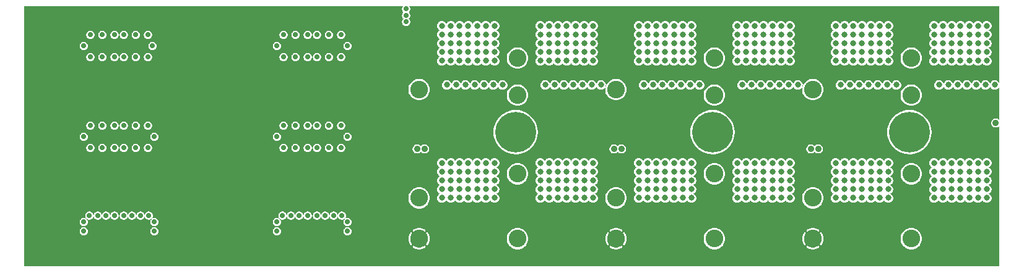
<source format=gbr>
G04 start of page 3 for group 1 idx 1 *
G04 Title: fet12v2, signal2 *
G04 Creator: pcb 20140316 *
G04 CreationDate: Wed 13 Jun 2018 07:35:06 AM GMT UTC *
G04 For: brian *
G04 Format: Gerber/RS-274X *
G04 PCB-Dimensions (mil): 6000.00 5000.00 *
G04 PCB-Coordinate-Origin: lower left *
%MOIN*%
%FSLAX25Y25*%
%LNGROUP1*%
%ADD54C,0.1878*%
%ADD53C,0.0118*%
%ADD52C,0.0650*%
%ADD51C,0.0125*%
%ADD50C,0.0200*%
%ADD49C,0.0285*%
%ADD48C,0.0360*%
%ADD47C,0.2190*%
%ADD46C,0.0318*%
%ADD45C,0.0950*%
%ADD44C,0.0001*%
G54D44*G36*
X522496Y189000D02*X543500D01*
Y147183D01*
X543471Y147303D01*
X543315Y147680D01*
X543102Y148027D01*
X542837Y148337D01*
X542527Y148602D01*
X542180Y148815D01*
X541803Y148971D01*
X541406Y149066D01*
X541000Y149098D01*
X540594Y149066D01*
X540197Y148971D01*
X539820Y148815D01*
X539473Y148602D01*
X539163Y148337D01*
X538898Y148027D01*
X538685Y147680D01*
X538529Y147303D01*
X538500Y147183D01*
X538471Y147303D01*
X538315Y147680D01*
X538102Y148027D01*
X537837Y148337D01*
X537527Y148602D01*
X537180Y148815D01*
X536803Y148971D01*
X536406Y149066D01*
X536000Y149098D01*
X535594Y149066D01*
X535197Y148971D01*
X534820Y148815D01*
X534473Y148602D01*
X534163Y148337D01*
X533898Y148027D01*
X533685Y147680D01*
X533529Y147303D01*
X533500Y147183D01*
X533471Y147303D01*
X533315Y147680D01*
X533102Y148027D01*
X532837Y148337D01*
X532527Y148602D01*
X532180Y148815D01*
X531803Y148971D01*
X531406Y149066D01*
X531000Y149098D01*
X530594Y149066D01*
X530197Y148971D01*
X529820Y148815D01*
X529473Y148602D01*
X529163Y148337D01*
X528898Y148027D01*
X528685Y147680D01*
X528529Y147303D01*
X528500Y147183D01*
X528471Y147303D01*
X528315Y147680D01*
X528102Y148027D01*
X527837Y148337D01*
X527527Y148602D01*
X527180Y148815D01*
X526803Y148971D01*
X526406Y149066D01*
X526000Y149098D01*
X525594Y149066D01*
X525197Y148971D01*
X524820Y148815D01*
X524473Y148602D01*
X524163Y148337D01*
X523898Y148027D01*
X523685Y147680D01*
X523529Y147303D01*
X523500Y147183D01*
X523471Y147303D01*
X523315Y147680D01*
X523102Y148027D01*
X522837Y148337D01*
X522527Y148602D01*
X522496Y148621D01*
Y156910D01*
X522500Y156910D01*
X522906Y156942D01*
X523303Y157037D01*
X523680Y157193D01*
X524027Y157406D01*
X524337Y157671D01*
X524602Y157981D01*
X524815Y158328D01*
X524862Y158441D01*
X524909Y158328D01*
X525122Y157981D01*
X525387Y157671D01*
X525697Y157406D01*
X526044Y157193D01*
X526421Y157037D01*
X526818Y156942D01*
X527224Y156910D01*
X527630Y156942D01*
X528027Y157037D01*
X528404Y157193D01*
X528751Y157406D01*
X529061Y157671D01*
X529326Y157981D01*
X529539Y158328D01*
X529586Y158442D01*
X529634Y158328D01*
X529847Y157981D01*
X530112Y157671D01*
X530422Y157406D01*
X530769Y157193D01*
X531146Y157037D01*
X531543Y156942D01*
X531949Y156910D01*
X532355Y156942D01*
X532752Y157037D01*
X533129Y157193D01*
X533476Y157406D01*
X533786Y157671D01*
X534051Y157981D01*
X534264Y158328D01*
X534311Y158441D01*
X534358Y158328D01*
X534571Y157981D01*
X534836Y157671D01*
X535146Y157406D01*
X535493Y157193D01*
X535870Y157037D01*
X536267Y156942D01*
X536673Y156910D01*
X537079Y156942D01*
X537476Y157037D01*
X537853Y157193D01*
X538200Y157406D01*
X538510Y157671D01*
X538775Y157981D01*
X538988Y158328D01*
X539144Y158705D01*
X539240Y159102D01*
X539264Y159508D01*
X539240Y159914D01*
X539144Y160311D01*
X538988Y160688D01*
X538775Y161035D01*
X538510Y161345D01*
X538200Y161610D01*
X537853Y161823D01*
X537740Y161870D01*
X537853Y161917D01*
X538200Y162130D01*
X538510Y162395D01*
X538775Y162705D01*
X538988Y163052D01*
X539144Y163429D01*
X539240Y163826D01*
X539264Y164232D01*
X539240Y164638D01*
X539144Y165035D01*
X538988Y165412D01*
X538775Y165759D01*
X538510Y166069D01*
X538200Y166334D01*
X537853Y166547D01*
X537740Y166594D01*
X537853Y166641D01*
X538200Y166854D01*
X538510Y167119D01*
X538775Y167429D01*
X538988Y167776D01*
X539144Y168153D01*
X539240Y168550D01*
X539264Y168956D01*
X539240Y169362D01*
X539144Y169759D01*
X538988Y170136D01*
X538775Y170483D01*
X538510Y170793D01*
X538200Y171058D01*
X537853Y171271D01*
X537739Y171318D01*
X537853Y171366D01*
X538200Y171579D01*
X538510Y171844D01*
X538775Y172154D01*
X538988Y172501D01*
X539144Y172878D01*
X539240Y173275D01*
X539264Y173681D01*
X539240Y174087D01*
X539144Y174484D01*
X538988Y174861D01*
X538775Y175208D01*
X538510Y175518D01*
X538200Y175783D01*
X537853Y175996D01*
X537740Y176043D01*
X537853Y176090D01*
X538200Y176303D01*
X538510Y176568D01*
X538775Y176878D01*
X538988Y177225D01*
X539144Y177602D01*
X539240Y177999D01*
X539264Y178405D01*
X539240Y178811D01*
X539144Y179208D01*
X538988Y179585D01*
X538775Y179932D01*
X538510Y180242D01*
X538200Y180507D01*
X537853Y180720D01*
X537476Y180876D01*
X537079Y180972D01*
X536673Y181003D01*
X536267Y180972D01*
X535870Y180876D01*
X535493Y180720D01*
X535146Y180507D01*
X534836Y180242D01*
X534571Y179932D01*
X534358Y179585D01*
X534311Y179472D01*
X534264Y179585D01*
X534051Y179932D01*
X533786Y180242D01*
X533476Y180507D01*
X533129Y180720D01*
X532752Y180876D01*
X532355Y180972D01*
X531949Y181003D01*
X531543Y180972D01*
X531146Y180876D01*
X530769Y180720D01*
X530422Y180507D01*
X530112Y180242D01*
X529847Y179932D01*
X529634Y179585D01*
X529586Y179471D01*
X529539Y179585D01*
X529326Y179932D01*
X529061Y180242D01*
X528751Y180507D01*
X528404Y180720D01*
X528027Y180876D01*
X527630Y180972D01*
X527224Y181003D01*
X526818Y180972D01*
X526421Y180876D01*
X526044Y180720D01*
X525697Y180507D01*
X525387Y180242D01*
X525122Y179932D01*
X524909Y179585D01*
X524862Y179472D01*
X524815Y179585D01*
X524602Y179932D01*
X524337Y180242D01*
X524027Y180507D01*
X523680Y180720D01*
X523303Y180876D01*
X522906Y180972D01*
X522500Y181003D01*
X522496Y181003D01*
Y189000D01*
G37*
G36*
Y144379D02*X522527Y144398D01*
X522837Y144663D01*
X523102Y144973D01*
X523315Y145320D01*
X523471Y145697D01*
X523500Y145817D01*
X523529Y145697D01*
X523685Y145320D01*
X523898Y144973D01*
X524163Y144663D01*
X524473Y144398D01*
X524820Y144185D01*
X525197Y144029D01*
X525594Y143934D01*
X526000Y143902D01*
X526406Y143934D01*
X526803Y144029D01*
X527180Y144185D01*
X527527Y144398D01*
X527837Y144663D01*
X528102Y144973D01*
X528315Y145320D01*
X528471Y145697D01*
X528500Y145817D01*
X528529Y145697D01*
X528685Y145320D01*
X528898Y144973D01*
X529163Y144663D01*
X529473Y144398D01*
X529820Y144185D01*
X530197Y144029D01*
X530594Y143934D01*
X531000Y143902D01*
X531406Y143934D01*
X531803Y144029D01*
X532180Y144185D01*
X532527Y144398D01*
X532837Y144663D01*
X533102Y144973D01*
X533315Y145320D01*
X533471Y145697D01*
X533500Y145817D01*
X533529Y145697D01*
X533685Y145320D01*
X533898Y144973D01*
X534163Y144663D01*
X534473Y144398D01*
X534820Y144185D01*
X535197Y144029D01*
X535594Y143934D01*
X536000Y143902D01*
X536406Y143934D01*
X536803Y144029D01*
X537180Y144185D01*
X537527Y144398D01*
X537837Y144663D01*
X538102Y144973D01*
X538315Y145320D01*
X538471Y145697D01*
X538500Y145817D01*
X538529Y145697D01*
X538685Y145320D01*
X538898Y144973D01*
X539163Y144663D01*
X539473Y144398D01*
X539820Y144185D01*
X540197Y144029D01*
X540594Y143934D01*
X541000Y143902D01*
X541406Y143934D01*
X541803Y144029D01*
X542180Y144185D01*
X542527Y144398D01*
X542837Y144663D01*
X543102Y144973D01*
X543315Y145320D01*
X543471Y145697D01*
X543500Y145817D01*
Y127508D01*
X543273Y127773D01*
X542974Y128029D01*
X542638Y128234D01*
X542275Y128385D01*
X541892Y128477D01*
X541500Y128508D01*
X541108Y128477D01*
X540725Y128385D01*
X540362Y128234D01*
X540026Y128029D01*
X539727Y127773D01*
X539471Y127474D01*
X539266Y127138D01*
X539115Y126775D01*
X539023Y126392D01*
X538992Y126000D01*
X539023Y125608D01*
X539115Y125225D01*
X539266Y124862D01*
X539471Y124526D01*
X539727Y124227D01*
X540026Y123971D01*
X540362Y123766D01*
X540725Y123615D01*
X541108Y123523D01*
X541500Y123492D01*
X541892Y123523D01*
X542275Y123615D01*
X542638Y123766D01*
X542974Y123971D01*
X543273Y124227D01*
X543500Y124492D01*
Y48500D01*
X522496D01*
Y82910D01*
X522500Y82910D01*
X522906Y82942D01*
X523303Y83037D01*
X523680Y83193D01*
X524027Y83406D01*
X524337Y83671D01*
X524602Y83981D01*
X524815Y84328D01*
X524862Y84441D01*
X524909Y84328D01*
X525122Y83981D01*
X525387Y83671D01*
X525697Y83406D01*
X526044Y83193D01*
X526421Y83037D01*
X526818Y82942D01*
X527224Y82910D01*
X527630Y82942D01*
X528027Y83037D01*
X528404Y83193D01*
X528751Y83406D01*
X529061Y83671D01*
X529326Y83981D01*
X529539Y84328D01*
X529586Y84442D01*
X529634Y84328D01*
X529847Y83981D01*
X530112Y83671D01*
X530422Y83406D01*
X530769Y83193D01*
X531146Y83037D01*
X531543Y82942D01*
X531949Y82910D01*
X532355Y82942D01*
X532752Y83037D01*
X533129Y83193D01*
X533476Y83406D01*
X533786Y83671D01*
X534051Y83981D01*
X534264Y84328D01*
X534311Y84441D01*
X534358Y84328D01*
X534571Y83981D01*
X534836Y83671D01*
X535146Y83406D01*
X535493Y83193D01*
X535870Y83037D01*
X536267Y82942D01*
X536673Y82910D01*
X537079Y82942D01*
X537476Y83037D01*
X537853Y83193D01*
X538200Y83406D01*
X538510Y83671D01*
X538775Y83981D01*
X538988Y84328D01*
X539144Y84705D01*
X539240Y85102D01*
X539264Y85508D01*
X539240Y85914D01*
X539144Y86311D01*
X538988Y86688D01*
X538775Y87035D01*
X538510Y87345D01*
X538200Y87610D01*
X537853Y87823D01*
X537740Y87870D01*
X537853Y87917D01*
X538200Y88130D01*
X538510Y88395D01*
X538775Y88705D01*
X538988Y89052D01*
X539144Y89429D01*
X539240Y89826D01*
X539264Y90232D01*
X539240Y90638D01*
X539144Y91035D01*
X538988Y91412D01*
X538775Y91759D01*
X538510Y92069D01*
X538200Y92334D01*
X537853Y92547D01*
X537740Y92594D01*
X537853Y92641D01*
X538200Y92854D01*
X538510Y93119D01*
X538775Y93429D01*
X538988Y93776D01*
X539144Y94153D01*
X539240Y94550D01*
X539264Y94956D01*
X539240Y95362D01*
X539144Y95759D01*
X538988Y96136D01*
X538775Y96483D01*
X538510Y96793D01*
X538200Y97058D01*
X537853Y97271D01*
X537739Y97318D01*
X537853Y97366D01*
X538200Y97579D01*
X538510Y97844D01*
X538775Y98154D01*
X538988Y98501D01*
X539144Y98878D01*
X539240Y99275D01*
X539264Y99681D01*
X539240Y100087D01*
X539144Y100484D01*
X538988Y100861D01*
X538775Y101208D01*
X538510Y101518D01*
X538200Y101783D01*
X537853Y101996D01*
X537740Y102043D01*
X537853Y102090D01*
X538200Y102303D01*
X538510Y102568D01*
X538775Y102878D01*
X538988Y103225D01*
X539144Y103602D01*
X539240Y103999D01*
X539264Y104405D01*
X539240Y104811D01*
X539144Y105208D01*
X538988Y105585D01*
X538775Y105932D01*
X538510Y106242D01*
X538200Y106507D01*
X537853Y106720D01*
X537476Y106876D01*
X537079Y106971D01*
X536673Y107003D01*
X536267Y106971D01*
X535870Y106876D01*
X535493Y106720D01*
X535146Y106507D01*
X534836Y106242D01*
X534571Y105932D01*
X534358Y105585D01*
X534311Y105472D01*
X534264Y105585D01*
X534051Y105932D01*
X533786Y106242D01*
X533476Y106507D01*
X533129Y106720D01*
X532752Y106876D01*
X532355Y106971D01*
X531949Y107003D01*
X531543Y106971D01*
X531146Y106876D01*
X530769Y106720D01*
X530422Y106507D01*
X530112Y106242D01*
X529847Y105932D01*
X529634Y105585D01*
X529586Y105471D01*
X529539Y105585D01*
X529326Y105932D01*
X529061Y106242D01*
X528751Y106507D01*
X528404Y106720D01*
X528027Y106876D01*
X527630Y106971D01*
X527224Y107003D01*
X526818Y106971D01*
X526421Y106876D01*
X526044Y106720D01*
X525697Y106507D01*
X525387Y106242D01*
X525122Y105932D01*
X524909Y105585D01*
X524862Y105472D01*
X524815Y105585D01*
X524602Y105932D01*
X524337Y106242D01*
X524027Y106507D01*
X523680Y106720D01*
X523303Y106876D01*
X522906Y106971D01*
X522500Y107003D01*
X522496Y107003D01*
Y144379D01*
G37*
G36*
X513500Y145817D02*X513529Y145697D01*
X513685Y145320D01*
X513898Y144973D01*
X514163Y144663D01*
X514473Y144398D01*
X514820Y144185D01*
X515197Y144029D01*
X515594Y143934D01*
X516000Y143902D01*
X516406Y143934D01*
X516803Y144029D01*
X517180Y144185D01*
X517527Y144398D01*
X517837Y144663D01*
X518102Y144973D01*
X518315Y145320D01*
X518471Y145697D01*
X518500Y145817D01*
X518529Y145697D01*
X518685Y145320D01*
X518898Y144973D01*
X519163Y144663D01*
X519473Y144398D01*
X519820Y144185D01*
X520197Y144029D01*
X520594Y143934D01*
X521000Y143902D01*
X521406Y143934D01*
X521803Y144029D01*
X522180Y144185D01*
X522496Y144379D01*
Y107003D01*
X522094Y106971D01*
X521697Y106876D01*
X521320Y106720D01*
X520973Y106507D01*
X520663Y106242D01*
X520398Y105932D01*
X520185Y105585D01*
X520138Y105472D01*
X520091Y105585D01*
X519878Y105932D01*
X519613Y106242D01*
X519303Y106507D01*
X518956Y106720D01*
X518579Y106876D01*
X518182Y106971D01*
X517776Y107003D01*
X517370Y106971D01*
X516973Y106876D01*
X516596Y106720D01*
X516249Y106507D01*
X515939Y106242D01*
X515674Y105932D01*
X515461Y105585D01*
X515414Y105471D01*
X515366Y105585D01*
X515153Y105932D01*
X514888Y106242D01*
X514578Y106507D01*
X514231Y106720D01*
X513854Y106876D01*
X513457Y106971D01*
X513051Y107003D01*
X512645Y106971D01*
X512248Y106876D01*
X511871Y106720D01*
X511524Y106507D01*
X511214Y106242D01*
X510949Y105932D01*
X510736Y105585D01*
X510689Y105472D01*
X510642Y105585D01*
X510429Y105932D01*
X510164Y106242D01*
X509854Y106507D01*
X509507Y106720D01*
X509130Y106876D01*
X508733Y106971D01*
X508327Y107003D01*
X507921Y106971D01*
X507524Y106876D01*
X507147Y106720D01*
X506800Y106507D01*
X506490Y106242D01*
X506225Y105932D01*
X506012Y105585D01*
X505856Y105208D01*
X505760Y104811D01*
X505729Y104405D01*
X505760Y103999D01*
X505856Y103602D01*
X506012Y103225D01*
X506225Y102878D01*
X506490Y102568D01*
X506800Y102303D01*
X507147Y102090D01*
X507260Y102043D01*
X507147Y101996D01*
X506800Y101783D01*
X506490Y101518D01*
X506225Y101208D01*
X506012Y100861D01*
X505856Y100484D01*
X505760Y100087D01*
X505729Y99681D01*
X505760Y99275D01*
X505856Y98878D01*
X506012Y98501D01*
X506225Y98154D01*
X506490Y97844D01*
X506800Y97579D01*
X507147Y97366D01*
X507261Y97318D01*
X507147Y97271D01*
X506800Y97058D01*
X506490Y96793D01*
X506225Y96483D01*
X506012Y96136D01*
X505856Y95759D01*
X505760Y95362D01*
X505729Y94956D01*
X505760Y94550D01*
X505856Y94153D01*
X506012Y93776D01*
X506225Y93429D01*
X506490Y93119D01*
X506800Y92854D01*
X507147Y92641D01*
X507260Y92594D01*
X507147Y92547D01*
X506800Y92334D01*
X506490Y92069D01*
X506225Y91759D01*
X506012Y91412D01*
X505856Y91035D01*
X505760Y90638D01*
X505729Y90232D01*
X505760Y89826D01*
X505856Y89429D01*
X506012Y89052D01*
X506225Y88705D01*
X506490Y88395D01*
X506800Y88130D01*
X507147Y87917D01*
X507260Y87870D01*
X507147Y87823D01*
X506800Y87610D01*
X506490Y87345D01*
X506225Y87035D01*
X506012Y86688D01*
X505856Y86311D01*
X505760Y85914D01*
X505729Y85508D01*
X505760Y85102D01*
X505856Y84705D01*
X506012Y84328D01*
X506225Y83981D01*
X506490Y83671D01*
X506800Y83406D01*
X507147Y83193D01*
X507524Y83037D01*
X507921Y82942D01*
X508327Y82910D01*
X508733Y82942D01*
X509130Y83037D01*
X509507Y83193D01*
X509854Y83406D01*
X510164Y83671D01*
X510429Y83981D01*
X510642Y84328D01*
X510689Y84441D01*
X510736Y84328D01*
X510949Y83981D01*
X511214Y83671D01*
X511524Y83406D01*
X511871Y83193D01*
X512248Y83037D01*
X512645Y82942D01*
X513051Y82910D01*
X513457Y82942D01*
X513854Y83037D01*
X514231Y83193D01*
X514578Y83406D01*
X514888Y83671D01*
X515153Y83981D01*
X515366Y84328D01*
X515414Y84442D01*
X515461Y84328D01*
X515674Y83981D01*
X515939Y83671D01*
X516249Y83406D01*
X516596Y83193D01*
X516973Y83037D01*
X517370Y82942D01*
X517776Y82910D01*
X518182Y82942D01*
X518579Y83037D01*
X518956Y83193D01*
X519303Y83406D01*
X519613Y83671D01*
X519878Y83981D01*
X520091Y84328D01*
X520138Y84441D01*
X520185Y84328D01*
X520398Y83981D01*
X520663Y83671D01*
X520973Y83406D01*
X521320Y83193D01*
X521697Y83037D01*
X522094Y82942D01*
X522496Y82910D01*
Y48500D01*
X495991D01*
Y57733D01*
X496000Y57732D01*
X496902Y57803D01*
X497782Y58015D01*
X498618Y58361D01*
X499390Y58834D01*
X500078Y59422D01*
X500666Y60110D01*
X501139Y60882D01*
X501485Y61718D01*
X501697Y62598D01*
X501750Y63500D01*
X501697Y64402D01*
X501485Y65282D01*
X501139Y66118D01*
X500666Y66890D01*
X500078Y67578D01*
X499390Y68166D01*
X498618Y68639D01*
X497782Y68985D01*
X496902Y69197D01*
X496000Y69268D01*
X495991Y69267D01*
Y92733D01*
X496000Y92732D01*
X496902Y92803D01*
X497782Y93015D01*
X498618Y93361D01*
X499390Y93834D01*
X500078Y94422D01*
X500666Y95110D01*
X501139Y95882D01*
X501485Y96718D01*
X501697Y97598D01*
X501750Y98500D01*
X501697Y99402D01*
X501485Y100282D01*
X501139Y101118D01*
X500666Y101890D01*
X500078Y102578D01*
X499390Y103166D01*
X498618Y103639D01*
X497782Y103985D01*
X496902Y104197D01*
X496000Y104268D01*
X495991Y104267D01*
Y109091D01*
X496875Y109161D01*
X498704Y109600D01*
X500442Y110320D01*
X502046Y111302D01*
X503476Y112524D01*
X504698Y113954D01*
X505680Y115558D01*
X506400Y117296D01*
X506839Y119125D01*
X506950Y121000D01*
X506839Y122875D01*
X506400Y124704D01*
X505680Y126442D01*
X504698Y128046D01*
X503476Y129476D01*
X502046Y130698D01*
X500442Y131680D01*
X498704Y132400D01*
X496875Y132839D01*
X495991Y132909D01*
Y135233D01*
X496000Y135232D01*
X496902Y135303D01*
X497782Y135515D01*
X498618Y135861D01*
X499390Y136334D01*
X500078Y136922D01*
X500666Y137610D01*
X501139Y138382D01*
X501485Y139218D01*
X501697Y140098D01*
X501750Y141000D01*
X501697Y141902D01*
X501485Y142782D01*
X501139Y143618D01*
X500666Y144390D01*
X500078Y145078D01*
X499390Y145666D01*
X498618Y146139D01*
X497782Y146485D01*
X496902Y146697D01*
X496000Y146768D01*
X495991Y146767D01*
Y155233D01*
X496000Y155232D01*
X496902Y155303D01*
X497782Y155515D01*
X498618Y155861D01*
X499390Y156334D01*
X500078Y156922D01*
X500666Y157610D01*
X501139Y158382D01*
X501485Y159218D01*
X501697Y160098D01*
X501750Y161000D01*
X501697Y161902D01*
X501485Y162782D01*
X501139Y163618D01*
X500666Y164390D01*
X500078Y165078D01*
X499390Y165666D01*
X498618Y166139D01*
X497782Y166485D01*
X496902Y166697D01*
X496000Y166768D01*
X495991Y166767D01*
Y189000D01*
X522496D01*
Y181003D01*
X522094Y180972D01*
X521697Y180876D01*
X521320Y180720D01*
X520973Y180507D01*
X520663Y180242D01*
X520398Y179932D01*
X520185Y179585D01*
X520138Y179472D01*
X520091Y179585D01*
X519878Y179932D01*
X519613Y180242D01*
X519303Y180507D01*
X518956Y180720D01*
X518579Y180876D01*
X518182Y180972D01*
X517776Y181003D01*
X517370Y180972D01*
X516973Y180876D01*
X516596Y180720D01*
X516249Y180507D01*
X515939Y180242D01*
X515674Y179932D01*
X515461Y179585D01*
X515414Y179471D01*
X515366Y179585D01*
X515153Y179932D01*
X514888Y180242D01*
X514578Y180507D01*
X514231Y180720D01*
X513854Y180876D01*
X513457Y180972D01*
X513051Y181003D01*
X512645Y180972D01*
X512248Y180876D01*
X511871Y180720D01*
X511524Y180507D01*
X511214Y180242D01*
X510949Y179932D01*
X510736Y179585D01*
X510689Y179472D01*
X510642Y179585D01*
X510429Y179932D01*
X510164Y180242D01*
X509854Y180507D01*
X509507Y180720D01*
X509130Y180876D01*
X508733Y180972D01*
X508327Y181003D01*
X507921Y180972D01*
X507524Y180876D01*
X507147Y180720D01*
X506800Y180507D01*
X506490Y180242D01*
X506225Y179932D01*
X506012Y179585D01*
X505856Y179208D01*
X505760Y178811D01*
X505729Y178405D01*
X505760Y177999D01*
X505856Y177602D01*
X506012Y177225D01*
X506225Y176878D01*
X506490Y176568D01*
X506800Y176303D01*
X507147Y176090D01*
X507260Y176043D01*
X507147Y175996D01*
X506800Y175783D01*
X506490Y175518D01*
X506225Y175208D01*
X506012Y174861D01*
X505856Y174484D01*
X505760Y174087D01*
X505729Y173681D01*
X505760Y173275D01*
X505856Y172878D01*
X506012Y172501D01*
X506225Y172154D01*
X506490Y171844D01*
X506800Y171579D01*
X507147Y171366D01*
X507261Y171318D01*
X507147Y171271D01*
X506800Y171058D01*
X506490Y170793D01*
X506225Y170483D01*
X506012Y170136D01*
X505856Y169759D01*
X505760Y169362D01*
X505729Y168956D01*
X505760Y168550D01*
X505856Y168153D01*
X506012Y167776D01*
X506225Y167429D01*
X506490Y167119D01*
X506800Y166854D01*
X507147Y166641D01*
X507260Y166594D01*
X507147Y166547D01*
X506800Y166334D01*
X506490Y166069D01*
X506225Y165759D01*
X506012Y165412D01*
X505856Y165035D01*
X505760Y164638D01*
X505729Y164232D01*
X505760Y163826D01*
X505856Y163429D01*
X506012Y163052D01*
X506225Y162705D01*
X506490Y162395D01*
X506800Y162130D01*
X507147Y161917D01*
X507260Y161870D01*
X507147Y161823D01*
X506800Y161610D01*
X506490Y161345D01*
X506225Y161035D01*
X506012Y160688D01*
X505856Y160311D01*
X505760Y159914D01*
X505729Y159508D01*
X505760Y159102D01*
X505856Y158705D01*
X506012Y158328D01*
X506225Y157981D01*
X506490Y157671D01*
X506800Y157406D01*
X507147Y157193D01*
X507524Y157037D01*
X507921Y156942D01*
X508327Y156910D01*
X508733Y156942D01*
X509130Y157037D01*
X509507Y157193D01*
X509854Y157406D01*
X510164Y157671D01*
X510429Y157981D01*
X510642Y158328D01*
X510689Y158441D01*
X510736Y158328D01*
X510949Y157981D01*
X511214Y157671D01*
X511524Y157406D01*
X511871Y157193D01*
X512248Y157037D01*
X512645Y156942D01*
X513051Y156910D01*
X513457Y156942D01*
X513854Y157037D01*
X514231Y157193D01*
X514578Y157406D01*
X514888Y157671D01*
X515153Y157981D01*
X515366Y158328D01*
X515414Y158442D01*
X515461Y158328D01*
X515674Y157981D01*
X515939Y157671D01*
X516249Y157406D01*
X516596Y157193D01*
X516973Y157037D01*
X517370Y156942D01*
X517776Y156910D01*
X518182Y156942D01*
X518579Y157037D01*
X518956Y157193D01*
X519303Y157406D01*
X519613Y157671D01*
X519878Y157981D01*
X520091Y158328D01*
X520138Y158441D01*
X520185Y158328D01*
X520398Y157981D01*
X520663Y157671D01*
X520973Y157406D01*
X521320Y157193D01*
X521697Y157037D01*
X522094Y156942D01*
X522496Y156910D01*
Y148621D01*
X522180Y148815D01*
X521803Y148971D01*
X521406Y149066D01*
X521000Y149098D01*
X520594Y149066D01*
X520197Y148971D01*
X519820Y148815D01*
X519473Y148602D01*
X519163Y148337D01*
X518898Y148027D01*
X518685Y147680D01*
X518529Y147303D01*
X518500Y147183D01*
X518471Y147303D01*
X518315Y147680D01*
X518102Y148027D01*
X517837Y148337D01*
X517527Y148602D01*
X517180Y148815D01*
X516803Y148971D01*
X516406Y149066D01*
X516000Y149098D01*
X515594Y149066D01*
X515197Y148971D01*
X514820Y148815D01*
X514473Y148602D01*
X514163Y148337D01*
X513898Y148027D01*
X513685Y147680D01*
X513529Y147303D01*
X513500Y147183D01*
X513471Y147303D01*
X513315Y147680D01*
X513102Y148027D01*
X512837Y148337D01*
X512527Y148602D01*
X512180Y148815D01*
X511803Y148971D01*
X511406Y149066D01*
X511000Y149098D01*
X510594Y149066D01*
X510197Y148971D01*
X509820Y148815D01*
X509473Y148602D01*
X509163Y148337D01*
X508898Y148027D01*
X508685Y147680D01*
X508529Y147303D01*
X508434Y146906D01*
X508402Y146500D01*
X508434Y146094D01*
X508529Y145697D01*
X508685Y145320D01*
X508898Y144973D01*
X509163Y144663D01*
X509473Y144398D01*
X509820Y144185D01*
X510197Y144029D01*
X510594Y143934D01*
X511000Y143902D01*
X511406Y143934D01*
X511803Y144029D01*
X512180Y144185D01*
X512527Y144398D01*
X512837Y144663D01*
X513102Y144973D01*
X513315Y145320D01*
X513471Y145697D01*
X513500Y145817D01*
G37*
G36*
X495991Y48500D02*X469496D01*
Y82910D01*
X469500Y82910D01*
X469906Y82942D01*
X470303Y83037D01*
X470680Y83193D01*
X471027Y83406D01*
X471337Y83671D01*
X471602Y83981D01*
X471815Y84328D01*
X471862Y84441D01*
X471909Y84328D01*
X472122Y83981D01*
X472387Y83671D01*
X472697Y83406D01*
X473044Y83193D01*
X473421Y83037D01*
X473818Y82942D01*
X474224Y82910D01*
X474630Y82942D01*
X475027Y83037D01*
X475404Y83193D01*
X475751Y83406D01*
X476061Y83671D01*
X476326Y83981D01*
X476539Y84328D01*
X476586Y84442D01*
X476634Y84328D01*
X476847Y83981D01*
X477112Y83671D01*
X477422Y83406D01*
X477769Y83193D01*
X478146Y83037D01*
X478543Y82942D01*
X478949Y82910D01*
X479355Y82942D01*
X479752Y83037D01*
X480129Y83193D01*
X480476Y83406D01*
X480786Y83671D01*
X481051Y83981D01*
X481264Y84328D01*
X481311Y84441D01*
X481358Y84328D01*
X481571Y83981D01*
X481836Y83671D01*
X482146Y83406D01*
X482493Y83193D01*
X482870Y83037D01*
X483267Y82942D01*
X483673Y82910D01*
X484079Y82942D01*
X484476Y83037D01*
X484853Y83193D01*
X485200Y83406D01*
X485510Y83671D01*
X485775Y83981D01*
X485988Y84328D01*
X486144Y84705D01*
X486240Y85102D01*
X486264Y85508D01*
X486240Y85914D01*
X486144Y86311D01*
X485988Y86688D01*
X485775Y87035D01*
X485510Y87345D01*
X485200Y87610D01*
X484853Y87823D01*
X484740Y87870D01*
X484853Y87917D01*
X485200Y88130D01*
X485510Y88395D01*
X485775Y88705D01*
X485988Y89052D01*
X486144Y89429D01*
X486240Y89826D01*
X486264Y90232D01*
X486240Y90638D01*
X486144Y91035D01*
X485988Y91412D01*
X485775Y91759D01*
X485510Y92069D01*
X485200Y92334D01*
X484853Y92547D01*
X484740Y92594D01*
X484853Y92641D01*
X485200Y92854D01*
X485510Y93119D01*
X485775Y93429D01*
X485988Y93776D01*
X486144Y94153D01*
X486240Y94550D01*
X486264Y94956D01*
X486240Y95362D01*
X486144Y95759D01*
X485988Y96136D01*
X485775Y96483D01*
X485510Y96793D01*
X485200Y97058D01*
X484853Y97271D01*
X484739Y97318D01*
X484853Y97366D01*
X485200Y97579D01*
X485510Y97844D01*
X485775Y98154D01*
X485988Y98501D01*
X486144Y98878D01*
X486240Y99275D01*
X486264Y99681D01*
X486240Y100087D01*
X486144Y100484D01*
X485988Y100861D01*
X485775Y101208D01*
X485510Y101518D01*
X485200Y101783D01*
X484853Y101996D01*
X484740Y102043D01*
X484853Y102090D01*
X485200Y102303D01*
X485510Y102568D01*
X485775Y102878D01*
X485988Y103225D01*
X486144Y103602D01*
X486240Y103999D01*
X486264Y104405D01*
X486240Y104811D01*
X486144Y105208D01*
X485988Y105585D01*
X485775Y105932D01*
X485510Y106242D01*
X485200Y106507D01*
X484853Y106720D01*
X484476Y106876D01*
X484079Y106971D01*
X483673Y107003D01*
X483267Y106971D01*
X482870Y106876D01*
X482493Y106720D01*
X482146Y106507D01*
X481836Y106242D01*
X481571Y105932D01*
X481358Y105585D01*
X481311Y105472D01*
X481264Y105585D01*
X481051Y105932D01*
X480786Y106242D01*
X480476Y106507D01*
X480129Y106720D01*
X479752Y106876D01*
X479355Y106971D01*
X478949Y107003D01*
X478543Y106971D01*
X478146Y106876D01*
X477769Y106720D01*
X477422Y106507D01*
X477112Y106242D01*
X476847Y105932D01*
X476634Y105585D01*
X476586Y105471D01*
X476539Y105585D01*
X476326Y105932D01*
X476061Y106242D01*
X475751Y106507D01*
X475404Y106720D01*
X475027Y106876D01*
X474630Y106971D01*
X474224Y107003D01*
X473818Y106971D01*
X473421Y106876D01*
X473044Y106720D01*
X472697Y106507D01*
X472387Y106242D01*
X472122Y105932D01*
X471909Y105585D01*
X471862Y105472D01*
X471815Y105585D01*
X471602Y105932D01*
X471337Y106242D01*
X471027Y106507D01*
X470680Y106720D01*
X470303Y106876D01*
X469906Y106971D01*
X469500Y107003D01*
X469496Y107003D01*
Y144379D01*
X469527Y144398D01*
X469837Y144663D01*
X470102Y144973D01*
X470315Y145320D01*
X470471Y145697D01*
X470500Y145817D01*
X470529Y145697D01*
X470685Y145320D01*
X470898Y144973D01*
X471163Y144663D01*
X471473Y144398D01*
X471820Y144185D01*
X472197Y144029D01*
X472594Y143934D01*
X473000Y143902D01*
X473406Y143934D01*
X473803Y144029D01*
X474180Y144185D01*
X474527Y144398D01*
X474837Y144663D01*
X475102Y144973D01*
X475315Y145320D01*
X475471Y145697D01*
X475500Y145817D01*
X475529Y145697D01*
X475685Y145320D01*
X475898Y144973D01*
X476163Y144663D01*
X476473Y144398D01*
X476820Y144185D01*
X477197Y144029D01*
X477594Y143934D01*
X478000Y143902D01*
X478406Y143934D01*
X478803Y144029D01*
X479180Y144185D01*
X479527Y144398D01*
X479837Y144663D01*
X480102Y144973D01*
X480315Y145320D01*
X480471Y145697D01*
X480500Y145817D01*
X480529Y145697D01*
X480685Y145320D01*
X480898Y144973D01*
X481163Y144663D01*
X481473Y144398D01*
X481820Y144185D01*
X482197Y144029D01*
X482594Y143934D01*
X483000Y143902D01*
X483406Y143934D01*
X483803Y144029D01*
X484180Y144185D01*
X484527Y144398D01*
X484837Y144663D01*
X485102Y144973D01*
X485315Y145320D01*
X485471Y145697D01*
X485500Y145817D01*
X485529Y145697D01*
X485685Y145320D01*
X485898Y144973D01*
X486163Y144663D01*
X486473Y144398D01*
X486820Y144185D01*
X487197Y144029D01*
X487594Y143934D01*
X488000Y143902D01*
X488406Y143934D01*
X488803Y144029D01*
X489180Y144185D01*
X489527Y144398D01*
X489837Y144663D01*
X490102Y144973D01*
X490315Y145320D01*
X490471Y145697D01*
X490566Y146094D01*
X490590Y146500D01*
X490566Y146906D01*
X490471Y147303D01*
X490315Y147680D01*
X490102Y148027D01*
X489837Y148337D01*
X489527Y148602D01*
X489180Y148815D01*
X488803Y148971D01*
X488406Y149066D01*
X488000Y149098D01*
X487594Y149066D01*
X487197Y148971D01*
X486820Y148815D01*
X486473Y148602D01*
X486163Y148337D01*
X485898Y148027D01*
X485685Y147680D01*
X485529Y147303D01*
X485500Y147183D01*
X485471Y147303D01*
X485315Y147680D01*
X485102Y148027D01*
X484837Y148337D01*
X484527Y148602D01*
X484180Y148815D01*
X483803Y148971D01*
X483406Y149066D01*
X483000Y149098D01*
X482594Y149066D01*
X482197Y148971D01*
X481820Y148815D01*
X481473Y148602D01*
X481163Y148337D01*
X480898Y148027D01*
X480685Y147680D01*
X480529Y147303D01*
X480500Y147183D01*
X480471Y147303D01*
X480315Y147680D01*
X480102Y148027D01*
X479837Y148337D01*
X479527Y148602D01*
X479180Y148815D01*
X478803Y148971D01*
X478406Y149066D01*
X478000Y149098D01*
X477594Y149066D01*
X477197Y148971D01*
X476820Y148815D01*
X476473Y148602D01*
X476163Y148337D01*
X475898Y148027D01*
X475685Y147680D01*
X475529Y147303D01*
X475500Y147183D01*
X475471Y147303D01*
X475315Y147680D01*
X475102Y148027D01*
X474837Y148337D01*
X474527Y148602D01*
X474180Y148815D01*
X473803Y148971D01*
X473406Y149066D01*
X473000Y149098D01*
X472594Y149066D01*
X472197Y148971D01*
X471820Y148815D01*
X471473Y148602D01*
X471163Y148337D01*
X470898Y148027D01*
X470685Y147680D01*
X470529Y147303D01*
X470500Y147183D01*
X470471Y147303D01*
X470315Y147680D01*
X470102Y148027D01*
X469837Y148337D01*
X469527Y148602D01*
X469496Y148621D01*
Y156910D01*
X469500Y156910D01*
X469906Y156942D01*
X470303Y157037D01*
X470680Y157193D01*
X471027Y157406D01*
X471337Y157671D01*
X471602Y157981D01*
X471815Y158328D01*
X471862Y158441D01*
X471909Y158328D01*
X472122Y157981D01*
X472387Y157671D01*
X472697Y157406D01*
X473044Y157193D01*
X473421Y157037D01*
X473818Y156942D01*
X474224Y156910D01*
X474630Y156942D01*
X475027Y157037D01*
X475404Y157193D01*
X475751Y157406D01*
X476061Y157671D01*
X476326Y157981D01*
X476539Y158328D01*
X476586Y158442D01*
X476634Y158328D01*
X476847Y157981D01*
X477112Y157671D01*
X477422Y157406D01*
X477769Y157193D01*
X478146Y157037D01*
X478543Y156942D01*
X478949Y156910D01*
X479355Y156942D01*
X479752Y157037D01*
X480129Y157193D01*
X480476Y157406D01*
X480786Y157671D01*
X481051Y157981D01*
X481264Y158328D01*
X481311Y158441D01*
X481358Y158328D01*
X481571Y157981D01*
X481836Y157671D01*
X482146Y157406D01*
X482493Y157193D01*
X482870Y157037D01*
X483267Y156942D01*
X483673Y156910D01*
X484079Y156942D01*
X484476Y157037D01*
X484853Y157193D01*
X485200Y157406D01*
X485510Y157671D01*
X485775Y157981D01*
X485988Y158328D01*
X486144Y158705D01*
X486240Y159102D01*
X486264Y159508D01*
X486240Y159914D01*
X486144Y160311D01*
X485988Y160688D01*
X485775Y161035D01*
X485510Y161345D01*
X485200Y161610D01*
X484853Y161823D01*
X484740Y161870D01*
X484853Y161917D01*
X485200Y162130D01*
X485510Y162395D01*
X485775Y162705D01*
X485988Y163052D01*
X486144Y163429D01*
X486240Y163826D01*
X486264Y164232D01*
X486240Y164638D01*
X486144Y165035D01*
X485988Y165412D01*
X485775Y165759D01*
X485510Y166069D01*
X485200Y166334D01*
X484853Y166547D01*
X484740Y166594D01*
X484853Y166641D01*
X485200Y166854D01*
X485510Y167119D01*
X485775Y167429D01*
X485988Y167776D01*
X486144Y168153D01*
X486240Y168550D01*
X486264Y168956D01*
X486240Y169362D01*
X486144Y169759D01*
X485988Y170136D01*
X485775Y170483D01*
X485510Y170793D01*
X485200Y171058D01*
X484853Y171271D01*
X484739Y171318D01*
X484853Y171366D01*
X485200Y171579D01*
X485510Y171844D01*
X485775Y172154D01*
X485988Y172501D01*
X486144Y172878D01*
X486240Y173275D01*
X486264Y173681D01*
X486240Y174087D01*
X486144Y174484D01*
X485988Y174861D01*
X485775Y175208D01*
X485510Y175518D01*
X485200Y175783D01*
X484853Y175996D01*
X484740Y176043D01*
X484853Y176090D01*
X485200Y176303D01*
X485510Y176568D01*
X485775Y176878D01*
X485988Y177225D01*
X486144Y177602D01*
X486240Y177999D01*
X486264Y178405D01*
X486240Y178811D01*
X486144Y179208D01*
X485988Y179585D01*
X485775Y179932D01*
X485510Y180242D01*
X485200Y180507D01*
X484853Y180720D01*
X484476Y180876D01*
X484079Y180972D01*
X483673Y181003D01*
X483267Y180972D01*
X482870Y180876D01*
X482493Y180720D01*
X482146Y180507D01*
X481836Y180242D01*
X481571Y179932D01*
X481358Y179585D01*
X481311Y179472D01*
X481264Y179585D01*
X481051Y179932D01*
X480786Y180242D01*
X480476Y180507D01*
X480129Y180720D01*
X479752Y180876D01*
X479355Y180972D01*
X478949Y181003D01*
X478543Y180972D01*
X478146Y180876D01*
X477769Y180720D01*
X477422Y180507D01*
X477112Y180242D01*
X476847Y179932D01*
X476634Y179585D01*
X476586Y179471D01*
X476539Y179585D01*
X476326Y179932D01*
X476061Y180242D01*
X475751Y180507D01*
X475404Y180720D01*
X475027Y180876D01*
X474630Y180972D01*
X474224Y181003D01*
X473818Y180972D01*
X473421Y180876D01*
X473044Y180720D01*
X472697Y180507D01*
X472387Y180242D01*
X472122Y179932D01*
X471909Y179585D01*
X471862Y179472D01*
X471815Y179585D01*
X471602Y179932D01*
X471337Y180242D01*
X471027Y180507D01*
X470680Y180720D01*
X470303Y180876D01*
X469906Y180972D01*
X469500Y181003D01*
X469496Y181003D01*
Y189000D01*
X495991D01*
Y166767D01*
X495098Y166697D01*
X494218Y166485D01*
X493382Y166139D01*
X492610Y165666D01*
X491922Y165078D01*
X491334Y164390D01*
X490861Y163618D01*
X490515Y162782D01*
X490303Y161902D01*
X490232Y161000D01*
X490303Y160098D01*
X490515Y159218D01*
X490861Y158382D01*
X491334Y157610D01*
X491922Y156922D01*
X492610Y156334D01*
X493382Y155861D01*
X494218Y155515D01*
X495098Y155303D01*
X495991Y155233D01*
Y146767D01*
X495098Y146697D01*
X494218Y146485D01*
X493382Y146139D01*
X492610Y145666D01*
X491922Y145078D01*
X491334Y144390D01*
X490861Y143618D01*
X490515Y142782D01*
X490303Y141902D01*
X490232Y141000D01*
X490303Y140098D01*
X490515Y139218D01*
X490861Y138382D01*
X491334Y137610D01*
X491922Y136922D01*
X492610Y136334D01*
X493382Y135861D01*
X494218Y135515D01*
X495098Y135303D01*
X495991Y135233D01*
Y132909D01*
X495000Y132987D01*
X493125Y132839D01*
X491296Y132400D01*
X489558Y131680D01*
X487954Y130698D01*
X486524Y129476D01*
X485302Y128046D01*
X484320Y126442D01*
X483600Y124704D01*
X483161Y122875D01*
X483013Y121000D01*
X483161Y119125D01*
X483600Y117296D01*
X484320Y115558D01*
X485302Y113954D01*
X486524Y112524D01*
X487954Y111302D01*
X489558Y110320D01*
X491296Y109600D01*
X493125Y109161D01*
X495000Y109013D01*
X495991Y109091D01*
Y104267D01*
X495098Y104197D01*
X494218Y103985D01*
X493382Y103639D01*
X492610Y103166D01*
X491922Y102578D01*
X491334Y101890D01*
X490861Y101118D01*
X490515Y100282D01*
X490303Y99402D01*
X490232Y98500D01*
X490303Y97598D01*
X490515Y96718D01*
X490861Y95882D01*
X491334Y95110D01*
X491922Y94422D01*
X492610Y93834D01*
X493382Y93361D01*
X494218Y93015D01*
X495098Y92803D01*
X495991Y92733D01*
Y69267D01*
X495098Y69197D01*
X494218Y68985D01*
X493382Y68639D01*
X492610Y68166D01*
X491922Y67578D01*
X491334Y66890D01*
X490861Y66118D01*
X490515Y65282D01*
X490303Y64402D01*
X490232Y63500D01*
X490303Y62598D01*
X490515Y61718D01*
X490861Y60882D01*
X491334Y60110D01*
X491922Y59422D01*
X492610Y58834D01*
X493382Y58361D01*
X494218Y58015D01*
X495098Y57803D01*
X495991Y57733D01*
Y48500D01*
G37*
G36*
X469496D02*X447796D01*
Y60331D01*
X448042Y60723D01*
X448275Y61196D01*
X448463Y61687D01*
X448606Y62194D01*
X448702Y62712D01*
X448750Y63237D01*
Y63763D01*
X448702Y64288D01*
X448606Y64806D01*
X448463Y65313D01*
X448275Y65804D01*
X448042Y66277D01*
X447796Y66679D01*
Y82321D01*
X448139Y82882D01*
X448485Y83718D01*
X448697Y84598D01*
X448750Y85500D01*
X448697Y86402D01*
X448485Y87282D01*
X448139Y88118D01*
X447796Y88679D01*
Y110253D01*
X448029Y110526D01*
X448234Y110862D01*
X448385Y111225D01*
X448477Y111608D01*
X448500Y112000D01*
X448477Y112392D01*
X448385Y112775D01*
X448234Y113138D01*
X448029Y113474D01*
X447796Y113747D01*
Y140821D01*
X448139Y141382D01*
X448485Y142218D01*
X448697Y143098D01*
X448750Y144000D01*
X448697Y144902D01*
X448485Y145782D01*
X448139Y146618D01*
X447796Y147179D01*
Y189000D01*
X469496D01*
Y181003D01*
X469094Y180972D01*
X468697Y180876D01*
X468320Y180720D01*
X467973Y180507D01*
X467663Y180242D01*
X467398Y179932D01*
X467185Y179585D01*
X467138Y179472D01*
X467091Y179585D01*
X466878Y179932D01*
X466613Y180242D01*
X466303Y180507D01*
X465956Y180720D01*
X465579Y180876D01*
X465182Y180972D01*
X464776Y181003D01*
X464370Y180972D01*
X463973Y180876D01*
X463596Y180720D01*
X463249Y180507D01*
X462939Y180242D01*
X462674Y179932D01*
X462461Y179585D01*
X462414Y179471D01*
X462366Y179585D01*
X462153Y179932D01*
X461888Y180242D01*
X461578Y180507D01*
X461231Y180720D01*
X460854Y180876D01*
X460457Y180972D01*
X460051Y181003D01*
X459645Y180972D01*
X459248Y180876D01*
X458871Y180720D01*
X458524Y180507D01*
X458214Y180242D01*
X457949Y179932D01*
X457736Y179585D01*
X457689Y179472D01*
X457642Y179585D01*
X457429Y179932D01*
X457164Y180242D01*
X456854Y180507D01*
X456507Y180720D01*
X456130Y180876D01*
X455733Y180972D01*
X455327Y181003D01*
X454921Y180972D01*
X454524Y180876D01*
X454147Y180720D01*
X453800Y180507D01*
X453490Y180242D01*
X453225Y179932D01*
X453012Y179585D01*
X452856Y179208D01*
X452760Y178811D01*
X452729Y178405D01*
X452760Y177999D01*
X452856Y177602D01*
X453012Y177225D01*
X453225Y176878D01*
X453490Y176568D01*
X453800Y176303D01*
X454147Y176090D01*
X454260Y176043D01*
X454147Y175996D01*
X453800Y175783D01*
X453490Y175518D01*
X453225Y175208D01*
X453012Y174861D01*
X452856Y174484D01*
X452760Y174087D01*
X452729Y173681D01*
X452760Y173275D01*
X452856Y172878D01*
X453012Y172501D01*
X453225Y172154D01*
X453490Y171844D01*
X453800Y171579D01*
X454147Y171366D01*
X454261Y171318D01*
X454147Y171271D01*
X453800Y171058D01*
X453490Y170793D01*
X453225Y170483D01*
X453012Y170136D01*
X452856Y169759D01*
X452760Y169362D01*
X452729Y168956D01*
X452760Y168550D01*
X452856Y168153D01*
X453012Y167776D01*
X453225Y167429D01*
X453490Y167119D01*
X453800Y166854D01*
X454147Y166641D01*
X454260Y166594D01*
X454147Y166547D01*
X453800Y166334D01*
X453490Y166069D01*
X453225Y165759D01*
X453012Y165412D01*
X452856Y165035D01*
X452760Y164638D01*
X452729Y164232D01*
X452760Y163826D01*
X452856Y163429D01*
X453012Y163052D01*
X453225Y162705D01*
X453490Y162395D01*
X453800Y162130D01*
X454147Y161917D01*
X454260Y161870D01*
X454147Y161823D01*
X453800Y161610D01*
X453490Y161345D01*
X453225Y161035D01*
X453012Y160688D01*
X452856Y160311D01*
X452760Y159914D01*
X452729Y159508D01*
X452760Y159102D01*
X452856Y158705D01*
X453012Y158328D01*
X453225Y157981D01*
X453490Y157671D01*
X453800Y157406D01*
X454147Y157193D01*
X454524Y157037D01*
X454921Y156942D01*
X455327Y156910D01*
X455733Y156942D01*
X456130Y157037D01*
X456507Y157193D01*
X456854Y157406D01*
X457164Y157671D01*
X457429Y157981D01*
X457642Y158328D01*
X457689Y158441D01*
X457736Y158328D01*
X457949Y157981D01*
X458214Y157671D01*
X458524Y157406D01*
X458871Y157193D01*
X459248Y157037D01*
X459645Y156942D01*
X460051Y156910D01*
X460457Y156942D01*
X460854Y157037D01*
X461231Y157193D01*
X461578Y157406D01*
X461888Y157671D01*
X462153Y157981D01*
X462366Y158328D01*
X462414Y158442D01*
X462461Y158328D01*
X462674Y157981D01*
X462939Y157671D01*
X463249Y157406D01*
X463596Y157193D01*
X463973Y157037D01*
X464370Y156942D01*
X464776Y156910D01*
X465182Y156942D01*
X465579Y157037D01*
X465956Y157193D01*
X466303Y157406D01*
X466613Y157671D01*
X466878Y157981D01*
X467091Y158328D01*
X467138Y158441D01*
X467185Y158328D01*
X467398Y157981D01*
X467663Y157671D01*
X467973Y157406D01*
X468320Y157193D01*
X468697Y157037D01*
X469094Y156942D01*
X469496Y156910D01*
Y148621D01*
X469180Y148815D01*
X468803Y148971D01*
X468406Y149066D01*
X468000Y149098D01*
X467594Y149066D01*
X467197Y148971D01*
X466820Y148815D01*
X466473Y148602D01*
X466163Y148337D01*
X465898Y148027D01*
X465685Y147680D01*
X465529Y147303D01*
X465500Y147183D01*
X465471Y147303D01*
X465315Y147680D01*
X465102Y148027D01*
X464837Y148337D01*
X464527Y148602D01*
X464180Y148815D01*
X463803Y148971D01*
X463406Y149066D01*
X463000Y149098D01*
X462594Y149066D01*
X462197Y148971D01*
X461820Y148815D01*
X461473Y148602D01*
X461163Y148337D01*
X460898Y148027D01*
X460685Y147680D01*
X460529Y147303D01*
X460500Y147183D01*
X460471Y147303D01*
X460315Y147680D01*
X460102Y148027D01*
X459837Y148337D01*
X459527Y148602D01*
X459180Y148815D01*
X458803Y148971D01*
X458406Y149066D01*
X458000Y149098D01*
X457594Y149066D01*
X457197Y148971D01*
X456820Y148815D01*
X456473Y148602D01*
X456163Y148337D01*
X455898Y148027D01*
X455685Y147680D01*
X455529Y147303D01*
X455434Y146906D01*
X455402Y146500D01*
X455434Y146094D01*
X455529Y145697D01*
X455685Y145320D01*
X455898Y144973D01*
X456163Y144663D01*
X456473Y144398D01*
X456820Y144185D01*
X457197Y144029D01*
X457594Y143934D01*
X458000Y143902D01*
X458406Y143934D01*
X458803Y144029D01*
X459180Y144185D01*
X459527Y144398D01*
X459837Y144663D01*
X460102Y144973D01*
X460315Y145320D01*
X460471Y145697D01*
X460500Y145817D01*
X460529Y145697D01*
X460685Y145320D01*
X460898Y144973D01*
X461163Y144663D01*
X461473Y144398D01*
X461820Y144185D01*
X462197Y144029D01*
X462594Y143934D01*
X463000Y143902D01*
X463406Y143934D01*
X463803Y144029D01*
X464180Y144185D01*
X464527Y144398D01*
X464837Y144663D01*
X465102Y144973D01*
X465315Y145320D01*
X465471Y145697D01*
X465500Y145817D01*
X465529Y145697D01*
X465685Y145320D01*
X465898Y144973D01*
X466163Y144663D01*
X466473Y144398D01*
X466820Y144185D01*
X467197Y144029D01*
X467594Y143934D01*
X468000Y143902D01*
X468406Y143934D01*
X468803Y144029D01*
X469180Y144185D01*
X469496Y144379D01*
Y107003D01*
X469094Y106971D01*
X468697Y106876D01*
X468320Y106720D01*
X467973Y106507D01*
X467663Y106242D01*
X467398Y105932D01*
X467185Y105585D01*
X467138Y105472D01*
X467091Y105585D01*
X466878Y105932D01*
X466613Y106242D01*
X466303Y106507D01*
X465956Y106720D01*
X465579Y106876D01*
X465182Y106971D01*
X464776Y107003D01*
X464370Y106971D01*
X463973Y106876D01*
X463596Y106720D01*
X463249Y106507D01*
X462939Y106242D01*
X462674Y105932D01*
X462461Y105585D01*
X462414Y105471D01*
X462366Y105585D01*
X462153Y105932D01*
X461888Y106242D01*
X461578Y106507D01*
X461231Y106720D01*
X460854Y106876D01*
X460457Y106971D01*
X460051Y107003D01*
X459645Y106971D01*
X459248Y106876D01*
X458871Y106720D01*
X458524Y106507D01*
X458214Y106242D01*
X457949Y105932D01*
X457736Y105585D01*
X457689Y105472D01*
X457642Y105585D01*
X457429Y105932D01*
X457164Y106242D01*
X456854Y106507D01*
X456507Y106720D01*
X456130Y106876D01*
X455733Y106971D01*
X455327Y107003D01*
X454921Y106971D01*
X454524Y106876D01*
X454147Y106720D01*
X453800Y106507D01*
X453490Y106242D01*
X453225Y105932D01*
X453012Y105585D01*
X452856Y105208D01*
X452760Y104811D01*
X452729Y104405D01*
X452760Y103999D01*
X452856Y103602D01*
X453012Y103225D01*
X453225Y102878D01*
X453490Y102568D01*
X453800Y102303D01*
X454147Y102090D01*
X454260Y102043D01*
X454147Y101996D01*
X453800Y101783D01*
X453490Y101518D01*
X453225Y101208D01*
X453012Y100861D01*
X452856Y100484D01*
X452760Y100087D01*
X452729Y99681D01*
X452760Y99275D01*
X452856Y98878D01*
X453012Y98501D01*
X453225Y98154D01*
X453490Y97844D01*
X453800Y97579D01*
X454147Y97366D01*
X454261Y97318D01*
X454147Y97271D01*
X453800Y97058D01*
X453490Y96793D01*
X453225Y96483D01*
X453012Y96136D01*
X452856Y95759D01*
X452760Y95362D01*
X452729Y94956D01*
X452760Y94550D01*
X452856Y94153D01*
X453012Y93776D01*
X453225Y93429D01*
X453490Y93119D01*
X453800Y92854D01*
X454147Y92641D01*
X454260Y92594D01*
X454147Y92547D01*
X453800Y92334D01*
X453490Y92069D01*
X453225Y91759D01*
X453012Y91412D01*
X452856Y91035D01*
X452760Y90638D01*
X452729Y90232D01*
X452760Y89826D01*
X452856Y89429D01*
X453012Y89052D01*
X453225Y88705D01*
X453490Y88395D01*
X453800Y88130D01*
X454147Y87917D01*
X454260Y87870D01*
X454147Y87823D01*
X453800Y87610D01*
X453490Y87345D01*
X453225Y87035D01*
X453012Y86688D01*
X452856Y86311D01*
X452760Y85914D01*
X452729Y85508D01*
X452760Y85102D01*
X452856Y84705D01*
X453012Y84328D01*
X453225Y83981D01*
X453490Y83671D01*
X453800Y83406D01*
X454147Y83193D01*
X454524Y83037D01*
X454921Y82942D01*
X455327Y82910D01*
X455733Y82942D01*
X456130Y83037D01*
X456507Y83193D01*
X456854Y83406D01*
X457164Y83671D01*
X457429Y83981D01*
X457642Y84328D01*
X457689Y84441D01*
X457736Y84328D01*
X457949Y83981D01*
X458214Y83671D01*
X458524Y83406D01*
X458871Y83193D01*
X459248Y83037D01*
X459645Y82942D01*
X460051Y82910D01*
X460457Y82942D01*
X460854Y83037D01*
X461231Y83193D01*
X461578Y83406D01*
X461888Y83671D01*
X462153Y83981D01*
X462366Y84328D01*
X462414Y84442D01*
X462461Y84328D01*
X462674Y83981D01*
X462939Y83671D01*
X463249Y83406D01*
X463596Y83193D01*
X463973Y83037D01*
X464370Y82942D01*
X464776Y82910D01*
X465182Y82942D01*
X465579Y83037D01*
X465956Y83193D01*
X466303Y83406D01*
X466613Y83671D01*
X466878Y83981D01*
X467091Y84328D01*
X467138Y84441D01*
X467185Y84328D01*
X467398Y83981D01*
X467663Y83671D01*
X467973Y83406D01*
X468320Y83193D01*
X468697Y83037D01*
X469094Y82942D01*
X469496Y82910D01*
Y48500D01*
G37*
G36*
X447796Y147179D02*X447666Y147390D01*
X447078Y148078D01*
X446390Y148666D01*
X445618Y149139D01*
X444782Y149485D01*
X443902Y149697D01*
X443000Y149768D01*
X442991Y149767D01*
Y189000D01*
X447796D01*
Y147179D01*
G37*
G36*
Y113747D02*X447773Y113773D01*
X447474Y114029D01*
X447138Y114234D01*
X446775Y114385D01*
X446392Y114477D01*
X446000Y114508D01*
X445608Y114477D01*
X445225Y114385D01*
X444862Y114234D01*
X444526Y114029D01*
X444227Y113773D01*
X444000Y113508D01*
X443773Y113773D01*
X443474Y114029D01*
X443138Y114234D01*
X442991Y114295D01*
Y138233D01*
X443000Y138232D01*
X443902Y138303D01*
X444782Y138515D01*
X445618Y138861D01*
X446390Y139334D01*
X447078Y139922D01*
X447666Y140610D01*
X447796Y140821D01*
Y113747D01*
G37*
G36*
Y88679D02*X447666Y88890D01*
X447078Y89578D01*
X446390Y90166D01*
X445618Y90639D01*
X444782Y90985D01*
X443902Y91197D01*
X443000Y91268D01*
X442991Y91267D01*
Y109705D01*
X443138Y109766D01*
X443474Y109971D01*
X443773Y110227D01*
X444000Y110492D01*
X444227Y110227D01*
X444526Y109971D01*
X444862Y109766D01*
X445225Y109615D01*
X445608Y109523D01*
X446000Y109492D01*
X446392Y109523D01*
X446775Y109615D01*
X447138Y109766D01*
X447474Y109971D01*
X447773Y110227D01*
X447796Y110253D01*
Y88679D01*
G37*
G36*
Y48500D02*X442991D01*
Y57750D01*
X443263D01*
X443788Y57798D01*
X444306Y57894D01*
X444813Y58037D01*
X445304Y58225D01*
X445777Y58458D01*
X446226Y58733D01*
X446288Y58782D01*
X446342Y58841D01*
X446386Y58907D01*
X446419Y58979D01*
X446440Y59056D01*
X446449Y59135D01*
X446445Y59214D01*
X446429Y59292D01*
X446401Y59367D01*
X446362Y59436D01*
X446312Y59498D01*
X446254Y59552D01*
X446187Y59595D01*
X446115Y59628D01*
X446038Y59649D01*
X445959Y59658D01*
X445880Y59655D01*
X445802Y59639D01*
X445728Y59611D01*
X445659Y59570D01*
X445291Y59339D01*
X444902Y59147D01*
X444496Y58992D01*
X444077Y58874D01*
X443650Y58795D01*
X443217Y58755D01*
X442991D01*
Y68245D01*
X443217D01*
X443650Y68205D01*
X444077Y68126D01*
X444496Y68008D01*
X444902Y67853D01*
X445291Y67661D01*
X445662Y67434D01*
X445730Y67394D01*
X445803Y67366D01*
X445880Y67350D01*
X445959Y67347D01*
X446037Y67356D01*
X446113Y67376D01*
X446185Y67409D01*
X446251Y67452D01*
X446309Y67505D01*
X446358Y67567D01*
X446397Y67635D01*
X446424Y67709D01*
X446440Y67786D01*
X446444Y67865D01*
X446435Y67943D01*
X446414Y68019D01*
X446381Y68090D01*
X446338Y68156D01*
X446285Y68214D01*
X446223Y68262D01*
X445777Y68542D01*
X445304Y68775D01*
X444813Y68963D01*
X444306Y69106D01*
X443788Y69202D01*
X443263Y69250D01*
X442991D01*
Y79733D01*
X443000Y79732D01*
X443902Y79803D01*
X444782Y80015D01*
X445618Y80361D01*
X446390Y80834D01*
X447078Y81422D01*
X447666Y82110D01*
X447796Y82321D01*
Y66679D01*
X447767Y66726D01*
X447718Y66788D01*
X447659Y66842D01*
X447593Y66886D01*
X447521Y66919D01*
X447444Y66940D01*
X447365Y66949D01*
X447286Y66945D01*
X447208Y66929D01*
X447133Y66901D01*
X447064Y66862D01*
X447002Y66812D01*
X446948Y66754D01*
X446905Y66687D01*
X446872Y66615D01*
X446851Y66538D01*
X446842Y66459D01*
X446845Y66380D01*
X446861Y66302D01*
X446889Y66228D01*
X446930Y66159D01*
X447161Y65791D01*
X447353Y65402D01*
X447508Y64996D01*
X447626Y64577D01*
X447705Y64150D01*
X447745Y63717D01*
Y63283D01*
X447705Y62850D01*
X447626Y62423D01*
X447508Y62004D01*
X447353Y61598D01*
X447161Y61209D01*
X446934Y60838D01*
X446894Y60770D01*
X446866Y60697D01*
X446850Y60620D01*
X446847Y60541D01*
X446856Y60463D01*
X446876Y60387D01*
X446909Y60315D01*
X446952Y60249D01*
X447005Y60191D01*
X447067Y60142D01*
X447135Y60103D01*
X447209Y60076D01*
X447286Y60060D01*
X447365Y60056D01*
X447443Y60065D01*
X447519Y60086D01*
X447590Y60119D01*
X447656Y60162D01*
X447714Y60215D01*
X447762Y60277D01*
X447796Y60331D01*
Y48500D01*
G37*
G36*
X438204Y140821D02*X438334Y140610D01*
X438922Y139922D01*
X439610Y139334D01*
X440382Y138861D01*
X441218Y138515D01*
X442098Y138303D01*
X442991Y138233D01*
Y114295D01*
X442775Y114385D01*
X442392Y114477D01*
X442000Y114508D01*
X441608Y114477D01*
X441225Y114385D01*
X440862Y114234D01*
X440526Y114029D01*
X440227Y113773D01*
X439971Y113474D01*
X439766Y113138D01*
X439615Y112775D01*
X439523Y112392D01*
X439492Y112000D01*
X439523Y111608D01*
X439615Y111225D01*
X439766Y110862D01*
X439971Y110526D01*
X440227Y110227D01*
X440526Y109971D01*
X440862Y109766D01*
X441225Y109615D01*
X441608Y109523D01*
X442000Y109492D01*
X442392Y109523D01*
X442775Y109615D01*
X442991Y109705D01*
Y91267D01*
X442098Y91197D01*
X441218Y90985D01*
X440382Y90639D01*
X439610Y90166D01*
X438922Y89578D01*
X438334Y88890D01*
X438204Y88679D01*
Y140821D01*
G37*
G36*
Y189000D02*X442991D01*
Y149767D01*
X442098Y149697D01*
X441218Y149485D01*
X440382Y149139D01*
X439610Y148666D01*
X438922Y148078D01*
X438334Y147390D01*
X438204Y147179D01*
Y189000D01*
G37*
G36*
X442991Y48500D02*X438204D01*
Y60321D01*
X438233Y60274D01*
X438282Y60212D01*
X438341Y60158D01*
X438407Y60114D01*
X438479Y60081D01*
X438556Y60060D01*
X438635Y60051D01*
X438714Y60055D01*
X438792Y60071D01*
X438867Y60099D01*
X438936Y60138D01*
X438998Y60188D01*
X439052Y60246D01*
X439095Y60313D01*
X439128Y60385D01*
X439149Y60462D01*
X439158Y60541D01*
X439155Y60620D01*
X439139Y60698D01*
X439111Y60772D01*
X439070Y60841D01*
X438839Y61209D01*
X438647Y61598D01*
X438492Y62004D01*
X438374Y62423D01*
X438295Y62850D01*
X438255Y63283D01*
Y63717D01*
X438295Y64150D01*
X438374Y64577D01*
X438492Y64996D01*
X438647Y65402D01*
X438839Y65791D01*
X439066Y66162D01*
X439106Y66230D01*
X439134Y66303D01*
X439150Y66380D01*
X439153Y66459D01*
X439144Y66537D01*
X439124Y66613D01*
X439091Y66685D01*
X439048Y66751D01*
X438995Y66809D01*
X438933Y66858D01*
X438865Y66897D01*
X438791Y66924D01*
X438714Y66940D01*
X438635Y66944D01*
X438557Y66935D01*
X438481Y66914D01*
X438410Y66881D01*
X438344Y66838D01*
X438286Y66785D01*
X438238Y66723D01*
X438204Y66669D01*
Y82321D01*
X438334Y82110D01*
X438922Y81422D01*
X439610Y80834D01*
X440382Y80361D01*
X441218Y80015D01*
X442098Y79803D01*
X442991Y79733D01*
Y69250D01*
X442737D01*
X442212Y69202D01*
X441694Y69106D01*
X441187Y68963D01*
X440696Y68775D01*
X440223Y68542D01*
X439774Y68267D01*
X439712Y68218D01*
X439658Y68159D01*
X439614Y68093D01*
X439581Y68021D01*
X439560Y67944D01*
X439551Y67865D01*
X439555Y67786D01*
X439571Y67708D01*
X439599Y67633D01*
X439638Y67564D01*
X439688Y67502D01*
X439746Y67448D01*
X439813Y67405D01*
X439885Y67372D01*
X439962Y67351D01*
X440041Y67342D01*
X440120Y67345D01*
X440198Y67361D01*
X440272Y67389D01*
X440341Y67430D01*
X440709Y67661D01*
X441098Y67853D01*
X441504Y68008D01*
X441923Y68126D01*
X442350Y68205D01*
X442783Y68245D01*
X442991D01*
Y58755D01*
X442783D01*
X442350Y58795D01*
X441923Y58874D01*
X441504Y58992D01*
X441098Y59147D01*
X440709Y59339D01*
X440338Y59566D01*
X440270Y59606D01*
X440197Y59634D01*
X440120Y59650D01*
X440041Y59653D01*
X439963Y59644D01*
X439887Y59624D01*
X439815Y59591D01*
X439749Y59548D01*
X439691Y59495D01*
X439642Y59433D01*
X439603Y59365D01*
X439576Y59291D01*
X439560Y59214D01*
X439556Y59135D01*
X439565Y59057D01*
X439586Y58981D01*
X439619Y58910D01*
X439662Y58844D01*
X439715Y58786D01*
X439777Y58738D01*
X440223Y58458D01*
X440696Y58225D01*
X441187Y58037D01*
X441694Y57894D01*
X442212Y57798D01*
X442737Y57750D01*
X442991D01*
Y48500D01*
G37*
G36*
X438204D02*X416496D01*
Y82910D01*
X416500Y82910D01*
X416906Y82942D01*
X417303Y83037D01*
X417680Y83193D01*
X418027Y83406D01*
X418337Y83671D01*
X418602Y83981D01*
X418815Y84328D01*
X418862Y84441D01*
X418909Y84328D01*
X419122Y83981D01*
X419387Y83671D01*
X419697Y83406D01*
X420044Y83193D01*
X420421Y83037D01*
X420818Y82942D01*
X421224Y82910D01*
X421630Y82942D01*
X422027Y83037D01*
X422404Y83193D01*
X422751Y83406D01*
X423061Y83671D01*
X423326Y83981D01*
X423539Y84328D01*
X423586Y84442D01*
X423634Y84328D01*
X423847Y83981D01*
X424112Y83671D01*
X424422Y83406D01*
X424769Y83193D01*
X425146Y83037D01*
X425543Y82942D01*
X425949Y82910D01*
X426355Y82942D01*
X426752Y83037D01*
X427129Y83193D01*
X427476Y83406D01*
X427786Y83671D01*
X428051Y83981D01*
X428264Y84328D01*
X428311Y84441D01*
X428358Y84328D01*
X428571Y83981D01*
X428836Y83671D01*
X429146Y83406D01*
X429493Y83193D01*
X429870Y83037D01*
X430267Y82942D01*
X430673Y82910D01*
X431079Y82942D01*
X431476Y83037D01*
X431853Y83193D01*
X432200Y83406D01*
X432510Y83671D01*
X432775Y83981D01*
X432988Y84328D01*
X433144Y84705D01*
X433240Y85102D01*
X433264Y85508D01*
X433240Y85914D01*
X433144Y86311D01*
X432988Y86688D01*
X432775Y87035D01*
X432510Y87345D01*
X432200Y87610D01*
X431853Y87823D01*
X431740Y87870D01*
X431853Y87917D01*
X432200Y88130D01*
X432510Y88395D01*
X432775Y88705D01*
X432988Y89052D01*
X433144Y89429D01*
X433240Y89826D01*
X433264Y90232D01*
X433240Y90638D01*
X433144Y91035D01*
X432988Y91412D01*
X432775Y91759D01*
X432510Y92069D01*
X432200Y92334D01*
X431853Y92547D01*
X431740Y92594D01*
X431853Y92641D01*
X432200Y92854D01*
X432510Y93119D01*
X432775Y93429D01*
X432988Y93776D01*
X433144Y94153D01*
X433240Y94550D01*
X433264Y94956D01*
X433240Y95362D01*
X433144Y95759D01*
X432988Y96136D01*
X432775Y96483D01*
X432510Y96793D01*
X432200Y97058D01*
X431853Y97271D01*
X431739Y97318D01*
X431853Y97366D01*
X432200Y97579D01*
X432510Y97844D01*
X432775Y98154D01*
X432988Y98501D01*
X433144Y98878D01*
X433240Y99275D01*
X433264Y99681D01*
X433240Y100087D01*
X433144Y100484D01*
X432988Y100861D01*
X432775Y101208D01*
X432510Y101518D01*
X432200Y101783D01*
X431853Y101996D01*
X431740Y102043D01*
X431853Y102090D01*
X432200Y102303D01*
X432510Y102568D01*
X432775Y102878D01*
X432988Y103225D01*
X433144Y103602D01*
X433240Y103999D01*
X433264Y104405D01*
X433240Y104811D01*
X433144Y105208D01*
X432988Y105585D01*
X432775Y105932D01*
X432510Y106242D01*
X432200Y106507D01*
X431853Y106720D01*
X431476Y106876D01*
X431079Y106971D01*
X430673Y107003D01*
X430267Y106971D01*
X429870Y106876D01*
X429493Y106720D01*
X429146Y106507D01*
X428836Y106242D01*
X428571Y105932D01*
X428358Y105585D01*
X428311Y105472D01*
X428264Y105585D01*
X428051Y105932D01*
X427786Y106242D01*
X427476Y106507D01*
X427129Y106720D01*
X426752Y106876D01*
X426355Y106971D01*
X425949Y107003D01*
X425543Y106971D01*
X425146Y106876D01*
X424769Y106720D01*
X424422Y106507D01*
X424112Y106242D01*
X423847Y105932D01*
X423634Y105585D01*
X423586Y105471D01*
X423539Y105585D01*
X423326Y105932D01*
X423061Y106242D01*
X422751Y106507D01*
X422404Y106720D01*
X422027Y106876D01*
X421630Y106971D01*
X421224Y107003D01*
X420818Y106971D01*
X420421Y106876D01*
X420044Y106720D01*
X419697Y106507D01*
X419387Y106242D01*
X419122Y105932D01*
X418909Y105585D01*
X418862Y105472D01*
X418815Y105585D01*
X418602Y105932D01*
X418337Y106242D01*
X418027Y106507D01*
X417680Y106720D01*
X417303Y106876D01*
X416906Y106971D01*
X416500Y107003D01*
X416496Y107003D01*
Y144379D01*
X416527Y144398D01*
X416837Y144663D01*
X417102Y144973D01*
X417315Y145320D01*
X417471Y145697D01*
X417500Y145817D01*
X417529Y145697D01*
X417685Y145320D01*
X417898Y144973D01*
X418163Y144663D01*
X418473Y144398D01*
X418820Y144185D01*
X419197Y144029D01*
X419594Y143934D01*
X420000Y143902D01*
X420406Y143934D01*
X420803Y144029D01*
X421180Y144185D01*
X421527Y144398D01*
X421837Y144663D01*
X422102Y144973D01*
X422315Y145320D01*
X422471Y145697D01*
X422500Y145817D01*
X422529Y145697D01*
X422685Y145320D01*
X422898Y144973D01*
X423163Y144663D01*
X423473Y144398D01*
X423820Y144185D01*
X424197Y144029D01*
X424594Y143934D01*
X425000Y143902D01*
X425406Y143934D01*
X425803Y144029D01*
X426180Y144185D01*
X426527Y144398D01*
X426837Y144663D01*
X427102Y144973D01*
X427315Y145320D01*
X427471Y145697D01*
X427500Y145817D01*
X427529Y145697D01*
X427685Y145320D01*
X427898Y144973D01*
X428163Y144663D01*
X428473Y144398D01*
X428820Y144185D01*
X429197Y144029D01*
X429594Y143934D01*
X430000Y143902D01*
X430406Y143934D01*
X430803Y144029D01*
X431180Y144185D01*
X431527Y144398D01*
X431837Y144663D01*
X432102Y144973D01*
X432315Y145320D01*
X432471Y145697D01*
X432500Y145817D01*
X432529Y145697D01*
X432685Y145320D01*
X432898Y144973D01*
X433163Y144663D01*
X433473Y144398D01*
X433820Y144185D01*
X434197Y144029D01*
X434594Y143934D01*
X435000Y143902D01*
X435406Y143934D01*
X435803Y144029D01*
X436180Y144185D01*
X436527Y144398D01*
X436837Y144663D01*
X437102Y144973D01*
X437315Y145320D01*
X437471Y145697D01*
X437566Y146094D01*
X437590Y146500D01*
X437566Y146906D01*
X437471Y147303D01*
X437315Y147680D01*
X437102Y148027D01*
X436837Y148337D01*
X436527Y148602D01*
X436180Y148815D01*
X435803Y148971D01*
X435406Y149066D01*
X435000Y149098D01*
X434594Y149066D01*
X434197Y148971D01*
X433820Y148815D01*
X433473Y148602D01*
X433163Y148337D01*
X432898Y148027D01*
X432685Y147680D01*
X432529Y147303D01*
X432500Y147183D01*
X432471Y147303D01*
X432315Y147680D01*
X432102Y148027D01*
X431837Y148337D01*
X431527Y148602D01*
X431180Y148815D01*
X430803Y148971D01*
X430406Y149066D01*
X430000Y149098D01*
X429594Y149066D01*
X429197Y148971D01*
X428820Y148815D01*
X428473Y148602D01*
X428163Y148337D01*
X427898Y148027D01*
X427685Y147680D01*
X427529Y147303D01*
X427500Y147183D01*
X427471Y147303D01*
X427315Y147680D01*
X427102Y148027D01*
X426837Y148337D01*
X426527Y148602D01*
X426180Y148815D01*
X425803Y148971D01*
X425406Y149066D01*
X425000Y149098D01*
X424594Y149066D01*
X424197Y148971D01*
X423820Y148815D01*
X423473Y148602D01*
X423163Y148337D01*
X422898Y148027D01*
X422685Y147680D01*
X422529Y147303D01*
X422500Y147183D01*
X422471Y147303D01*
X422315Y147680D01*
X422102Y148027D01*
X421837Y148337D01*
X421527Y148602D01*
X421180Y148815D01*
X420803Y148971D01*
X420406Y149066D01*
X420000Y149098D01*
X419594Y149066D01*
X419197Y148971D01*
X418820Y148815D01*
X418473Y148602D01*
X418163Y148337D01*
X417898Y148027D01*
X417685Y147680D01*
X417529Y147303D01*
X417500Y147183D01*
X417471Y147303D01*
X417315Y147680D01*
X417102Y148027D01*
X416837Y148337D01*
X416527Y148602D01*
X416496Y148621D01*
Y156910D01*
X416500Y156910D01*
X416906Y156942D01*
X417303Y157037D01*
X417680Y157193D01*
X418027Y157406D01*
X418337Y157671D01*
X418602Y157981D01*
X418815Y158328D01*
X418862Y158441D01*
X418909Y158328D01*
X419122Y157981D01*
X419387Y157671D01*
X419697Y157406D01*
X420044Y157193D01*
X420421Y157037D01*
X420818Y156942D01*
X421224Y156910D01*
X421630Y156942D01*
X422027Y157037D01*
X422404Y157193D01*
X422751Y157406D01*
X423061Y157671D01*
X423326Y157981D01*
X423539Y158328D01*
X423586Y158442D01*
X423634Y158328D01*
X423847Y157981D01*
X424112Y157671D01*
X424422Y157406D01*
X424769Y157193D01*
X425146Y157037D01*
X425543Y156942D01*
X425949Y156910D01*
X426355Y156942D01*
X426752Y157037D01*
X427129Y157193D01*
X427476Y157406D01*
X427786Y157671D01*
X428051Y157981D01*
X428264Y158328D01*
X428311Y158441D01*
X428358Y158328D01*
X428571Y157981D01*
X428836Y157671D01*
X429146Y157406D01*
X429493Y157193D01*
X429870Y157037D01*
X430267Y156942D01*
X430673Y156910D01*
X431079Y156942D01*
X431476Y157037D01*
X431853Y157193D01*
X432200Y157406D01*
X432510Y157671D01*
X432775Y157981D01*
X432988Y158328D01*
X433144Y158705D01*
X433240Y159102D01*
X433264Y159508D01*
X433240Y159914D01*
X433144Y160311D01*
X432988Y160688D01*
X432775Y161035D01*
X432510Y161345D01*
X432200Y161610D01*
X431853Y161823D01*
X431740Y161870D01*
X431853Y161917D01*
X432200Y162130D01*
X432510Y162395D01*
X432775Y162705D01*
X432988Y163052D01*
X433144Y163429D01*
X433240Y163826D01*
X433264Y164232D01*
X433240Y164638D01*
X433144Y165035D01*
X432988Y165412D01*
X432775Y165759D01*
X432510Y166069D01*
X432200Y166334D01*
X431853Y166547D01*
X431740Y166594D01*
X431853Y166641D01*
X432200Y166854D01*
X432510Y167119D01*
X432775Y167429D01*
X432988Y167776D01*
X433144Y168153D01*
X433240Y168550D01*
X433264Y168956D01*
X433240Y169362D01*
X433144Y169759D01*
X432988Y170136D01*
X432775Y170483D01*
X432510Y170793D01*
X432200Y171058D01*
X431853Y171271D01*
X431739Y171318D01*
X431853Y171366D01*
X432200Y171579D01*
X432510Y171844D01*
X432775Y172154D01*
X432988Y172501D01*
X433144Y172878D01*
X433240Y173275D01*
X433264Y173681D01*
X433240Y174087D01*
X433144Y174484D01*
X432988Y174861D01*
X432775Y175208D01*
X432510Y175518D01*
X432200Y175783D01*
X431853Y175996D01*
X431740Y176043D01*
X431853Y176090D01*
X432200Y176303D01*
X432510Y176568D01*
X432775Y176878D01*
X432988Y177225D01*
X433144Y177602D01*
X433240Y177999D01*
X433264Y178405D01*
X433240Y178811D01*
X433144Y179208D01*
X432988Y179585D01*
X432775Y179932D01*
X432510Y180242D01*
X432200Y180507D01*
X431853Y180720D01*
X431476Y180876D01*
X431079Y180972D01*
X430673Y181003D01*
X430267Y180972D01*
X429870Y180876D01*
X429493Y180720D01*
X429146Y180507D01*
X428836Y180242D01*
X428571Y179932D01*
X428358Y179585D01*
X428311Y179472D01*
X428264Y179585D01*
X428051Y179932D01*
X427786Y180242D01*
X427476Y180507D01*
X427129Y180720D01*
X426752Y180876D01*
X426355Y180972D01*
X425949Y181003D01*
X425543Y180972D01*
X425146Y180876D01*
X424769Y180720D01*
X424422Y180507D01*
X424112Y180242D01*
X423847Y179932D01*
X423634Y179585D01*
X423586Y179471D01*
X423539Y179585D01*
X423326Y179932D01*
X423061Y180242D01*
X422751Y180507D01*
X422404Y180720D01*
X422027Y180876D01*
X421630Y180972D01*
X421224Y181003D01*
X420818Y180972D01*
X420421Y180876D01*
X420044Y180720D01*
X419697Y180507D01*
X419387Y180242D01*
X419122Y179932D01*
X418909Y179585D01*
X418862Y179472D01*
X418815Y179585D01*
X418602Y179932D01*
X418337Y180242D01*
X418027Y180507D01*
X417680Y180720D01*
X417303Y180876D01*
X416906Y180972D01*
X416500Y181003D01*
X416496Y181003D01*
Y189000D01*
X438204D01*
Y147179D01*
X437861Y146618D01*
X437515Y145782D01*
X437303Y144902D01*
X437232Y144000D01*
X437303Y143098D01*
X437515Y142218D01*
X437861Y141382D01*
X438204Y140821D01*
Y88679D01*
X437861Y88118D01*
X437515Y87282D01*
X437303Y86402D01*
X437232Y85500D01*
X437303Y84598D01*
X437515Y83718D01*
X437861Y82882D01*
X438204Y82321D01*
Y66669D01*
X437958Y66277D01*
X437725Y65804D01*
X437537Y65313D01*
X437394Y64806D01*
X437298Y64288D01*
X437250Y63763D01*
Y63237D01*
X437298Y62712D01*
X437394Y62194D01*
X437537Y61687D01*
X437725Y61196D01*
X437958Y60723D01*
X438204Y60321D01*
Y48500D01*
G37*
G36*
X416496D02*X389991D01*
Y57733D01*
X390000Y57732D01*
X390902Y57803D01*
X391782Y58015D01*
X392618Y58361D01*
X393390Y58834D01*
X394078Y59422D01*
X394666Y60110D01*
X395139Y60882D01*
X395485Y61718D01*
X395697Y62598D01*
X395750Y63500D01*
X395697Y64402D01*
X395485Y65282D01*
X395139Y66118D01*
X394666Y66890D01*
X394078Y67578D01*
X393390Y68166D01*
X392618Y68639D01*
X391782Y68985D01*
X390902Y69197D01*
X390000Y69268D01*
X389991Y69267D01*
Y92733D01*
X390000Y92732D01*
X390902Y92803D01*
X391782Y93015D01*
X392618Y93361D01*
X393390Y93834D01*
X394078Y94422D01*
X394666Y95110D01*
X395139Y95882D01*
X395485Y96718D01*
X395697Y97598D01*
X395750Y98500D01*
X395697Y99402D01*
X395485Y100282D01*
X395139Y101118D01*
X394666Y101890D01*
X394078Y102578D01*
X393390Y103166D01*
X392618Y103639D01*
X391782Y103985D01*
X390902Y104197D01*
X390000Y104268D01*
X389991Y104267D01*
Y109091D01*
X390875Y109161D01*
X392704Y109600D01*
X394442Y110320D01*
X396046Y111302D01*
X397476Y112524D01*
X398698Y113954D01*
X399680Y115558D01*
X400400Y117296D01*
X400839Y119125D01*
X400950Y121000D01*
X400839Y122875D01*
X400400Y124704D01*
X399680Y126442D01*
X398698Y128046D01*
X397476Y129476D01*
X396046Y130698D01*
X394442Y131680D01*
X392704Y132400D01*
X390875Y132839D01*
X389991Y132909D01*
Y135233D01*
X390000Y135232D01*
X390902Y135303D01*
X391782Y135515D01*
X392618Y135861D01*
X393390Y136334D01*
X394078Y136922D01*
X394666Y137610D01*
X395139Y138382D01*
X395485Y139218D01*
X395697Y140098D01*
X395750Y141000D01*
X395697Y141902D01*
X395485Y142782D01*
X395139Y143618D01*
X394666Y144390D01*
X394078Y145078D01*
X393390Y145666D01*
X392618Y146139D01*
X391782Y146485D01*
X390902Y146697D01*
X390000Y146768D01*
X389991Y146767D01*
Y155233D01*
X390000Y155232D01*
X390902Y155303D01*
X391782Y155515D01*
X392618Y155861D01*
X393390Y156334D01*
X394078Y156922D01*
X394666Y157610D01*
X395139Y158382D01*
X395485Y159218D01*
X395697Y160098D01*
X395750Y161000D01*
X395697Y161902D01*
X395485Y162782D01*
X395139Y163618D01*
X394666Y164390D01*
X394078Y165078D01*
X393390Y165666D01*
X392618Y166139D01*
X391782Y166485D01*
X390902Y166697D01*
X390000Y166768D01*
X389991Y166767D01*
Y189000D01*
X416496D01*
Y181003D01*
X416094Y180972D01*
X415697Y180876D01*
X415320Y180720D01*
X414973Y180507D01*
X414663Y180242D01*
X414398Y179932D01*
X414185Y179585D01*
X414138Y179472D01*
X414091Y179585D01*
X413878Y179932D01*
X413613Y180242D01*
X413303Y180507D01*
X412956Y180720D01*
X412579Y180876D01*
X412182Y180972D01*
X411776Y181003D01*
X411370Y180972D01*
X410973Y180876D01*
X410596Y180720D01*
X410249Y180507D01*
X409939Y180242D01*
X409674Y179932D01*
X409461Y179585D01*
X409414Y179471D01*
X409366Y179585D01*
X409153Y179932D01*
X408888Y180242D01*
X408578Y180507D01*
X408231Y180720D01*
X407854Y180876D01*
X407457Y180972D01*
X407051Y181003D01*
X406645Y180972D01*
X406248Y180876D01*
X405871Y180720D01*
X405524Y180507D01*
X405214Y180242D01*
X404949Y179932D01*
X404736Y179585D01*
X404689Y179472D01*
X404642Y179585D01*
X404429Y179932D01*
X404164Y180242D01*
X403854Y180507D01*
X403507Y180720D01*
X403130Y180876D01*
X402733Y180972D01*
X402327Y181003D01*
X401921Y180972D01*
X401524Y180876D01*
X401147Y180720D01*
X400800Y180507D01*
X400490Y180242D01*
X400225Y179932D01*
X400012Y179585D01*
X399856Y179208D01*
X399760Y178811D01*
X399729Y178405D01*
X399760Y177999D01*
X399856Y177602D01*
X400012Y177225D01*
X400225Y176878D01*
X400490Y176568D01*
X400800Y176303D01*
X401147Y176090D01*
X401260Y176043D01*
X401147Y175996D01*
X400800Y175783D01*
X400490Y175518D01*
X400225Y175208D01*
X400012Y174861D01*
X399856Y174484D01*
X399760Y174087D01*
X399729Y173681D01*
X399760Y173275D01*
X399856Y172878D01*
X400012Y172501D01*
X400225Y172154D01*
X400490Y171844D01*
X400800Y171579D01*
X401147Y171366D01*
X401261Y171318D01*
X401147Y171271D01*
X400800Y171058D01*
X400490Y170793D01*
X400225Y170483D01*
X400012Y170136D01*
X399856Y169759D01*
X399760Y169362D01*
X399729Y168956D01*
X399760Y168550D01*
X399856Y168153D01*
X400012Y167776D01*
X400225Y167429D01*
X400490Y167119D01*
X400800Y166854D01*
X401147Y166641D01*
X401260Y166594D01*
X401147Y166547D01*
X400800Y166334D01*
X400490Y166069D01*
X400225Y165759D01*
X400012Y165412D01*
X399856Y165035D01*
X399760Y164638D01*
X399729Y164232D01*
X399760Y163826D01*
X399856Y163429D01*
X400012Y163052D01*
X400225Y162705D01*
X400490Y162395D01*
X400800Y162130D01*
X401147Y161917D01*
X401260Y161870D01*
X401147Y161823D01*
X400800Y161610D01*
X400490Y161345D01*
X400225Y161035D01*
X400012Y160688D01*
X399856Y160311D01*
X399760Y159914D01*
X399729Y159508D01*
X399760Y159102D01*
X399856Y158705D01*
X400012Y158328D01*
X400225Y157981D01*
X400490Y157671D01*
X400800Y157406D01*
X401147Y157193D01*
X401524Y157037D01*
X401921Y156942D01*
X402327Y156910D01*
X402733Y156942D01*
X403130Y157037D01*
X403507Y157193D01*
X403854Y157406D01*
X404164Y157671D01*
X404429Y157981D01*
X404642Y158328D01*
X404689Y158441D01*
X404736Y158328D01*
X404949Y157981D01*
X405214Y157671D01*
X405524Y157406D01*
X405871Y157193D01*
X406248Y157037D01*
X406645Y156942D01*
X407051Y156910D01*
X407457Y156942D01*
X407854Y157037D01*
X408231Y157193D01*
X408578Y157406D01*
X408888Y157671D01*
X409153Y157981D01*
X409366Y158328D01*
X409414Y158442D01*
X409461Y158328D01*
X409674Y157981D01*
X409939Y157671D01*
X410249Y157406D01*
X410596Y157193D01*
X410973Y157037D01*
X411370Y156942D01*
X411776Y156910D01*
X412182Y156942D01*
X412579Y157037D01*
X412956Y157193D01*
X413303Y157406D01*
X413613Y157671D01*
X413878Y157981D01*
X414091Y158328D01*
X414138Y158441D01*
X414185Y158328D01*
X414398Y157981D01*
X414663Y157671D01*
X414973Y157406D01*
X415320Y157193D01*
X415697Y157037D01*
X416094Y156942D01*
X416496Y156910D01*
Y148621D01*
X416180Y148815D01*
X415803Y148971D01*
X415406Y149066D01*
X415000Y149098D01*
X414594Y149066D01*
X414197Y148971D01*
X413820Y148815D01*
X413473Y148602D01*
X413163Y148337D01*
X412898Y148027D01*
X412685Y147680D01*
X412529Y147303D01*
X412500Y147183D01*
X412471Y147303D01*
X412315Y147680D01*
X412102Y148027D01*
X411837Y148337D01*
X411527Y148602D01*
X411180Y148815D01*
X410803Y148971D01*
X410406Y149066D01*
X410000Y149098D01*
X409594Y149066D01*
X409197Y148971D01*
X408820Y148815D01*
X408473Y148602D01*
X408163Y148337D01*
X407898Y148027D01*
X407685Y147680D01*
X407529Y147303D01*
X407500Y147183D01*
X407471Y147303D01*
X407315Y147680D01*
X407102Y148027D01*
X406837Y148337D01*
X406527Y148602D01*
X406180Y148815D01*
X405803Y148971D01*
X405406Y149066D01*
X405000Y149098D01*
X404594Y149066D01*
X404197Y148971D01*
X403820Y148815D01*
X403473Y148602D01*
X403163Y148337D01*
X402898Y148027D01*
X402685Y147680D01*
X402529Y147303D01*
X402434Y146906D01*
X402402Y146500D01*
X402434Y146094D01*
X402529Y145697D01*
X402685Y145320D01*
X402898Y144973D01*
X403163Y144663D01*
X403473Y144398D01*
X403820Y144185D01*
X404197Y144029D01*
X404594Y143934D01*
X405000Y143902D01*
X405406Y143934D01*
X405803Y144029D01*
X406180Y144185D01*
X406527Y144398D01*
X406837Y144663D01*
X407102Y144973D01*
X407315Y145320D01*
X407471Y145697D01*
X407500Y145817D01*
X407529Y145697D01*
X407685Y145320D01*
X407898Y144973D01*
X408163Y144663D01*
X408473Y144398D01*
X408820Y144185D01*
X409197Y144029D01*
X409594Y143934D01*
X410000Y143902D01*
X410406Y143934D01*
X410803Y144029D01*
X411180Y144185D01*
X411527Y144398D01*
X411837Y144663D01*
X412102Y144973D01*
X412315Y145320D01*
X412471Y145697D01*
X412500Y145817D01*
X412529Y145697D01*
X412685Y145320D01*
X412898Y144973D01*
X413163Y144663D01*
X413473Y144398D01*
X413820Y144185D01*
X414197Y144029D01*
X414594Y143934D01*
X415000Y143902D01*
X415406Y143934D01*
X415803Y144029D01*
X416180Y144185D01*
X416496Y144379D01*
Y107003D01*
X416094Y106971D01*
X415697Y106876D01*
X415320Y106720D01*
X414973Y106507D01*
X414663Y106242D01*
X414398Y105932D01*
X414185Y105585D01*
X414138Y105472D01*
X414091Y105585D01*
X413878Y105932D01*
X413613Y106242D01*
X413303Y106507D01*
X412956Y106720D01*
X412579Y106876D01*
X412182Y106971D01*
X411776Y107003D01*
X411370Y106971D01*
X410973Y106876D01*
X410596Y106720D01*
X410249Y106507D01*
X409939Y106242D01*
X409674Y105932D01*
X409461Y105585D01*
X409414Y105471D01*
X409366Y105585D01*
X409153Y105932D01*
X408888Y106242D01*
X408578Y106507D01*
X408231Y106720D01*
X407854Y106876D01*
X407457Y106971D01*
X407051Y107003D01*
X406645Y106971D01*
X406248Y106876D01*
X405871Y106720D01*
X405524Y106507D01*
X405214Y106242D01*
X404949Y105932D01*
X404736Y105585D01*
X404689Y105472D01*
X404642Y105585D01*
X404429Y105932D01*
X404164Y106242D01*
X403854Y106507D01*
X403507Y106720D01*
X403130Y106876D01*
X402733Y106971D01*
X402327Y107003D01*
X401921Y106971D01*
X401524Y106876D01*
X401147Y106720D01*
X400800Y106507D01*
X400490Y106242D01*
X400225Y105932D01*
X400012Y105585D01*
X399856Y105208D01*
X399760Y104811D01*
X399729Y104405D01*
X399760Y103999D01*
X399856Y103602D01*
X400012Y103225D01*
X400225Y102878D01*
X400490Y102568D01*
X400800Y102303D01*
X401147Y102090D01*
X401260Y102043D01*
X401147Y101996D01*
X400800Y101783D01*
X400490Y101518D01*
X400225Y101208D01*
X400012Y100861D01*
X399856Y100484D01*
X399760Y100087D01*
X399729Y99681D01*
X399760Y99275D01*
X399856Y98878D01*
X400012Y98501D01*
X400225Y98154D01*
X400490Y97844D01*
X400800Y97579D01*
X401147Y97366D01*
X401261Y97318D01*
X401147Y97271D01*
X400800Y97058D01*
X400490Y96793D01*
X400225Y96483D01*
X400012Y96136D01*
X399856Y95759D01*
X399760Y95362D01*
X399729Y94956D01*
X399760Y94550D01*
X399856Y94153D01*
X400012Y93776D01*
X400225Y93429D01*
X400490Y93119D01*
X400800Y92854D01*
X401147Y92641D01*
X401260Y92594D01*
X401147Y92547D01*
X400800Y92334D01*
X400490Y92069D01*
X400225Y91759D01*
X400012Y91412D01*
X399856Y91035D01*
X399760Y90638D01*
X399729Y90232D01*
X399760Y89826D01*
X399856Y89429D01*
X400012Y89052D01*
X400225Y88705D01*
X400490Y88395D01*
X400800Y88130D01*
X401147Y87917D01*
X401260Y87870D01*
X401147Y87823D01*
X400800Y87610D01*
X400490Y87345D01*
X400225Y87035D01*
X400012Y86688D01*
X399856Y86311D01*
X399760Y85914D01*
X399729Y85508D01*
X399760Y85102D01*
X399856Y84705D01*
X400012Y84328D01*
X400225Y83981D01*
X400490Y83671D01*
X400800Y83406D01*
X401147Y83193D01*
X401524Y83037D01*
X401921Y82942D01*
X402327Y82910D01*
X402733Y82942D01*
X403130Y83037D01*
X403507Y83193D01*
X403854Y83406D01*
X404164Y83671D01*
X404429Y83981D01*
X404642Y84328D01*
X404689Y84441D01*
X404736Y84328D01*
X404949Y83981D01*
X405214Y83671D01*
X405524Y83406D01*
X405871Y83193D01*
X406248Y83037D01*
X406645Y82942D01*
X407051Y82910D01*
X407457Y82942D01*
X407854Y83037D01*
X408231Y83193D01*
X408578Y83406D01*
X408888Y83671D01*
X409153Y83981D01*
X409366Y84328D01*
X409414Y84442D01*
X409461Y84328D01*
X409674Y83981D01*
X409939Y83671D01*
X410249Y83406D01*
X410596Y83193D01*
X410973Y83037D01*
X411370Y82942D01*
X411776Y82910D01*
X412182Y82942D01*
X412579Y83037D01*
X412956Y83193D01*
X413303Y83406D01*
X413613Y83671D01*
X413878Y83981D01*
X414091Y84328D01*
X414138Y84441D01*
X414185Y84328D01*
X414398Y83981D01*
X414663Y83671D01*
X414973Y83406D01*
X415320Y83193D01*
X415697Y83037D01*
X416094Y82942D01*
X416496Y82910D01*
Y48500D01*
G37*
G36*
X389991D02*X363496D01*
Y82910D01*
X363500Y82910D01*
X363906Y82942D01*
X364303Y83037D01*
X364680Y83193D01*
X365027Y83406D01*
X365337Y83671D01*
X365602Y83981D01*
X365815Y84328D01*
X365862Y84441D01*
X365909Y84328D01*
X366122Y83981D01*
X366387Y83671D01*
X366697Y83406D01*
X367044Y83193D01*
X367421Y83037D01*
X367818Y82942D01*
X368224Y82910D01*
X368630Y82942D01*
X369027Y83037D01*
X369404Y83193D01*
X369751Y83406D01*
X370061Y83671D01*
X370326Y83981D01*
X370539Y84328D01*
X370586Y84442D01*
X370634Y84328D01*
X370847Y83981D01*
X371112Y83671D01*
X371422Y83406D01*
X371769Y83193D01*
X372146Y83037D01*
X372543Y82942D01*
X372949Y82910D01*
X373355Y82942D01*
X373752Y83037D01*
X374129Y83193D01*
X374476Y83406D01*
X374786Y83671D01*
X375051Y83981D01*
X375264Y84328D01*
X375311Y84441D01*
X375358Y84328D01*
X375571Y83981D01*
X375836Y83671D01*
X376146Y83406D01*
X376493Y83193D01*
X376870Y83037D01*
X377267Y82942D01*
X377673Y82910D01*
X378079Y82942D01*
X378476Y83037D01*
X378853Y83193D01*
X379200Y83406D01*
X379510Y83671D01*
X379775Y83981D01*
X379988Y84328D01*
X380144Y84705D01*
X380240Y85102D01*
X380264Y85508D01*
X380240Y85914D01*
X380144Y86311D01*
X379988Y86688D01*
X379775Y87035D01*
X379510Y87345D01*
X379200Y87610D01*
X378853Y87823D01*
X378740Y87870D01*
X378853Y87917D01*
X379200Y88130D01*
X379510Y88395D01*
X379775Y88705D01*
X379988Y89052D01*
X380144Y89429D01*
X380240Y89826D01*
X380264Y90232D01*
X380240Y90638D01*
X380144Y91035D01*
X379988Y91412D01*
X379775Y91759D01*
X379510Y92069D01*
X379200Y92334D01*
X378853Y92547D01*
X378740Y92594D01*
X378853Y92641D01*
X379200Y92854D01*
X379510Y93119D01*
X379775Y93429D01*
X379988Y93776D01*
X380144Y94153D01*
X380240Y94550D01*
X380264Y94956D01*
X380240Y95362D01*
X380144Y95759D01*
X379988Y96136D01*
X379775Y96483D01*
X379510Y96793D01*
X379200Y97058D01*
X378853Y97271D01*
X378739Y97318D01*
X378853Y97366D01*
X379200Y97579D01*
X379510Y97844D01*
X379775Y98154D01*
X379988Y98501D01*
X380144Y98878D01*
X380240Y99275D01*
X380264Y99681D01*
X380240Y100087D01*
X380144Y100484D01*
X379988Y100861D01*
X379775Y101208D01*
X379510Y101518D01*
X379200Y101783D01*
X378853Y101996D01*
X378740Y102043D01*
X378853Y102090D01*
X379200Y102303D01*
X379510Y102568D01*
X379775Y102878D01*
X379988Y103225D01*
X380144Y103602D01*
X380240Y103999D01*
X380264Y104405D01*
X380240Y104811D01*
X380144Y105208D01*
X379988Y105585D01*
X379775Y105932D01*
X379510Y106242D01*
X379200Y106507D01*
X378853Y106720D01*
X378476Y106876D01*
X378079Y106971D01*
X377673Y107003D01*
X377267Y106971D01*
X376870Y106876D01*
X376493Y106720D01*
X376146Y106507D01*
X375836Y106242D01*
X375571Y105932D01*
X375358Y105585D01*
X375311Y105472D01*
X375264Y105585D01*
X375051Y105932D01*
X374786Y106242D01*
X374476Y106507D01*
X374129Y106720D01*
X373752Y106876D01*
X373355Y106971D01*
X372949Y107003D01*
X372543Y106971D01*
X372146Y106876D01*
X371769Y106720D01*
X371422Y106507D01*
X371112Y106242D01*
X370847Y105932D01*
X370634Y105585D01*
X370586Y105471D01*
X370539Y105585D01*
X370326Y105932D01*
X370061Y106242D01*
X369751Y106507D01*
X369404Y106720D01*
X369027Y106876D01*
X368630Y106971D01*
X368224Y107003D01*
X367818Y106971D01*
X367421Y106876D01*
X367044Y106720D01*
X366697Y106507D01*
X366387Y106242D01*
X366122Y105932D01*
X365909Y105585D01*
X365862Y105472D01*
X365815Y105585D01*
X365602Y105932D01*
X365337Y106242D01*
X365027Y106507D01*
X364680Y106720D01*
X364303Y106876D01*
X363906Y106971D01*
X363500Y107003D01*
X363496Y107003D01*
Y144379D01*
X363527Y144398D01*
X363837Y144663D01*
X364102Y144973D01*
X364315Y145320D01*
X364471Y145697D01*
X364500Y145817D01*
X364529Y145697D01*
X364685Y145320D01*
X364898Y144973D01*
X365163Y144663D01*
X365473Y144398D01*
X365820Y144185D01*
X366197Y144029D01*
X366594Y143934D01*
X367000Y143902D01*
X367406Y143934D01*
X367803Y144029D01*
X368180Y144185D01*
X368527Y144398D01*
X368837Y144663D01*
X369102Y144973D01*
X369315Y145320D01*
X369471Y145697D01*
X369500Y145817D01*
X369529Y145697D01*
X369685Y145320D01*
X369898Y144973D01*
X370163Y144663D01*
X370473Y144398D01*
X370820Y144185D01*
X371197Y144029D01*
X371594Y143934D01*
X372000Y143902D01*
X372406Y143934D01*
X372803Y144029D01*
X373180Y144185D01*
X373527Y144398D01*
X373837Y144663D01*
X374102Y144973D01*
X374315Y145320D01*
X374471Y145697D01*
X374500Y145817D01*
X374529Y145697D01*
X374685Y145320D01*
X374898Y144973D01*
X375163Y144663D01*
X375473Y144398D01*
X375820Y144185D01*
X376197Y144029D01*
X376594Y143934D01*
X377000Y143902D01*
X377406Y143934D01*
X377803Y144029D01*
X378180Y144185D01*
X378527Y144398D01*
X378837Y144663D01*
X379102Y144973D01*
X379315Y145320D01*
X379471Y145697D01*
X379500Y145817D01*
X379529Y145697D01*
X379685Y145320D01*
X379898Y144973D01*
X380163Y144663D01*
X380473Y144398D01*
X380820Y144185D01*
X381197Y144029D01*
X381594Y143934D01*
X382000Y143902D01*
X382406Y143934D01*
X382803Y144029D01*
X383180Y144185D01*
X383527Y144398D01*
X383837Y144663D01*
X384102Y144973D01*
X384315Y145320D01*
X384471Y145697D01*
X384566Y146094D01*
X384590Y146500D01*
X384566Y146906D01*
X384471Y147303D01*
X384315Y147680D01*
X384102Y148027D01*
X383837Y148337D01*
X383527Y148602D01*
X383180Y148815D01*
X382803Y148971D01*
X382406Y149066D01*
X382000Y149098D01*
X381594Y149066D01*
X381197Y148971D01*
X380820Y148815D01*
X380473Y148602D01*
X380163Y148337D01*
X379898Y148027D01*
X379685Y147680D01*
X379529Y147303D01*
X379500Y147183D01*
X379471Y147303D01*
X379315Y147680D01*
X379102Y148027D01*
X378837Y148337D01*
X378527Y148602D01*
X378180Y148815D01*
X377803Y148971D01*
X377406Y149066D01*
X377000Y149098D01*
X376594Y149066D01*
X376197Y148971D01*
X375820Y148815D01*
X375473Y148602D01*
X375163Y148337D01*
X374898Y148027D01*
X374685Y147680D01*
X374529Y147303D01*
X374500Y147183D01*
X374471Y147303D01*
X374315Y147680D01*
X374102Y148027D01*
X373837Y148337D01*
X373527Y148602D01*
X373180Y148815D01*
X372803Y148971D01*
X372406Y149066D01*
X372000Y149098D01*
X371594Y149066D01*
X371197Y148971D01*
X370820Y148815D01*
X370473Y148602D01*
X370163Y148337D01*
X369898Y148027D01*
X369685Y147680D01*
X369529Y147303D01*
X369500Y147183D01*
X369471Y147303D01*
X369315Y147680D01*
X369102Y148027D01*
X368837Y148337D01*
X368527Y148602D01*
X368180Y148815D01*
X367803Y148971D01*
X367406Y149066D01*
X367000Y149098D01*
X366594Y149066D01*
X366197Y148971D01*
X365820Y148815D01*
X365473Y148602D01*
X365163Y148337D01*
X364898Y148027D01*
X364685Y147680D01*
X364529Y147303D01*
X364500Y147183D01*
X364471Y147303D01*
X364315Y147680D01*
X364102Y148027D01*
X363837Y148337D01*
X363527Y148602D01*
X363496Y148621D01*
Y156910D01*
X363500Y156910D01*
X363906Y156942D01*
X364303Y157037D01*
X364680Y157193D01*
X365027Y157406D01*
X365337Y157671D01*
X365602Y157981D01*
X365815Y158328D01*
X365862Y158441D01*
X365909Y158328D01*
X366122Y157981D01*
X366387Y157671D01*
X366697Y157406D01*
X367044Y157193D01*
X367421Y157037D01*
X367818Y156942D01*
X368224Y156910D01*
X368630Y156942D01*
X369027Y157037D01*
X369404Y157193D01*
X369751Y157406D01*
X370061Y157671D01*
X370326Y157981D01*
X370539Y158328D01*
X370586Y158442D01*
X370634Y158328D01*
X370847Y157981D01*
X371112Y157671D01*
X371422Y157406D01*
X371769Y157193D01*
X372146Y157037D01*
X372543Y156942D01*
X372949Y156910D01*
X373355Y156942D01*
X373752Y157037D01*
X374129Y157193D01*
X374476Y157406D01*
X374786Y157671D01*
X375051Y157981D01*
X375264Y158328D01*
X375311Y158441D01*
X375358Y158328D01*
X375571Y157981D01*
X375836Y157671D01*
X376146Y157406D01*
X376493Y157193D01*
X376870Y157037D01*
X377267Y156942D01*
X377673Y156910D01*
X378079Y156942D01*
X378476Y157037D01*
X378853Y157193D01*
X379200Y157406D01*
X379510Y157671D01*
X379775Y157981D01*
X379988Y158328D01*
X380144Y158705D01*
X380240Y159102D01*
X380264Y159508D01*
X380240Y159914D01*
X380144Y160311D01*
X379988Y160688D01*
X379775Y161035D01*
X379510Y161345D01*
X379200Y161610D01*
X378853Y161823D01*
X378740Y161870D01*
X378853Y161917D01*
X379200Y162130D01*
X379510Y162395D01*
X379775Y162705D01*
X379988Y163052D01*
X380144Y163429D01*
X380240Y163826D01*
X380264Y164232D01*
X380240Y164638D01*
X380144Y165035D01*
X379988Y165412D01*
X379775Y165759D01*
X379510Y166069D01*
X379200Y166334D01*
X378853Y166547D01*
X378740Y166594D01*
X378853Y166641D01*
X379200Y166854D01*
X379510Y167119D01*
X379775Y167429D01*
X379988Y167776D01*
X380144Y168153D01*
X380240Y168550D01*
X380264Y168956D01*
X380240Y169362D01*
X380144Y169759D01*
X379988Y170136D01*
X379775Y170483D01*
X379510Y170793D01*
X379200Y171058D01*
X378853Y171271D01*
X378739Y171318D01*
X378853Y171366D01*
X379200Y171579D01*
X379510Y171844D01*
X379775Y172154D01*
X379988Y172501D01*
X380144Y172878D01*
X380240Y173275D01*
X380264Y173681D01*
X380240Y174087D01*
X380144Y174484D01*
X379988Y174861D01*
X379775Y175208D01*
X379510Y175518D01*
X379200Y175783D01*
X378853Y175996D01*
X378740Y176043D01*
X378853Y176090D01*
X379200Y176303D01*
X379510Y176568D01*
X379775Y176878D01*
X379988Y177225D01*
X380144Y177602D01*
X380240Y177999D01*
X380264Y178405D01*
X380240Y178811D01*
X380144Y179208D01*
X379988Y179585D01*
X379775Y179932D01*
X379510Y180242D01*
X379200Y180507D01*
X378853Y180720D01*
X378476Y180876D01*
X378079Y180972D01*
X377673Y181003D01*
X377267Y180972D01*
X376870Y180876D01*
X376493Y180720D01*
X376146Y180507D01*
X375836Y180242D01*
X375571Y179932D01*
X375358Y179585D01*
X375311Y179472D01*
X375264Y179585D01*
X375051Y179932D01*
X374786Y180242D01*
X374476Y180507D01*
X374129Y180720D01*
X373752Y180876D01*
X373355Y180972D01*
X372949Y181003D01*
X372543Y180972D01*
X372146Y180876D01*
X371769Y180720D01*
X371422Y180507D01*
X371112Y180242D01*
X370847Y179932D01*
X370634Y179585D01*
X370586Y179471D01*
X370539Y179585D01*
X370326Y179932D01*
X370061Y180242D01*
X369751Y180507D01*
X369404Y180720D01*
X369027Y180876D01*
X368630Y180972D01*
X368224Y181003D01*
X367818Y180972D01*
X367421Y180876D01*
X367044Y180720D01*
X366697Y180507D01*
X366387Y180242D01*
X366122Y179932D01*
X365909Y179585D01*
X365862Y179472D01*
X365815Y179585D01*
X365602Y179932D01*
X365337Y180242D01*
X365027Y180507D01*
X364680Y180720D01*
X364303Y180876D01*
X363906Y180972D01*
X363500Y181003D01*
X363496Y181003D01*
Y189000D01*
X389991D01*
Y166767D01*
X389098Y166697D01*
X388218Y166485D01*
X387382Y166139D01*
X386610Y165666D01*
X385922Y165078D01*
X385334Y164390D01*
X384861Y163618D01*
X384515Y162782D01*
X384303Y161902D01*
X384232Y161000D01*
X384303Y160098D01*
X384515Y159218D01*
X384861Y158382D01*
X385334Y157610D01*
X385922Y156922D01*
X386610Y156334D01*
X387382Y155861D01*
X388218Y155515D01*
X389098Y155303D01*
X389991Y155233D01*
Y146767D01*
X389098Y146697D01*
X388218Y146485D01*
X387382Y146139D01*
X386610Y145666D01*
X385922Y145078D01*
X385334Y144390D01*
X384861Y143618D01*
X384515Y142782D01*
X384303Y141902D01*
X384232Y141000D01*
X384303Y140098D01*
X384515Y139218D01*
X384861Y138382D01*
X385334Y137610D01*
X385922Y136922D01*
X386610Y136334D01*
X387382Y135861D01*
X388218Y135515D01*
X389098Y135303D01*
X389991Y135233D01*
Y132909D01*
X389000Y132987D01*
X387125Y132839D01*
X385296Y132400D01*
X383558Y131680D01*
X381954Y130698D01*
X380524Y129476D01*
X379302Y128046D01*
X378320Y126442D01*
X377600Y124704D01*
X377161Y122875D01*
X377013Y121000D01*
X377161Y119125D01*
X377600Y117296D01*
X378320Y115558D01*
X379302Y113954D01*
X380524Y112524D01*
X381954Y111302D01*
X383558Y110320D01*
X385296Y109600D01*
X387125Y109161D01*
X389000Y109013D01*
X389991Y109091D01*
Y104267D01*
X389098Y104197D01*
X388218Y103985D01*
X387382Y103639D01*
X386610Y103166D01*
X385922Y102578D01*
X385334Y101890D01*
X384861Y101118D01*
X384515Y100282D01*
X384303Y99402D01*
X384232Y98500D01*
X384303Y97598D01*
X384515Y96718D01*
X384861Y95882D01*
X385334Y95110D01*
X385922Y94422D01*
X386610Y93834D01*
X387382Y93361D01*
X388218Y93015D01*
X389098Y92803D01*
X389991Y92733D01*
Y69267D01*
X389098Y69197D01*
X388218Y68985D01*
X387382Y68639D01*
X386610Y68166D01*
X385922Y67578D01*
X385334Y66890D01*
X384861Y66118D01*
X384515Y65282D01*
X384303Y64402D01*
X384232Y63500D01*
X384303Y62598D01*
X384515Y61718D01*
X384861Y60882D01*
X385334Y60110D01*
X385922Y59422D01*
X386610Y58834D01*
X387382Y58361D01*
X388218Y58015D01*
X389098Y57803D01*
X389991Y57733D01*
Y48500D01*
G37*
G36*
X363496D02*X341796D01*
Y60331D01*
X342042Y60723D01*
X342275Y61196D01*
X342463Y61687D01*
X342606Y62194D01*
X342702Y62712D01*
X342750Y63237D01*
Y63763D01*
X342702Y64288D01*
X342606Y64806D01*
X342463Y65313D01*
X342275Y65804D01*
X342042Y66277D01*
X341796Y66679D01*
Y82321D01*
X342139Y82882D01*
X342485Y83718D01*
X342697Y84598D01*
X342750Y85500D01*
X342697Y86402D01*
X342485Y87282D01*
X342139Y88118D01*
X341796Y88679D01*
Y110253D01*
X342029Y110526D01*
X342234Y110862D01*
X342385Y111225D01*
X342477Y111608D01*
X342500Y112000D01*
X342477Y112392D01*
X342385Y112775D01*
X342234Y113138D01*
X342029Y113474D01*
X341796Y113747D01*
Y140821D01*
X342139Y141382D01*
X342485Y142218D01*
X342697Y143098D01*
X342750Y144000D01*
X342697Y144902D01*
X342485Y145782D01*
X342139Y146618D01*
X341796Y147179D01*
Y189000D01*
X363496D01*
Y181003D01*
X363094Y180972D01*
X362697Y180876D01*
X362320Y180720D01*
X361973Y180507D01*
X361663Y180242D01*
X361398Y179932D01*
X361185Y179585D01*
X361138Y179472D01*
X361091Y179585D01*
X360878Y179932D01*
X360613Y180242D01*
X360303Y180507D01*
X359956Y180720D01*
X359579Y180876D01*
X359182Y180972D01*
X358776Y181003D01*
X358370Y180972D01*
X357973Y180876D01*
X357596Y180720D01*
X357249Y180507D01*
X356939Y180242D01*
X356674Y179932D01*
X356461Y179585D01*
X356414Y179471D01*
X356366Y179585D01*
X356153Y179932D01*
X355888Y180242D01*
X355578Y180507D01*
X355231Y180720D01*
X354854Y180876D01*
X354457Y180972D01*
X354051Y181003D01*
X353645Y180972D01*
X353248Y180876D01*
X352871Y180720D01*
X352524Y180507D01*
X352214Y180242D01*
X351949Y179932D01*
X351736Y179585D01*
X351689Y179472D01*
X351642Y179585D01*
X351429Y179932D01*
X351164Y180242D01*
X350854Y180507D01*
X350507Y180720D01*
X350130Y180876D01*
X349733Y180972D01*
X349327Y181003D01*
X348921Y180972D01*
X348524Y180876D01*
X348147Y180720D01*
X347800Y180507D01*
X347490Y180242D01*
X347225Y179932D01*
X347012Y179585D01*
X346856Y179208D01*
X346760Y178811D01*
X346729Y178405D01*
X346760Y177999D01*
X346856Y177602D01*
X347012Y177225D01*
X347225Y176878D01*
X347490Y176568D01*
X347800Y176303D01*
X348147Y176090D01*
X348260Y176043D01*
X348147Y175996D01*
X347800Y175783D01*
X347490Y175518D01*
X347225Y175208D01*
X347012Y174861D01*
X346856Y174484D01*
X346760Y174087D01*
X346729Y173681D01*
X346760Y173275D01*
X346856Y172878D01*
X347012Y172501D01*
X347225Y172154D01*
X347490Y171844D01*
X347800Y171579D01*
X348147Y171366D01*
X348261Y171318D01*
X348147Y171271D01*
X347800Y171058D01*
X347490Y170793D01*
X347225Y170483D01*
X347012Y170136D01*
X346856Y169759D01*
X346760Y169362D01*
X346729Y168956D01*
X346760Y168550D01*
X346856Y168153D01*
X347012Y167776D01*
X347225Y167429D01*
X347490Y167119D01*
X347800Y166854D01*
X348147Y166641D01*
X348260Y166594D01*
X348147Y166547D01*
X347800Y166334D01*
X347490Y166069D01*
X347225Y165759D01*
X347012Y165412D01*
X346856Y165035D01*
X346760Y164638D01*
X346729Y164232D01*
X346760Y163826D01*
X346856Y163429D01*
X347012Y163052D01*
X347225Y162705D01*
X347490Y162395D01*
X347800Y162130D01*
X348147Y161917D01*
X348260Y161870D01*
X348147Y161823D01*
X347800Y161610D01*
X347490Y161345D01*
X347225Y161035D01*
X347012Y160688D01*
X346856Y160311D01*
X346760Y159914D01*
X346729Y159508D01*
X346760Y159102D01*
X346856Y158705D01*
X347012Y158328D01*
X347225Y157981D01*
X347490Y157671D01*
X347800Y157406D01*
X348147Y157193D01*
X348524Y157037D01*
X348921Y156942D01*
X349327Y156910D01*
X349733Y156942D01*
X350130Y157037D01*
X350507Y157193D01*
X350854Y157406D01*
X351164Y157671D01*
X351429Y157981D01*
X351642Y158328D01*
X351689Y158441D01*
X351736Y158328D01*
X351949Y157981D01*
X352214Y157671D01*
X352524Y157406D01*
X352871Y157193D01*
X353248Y157037D01*
X353645Y156942D01*
X354051Y156910D01*
X354457Y156942D01*
X354854Y157037D01*
X355231Y157193D01*
X355578Y157406D01*
X355888Y157671D01*
X356153Y157981D01*
X356366Y158328D01*
X356414Y158442D01*
X356461Y158328D01*
X356674Y157981D01*
X356939Y157671D01*
X357249Y157406D01*
X357596Y157193D01*
X357973Y157037D01*
X358370Y156942D01*
X358776Y156910D01*
X359182Y156942D01*
X359579Y157037D01*
X359956Y157193D01*
X360303Y157406D01*
X360613Y157671D01*
X360878Y157981D01*
X361091Y158328D01*
X361138Y158441D01*
X361185Y158328D01*
X361398Y157981D01*
X361663Y157671D01*
X361973Y157406D01*
X362320Y157193D01*
X362697Y157037D01*
X363094Y156942D01*
X363496Y156910D01*
Y148621D01*
X363180Y148815D01*
X362803Y148971D01*
X362406Y149066D01*
X362000Y149098D01*
X361594Y149066D01*
X361197Y148971D01*
X360820Y148815D01*
X360473Y148602D01*
X360163Y148337D01*
X359898Y148027D01*
X359685Y147680D01*
X359529Y147303D01*
X359500Y147183D01*
X359471Y147303D01*
X359315Y147680D01*
X359102Y148027D01*
X358837Y148337D01*
X358527Y148602D01*
X358180Y148815D01*
X357803Y148971D01*
X357406Y149066D01*
X357000Y149098D01*
X356594Y149066D01*
X356197Y148971D01*
X355820Y148815D01*
X355473Y148602D01*
X355163Y148337D01*
X354898Y148027D01*
X354685Y147680D01*
X354529Y147303D01*
X354500Y147183D01*
X354471Y147303D01*
X354315Y147680D01*
X354102Y148027D01*
X353837Y148337D01*
X353527Y148602D01*
X353180Y148815D01*
X352803Y148971D01*
X352406Y149066D01*
X352000Y149098D01*
X351594Y149066D01*
X351197Y148971D01*
X350820Y148815D01*
X350473Y148602D01*
X350163Y148337D01*
X349898Y148027D01*
X349685Y147680D01*
X349529Y147303D01*
X349434Y146906D01*
X349402Y146500D01*
X349434Y146094D01*
X349529Y145697D01*
X349685Y145320D01*
X349898Y144973D01*
X350163Y144663D01*
X350473Y144398D01*
X350820Y144185D01*
X351197Y144029D01*
X351594Y143934D01*
X352000Y143902D01*
X352406Y143934D01*
X352803Y144029D01*
X353180Y144185D01*
X353527Y144398D01*
X353837Y144663D01*
X354102Y144973D01*
X354315Y145320D01*
X354471Y145697D01*
X354500Y145817D01*
X354529Y145697D01*
X354685Y145320D01*
X354898Y144973D01*
X355163Y144663D01*
X355473Y144398D01*
X355820Y144185D01*
X356197Y144029D01*
X356594Y143934D01*
X357000Y143902D01*
X357406Y143934D01*
X357803Y144029D01*
X358180Y144185D01*
X358527Y144398D01*
X358837Y144663D01*
X359102Y144973D01*
X359315Y145320D01*
X359471Y145697D01*
X359500Y145817D01*
X359529Y145697D01*
X359685Y145320D01*
X359898Y144973D01*
X360163Y144663D01*
X360473Y144398D01*
X360820Y144185D01*
X361197Y144029D01*
X361594Y143934D01*
X362000Y143902D01*
X362406Y143934D01*
X362803Y144029D01*
X363180Y144185D01*
X363496Y144379D01*
Y107003D01*
X363094Y106971D01*
X362697Y106876D01*
X362320Y106720D01*
X361973Y106507D01*
X361663Y106242D01*
X361398Y105932D01*
X361185Y105585D01*
X361138Y105472D01*
X361091Y105585D01*
X360878Y105932D01*
X360613Y106242D01*
X360303Y106507D01*
X359956Y106720D01*
X359579Y106876D01*
X359182Y106971D01*
X358776Y107003D01*
X358370Y106971D01*
X357973Y106876D01*
X357596Y106720D01*
X357249Y106507D01*
X356939Y106242D01*
X356674Y105932D01*
X356461Y105585D01*
X356414Y105471D01*
X356366Y105585D01*
X356153Y105932D01*
X355888Y106242D01*
X355578Y106507D01*
X355231Y106720D01*
X354854Y106876D01*
X354457Y106971D01*
X354051Y107003D01*
X353645Y106971D01*
X353248Y106876D01*
X352871Y106720D01*
X352524Y106507D01*
X352214Y106242D01*
X351949Y105932D01*
X351736Y105585D01*
X351689Y105472D01*
X351642Y105585D01*
X351429Y105932D01*
X351164Y106242D01*
X350854Y106507D01*
X350507Y106720D01*
X350130Y106876D01*
X349733Y106971D01*
X349327Y107003D01*
X348921Y106971D01*
X348524Y106876D01*
X348147Y106720D01*
X347800Y106507D01*
X347490Y106242D01*
X347225Y105932D01*
X347012Y105585D01*
X346856Y105208D01*
X346760Y104811D01*
X346729Y104405D01*
X346760Y103999D01*
X346856Y103602D01*
X347012Y103225D01*
X347225Y102878D01*
X347490Y102568D01*
X347800Y102303D01*
X348147Y102090D01*
X348260Y102043D01*
X348147Y101996D01*
X347800Y101783D01*
X347490Y101518D01*
X347225Y101208D01*
X347012Y100861D01*
X346856Y100484D01*
X346760Y100087D01*
X346729Y99681D01*
X346760Y99275D01*
X346856Y98878D01*
X347012Y98501D01*
X347225Y98154D01*
X347490Y97844D01*
X347800Y97579D01*
X348147Y97366D01*
X348261Y97318D01*
X348147Y97271D01*
X347800Y97058D01*
X347490Y96793D01*
X347225Y96483D01*
X347012Y96136D01*
X346856Y95759D01*
X346760Y95362D01*
X346729Y94956D01*
X346760Y94550D01*
X346856Y94153D01*
X347012Y93776D01*
X347225Y93429D01*
X347490Y93119D01*
X347800Y92854D01*
X348147Y92641D01*
X348260Y92594D01*
X348147Y92547D01*
X347800Y92334D01*
X347490Y92069D01*
X347225Y91759D01*
X347012Y91412D01*
X346856Y91035D01*
X346760Y90638D01*
X346729Y90232D01*
X346760Y89826D01*
X346856Y89429D01*
X347012Y89052D01*
X347225Y88705D01*
X347490Y88395D01*
X347800Y88130D01*
X348147Y87917D01*
X348260Y87870D01*
X348147Y87823D01*
X347800Y87610D01*
X347490Y87345D01*
X347225Y87035D01*
X347012Y86688D01*
X346856Y86311D01*
X346760Y85914D01*
X346729Y85508D01*
X346760Y85102D01*
X346856Y84705D01*
X347012Y84328D01*
X347225Y83981D01*
X347490Y83671D01*
X347800Y83406D01*
X348147Y83193D01*
X348524Y83037D01*
X348921Y82942D01*
X349327Y82910D01*
X349733Y82942D01*
X350130Y83037D01*
X350507Y83193D01*
X350854Y83406D01*
X351164Y83671D01*
X351429Y83981D01*
X351642Y84328D01*
X351689Y84441D01*
X351736Y84328D01*
X351949Y83981D01*
X352214Y83671D01*
X352524Y83406D01*
X352871Y83193D01*
X353248Y83037D01*
X353645Y82942D01*
X354051Y82910D01*
X354457Y82942D01*
X354854Y83037D01*
X355231Y83193D01*
X355578Y83406D01*
X355888Y83671D01*
X356153Y83981D01*
X356366Y84328D01*
X356414Y84442D01*
X356461Y84328D01*
X356674Y83981D01*
X356939Y83671D01*
X357249Y83406D01*
X357596Y83193D01*
X357973Y83037D01*
X358370Y82942D01*
X358776Y82910D01*
X359182Y82942D01*
X359579Y83037D01*
X359956Y83193D01*
X360303Y83406D01*
X360613Y83671D01*
X360878Y83981D01*
X361091Y84328D01*
X361138Y84441D01*
X361185Y84328D01*
X361398Y83981D01*
X361663Y83671D01*
X361973Y83406D01*
X362320Y83193D01*
X362697Y83037D01*
X363094Y82942D01*
X363496Y82910D01*
Y48500D01*
G37*
G36*
X341796Y147179D02*X341666Y147390D01*
X341078Y148078D01*
X340390Y148666D01*
X339618Y149139D01*
X338782Y149485D01*
X337902Y149697D01*
X337000Y149768D01*
X336991Y149767D01*
Y189000D01*
X341796D01*
Y147179D01*
G37*
G36*
Y113747D02*X341773Y113773D01*
X341474Y114029D01*
X341138Y114234D01*
X340775Y114385D01*
X340392Y114477D01*
X340000Y114508D01*
X339608Y114477D01*
X339225Y114385D01*
X338862Y114234D01*
X338526Y114029D01*
X338227Y113773D01*
X338000Y113508D01*
X337773Y113773D01*
X337474Y114029D01*
X337138Y114234D01*
X336991Y114295D01*
Y138233D01*
X337000Y138232D01*
X337902Y138303D01*
X338782Y138515D01*
X339618Y138861D01*
X340390Y139334D01*
X341078Y139922D01*
X341666Y140610D01*
X341796Y140821D01*
Y113747D01*
G37*
G36*
Y88679D02*X341666Y88890D01*
X341078Y89578D01*
X340390Y90166D01*
X339618Y90639D01*
X338782Y90985D01*
X337902Y91197D01*
X337000Y91268D01*
X336991Y91267D01*
Y109705D01*
X337138Y109766D01*
X337474Y109971D01*
X337773Y110227D01*
X338000Y110492D01*
X338227Y110227D01*
X338526Y109971D01*
X338862Y109766D01*
X339225Y109615D01*
X339608Y109523D01*
X340000Y109492D01*
X340392Y109523D01*
X340775Y109615D01*
X341138Y109766D01*
X341474Y109971D01*
X341773Y110227D01*
X341796Y110253D01*
Y88679D01*
G37*
G36*
Y48500D02*X336991D01*
Y57750D01*
X337263D01*
X337788Y57798D01*
X338306Y57894D01*
X338813Y58037D01*
X339304Y58225D01*
X339777Y58458D01*
X340226Y58733D01*
X340288Y58782D01*
X340342Y58841D01*
X340386Y58907D01*
X340419Y58979D01*
X340440Y59056D01*
X340449Y59135D01*
X340445Y59214D01*
X340429Y59292D01*
X340401Y59367D01*
X340362Y59436D01*
X340312Y59498D01*
X340254Y59552D01*
X340187Y59595D01*
X340115Y59628D01*
X340038Y59649D01*
X339959Y59658D01*
X339880Y59655D01*
X339802Y59639D01*
X339728Y59611D01*
X339659Y59570D01*
X339291Y59339D01*
X338902Y59147D01*
X338496Y58992D01*
X338077Y58874D01*
X337650Y58795D01*
X337217Y58755D01*
X336991D01*
Y68245D01*
X337217D01*
X337650Y68205D01*
X338077Y68126D01*
X338496Y68008D01*
X338902Y67853D01*
X339291Y67661D01*
X339662Y67434D01*
X339730Y67394D01*
X339803Y67366D01*
X339880Y67350D01*
X339959Y67347D01*
X340037Y67356D01*
X340113Y67376D01*
X340185Y67409D01*
X340251Y67452D01*
X340309Y67505D01*
X340358Y67567D01*
X340397Y67635D01*
X340424Y67709D01*
X340440Y67786D01*
X340444Y67865D01*
X340435Y67943D01*
X340414Y68019D01*
X340381Y68090D01*
X340338Y68156D01*
X340285Y68214D01*
X340223Y68262D01*
X339777Y68542D01*
X339304Y68775D01*
X338813Y68963D01*
X338306Y69106D01*
X337788Y69202D01*
X337263Y69250D01*
X336991D01*
Y79733D01*
X337000Y79732D01*
X337902Y79803D01*
X338782Y80015D01*
X339618Y80361D01*
X340390Y80834D01*
X341078Y81422D01*
X341666Y82110D01*
X341796Y82321D01*
Y66679D01*
X341767Y66726D01*
X341718Y66788D01*
X341659Y66842D01*
X341593Y66886D01*
X341521Y66919D01*
X341444Y66940D01*
X341365Y66949D01*
X341286Y66945D01*
X341208Y66929D01*
X341133Y66901D01*
X341064Y66862D01*
X341002Y66812D01*
X340948Y66754D01*
X340905Y66687D01*
X340872Y66615D01*
X340851Y66538D01*
X340842Y66459D01*
X340845Y66380D01*
X340861Y66302D01*
X340889Y66228D01*
X340930Y66159D01*
X341161Y65791D01*
X341353Y65402D01*
X341508Y64996D01*
X341626Y64577D01*
X341705Y64150D01*
X341745Y63717D01*
Y63283D01*
X341705Y62850D01*
X341626Y62423D01*
X341508Y62004D01*
X341353Y61598D01*
X341161Y61209D01*
X340934Y60838D01*
X340894Y60770D01*
X340866Y60697D01*
X340850Y60620D01*
X340847Y60541D01*
X340856Y60463D01*
X340876Y60387D01*
X340909Y60315D01*
X340952Y60249D01*
X341005Y60191D01*
X341067Y60142D01*
X341135Y60103D01*
X341209Y60076D01*
X341286Y60060D01*
X341365Y60056D01*
X341443Y60065D01*
X341519Y60086D01*
X341590Y60119D01*
X341656Y60162D01*
X341714Y60215D01*
X341762Y60277D01*
X341796Y60331D01*
Y48500D01*
G37*
G36*
X332204Y140821D02*X332334Y140610D01*
X332922Y139922D01*
X333610Y139334D01*
X334382Y138861D01*
X335218Y138515D01*
X336098Y138303D01*
X336991Y138233D01*
Y114295D01*
X336775Y114385D01*
X336392Y114477D01*
X336000Y114508D01*
X335608Y114477D01*
X335225Y114385D01*
X334862Y114234D01*
X334526Y114029D01*
X334227Y113773D01*
X333971Y113474D01*
X333766Y113138D01*
X333615Y112775D01*
X333523Y112392D01*
X333492Y112000D01*
X333523Y111608D01*
X333615Y111225D01*
X333766Y110862D01*
X333971Y110526D01*
X334227Y110227D01*
X334526Y109971D01*
X334862Y109766D01*
X335225Y109615D01*
X335608Y109523D01*
X336000Y109492D01*
X336392Y109523D01*
X336775Y109615D01*
X336991Y109705D01*
Y91267D01*
X336098Y91197D01*
X335218Y90985D01*
X334382Y90639D01*
X333610Y90166D01*
X332922Y89578D01*
X332334Y88890D01*
X332204Y88679D01*
Y140821D01*
G37*
G36*
Y189000D02*X336991D01*
Y149767D01*
X336098Y149697D01*
X335218Y149485D01*
X334382Y149139D01*
X333610Y148666D01*
X332922Y148078D01*
X332334Y147390D01*
X332204Y147179D01*
Y189000D01*
G37*
G36*
X336991Y48500D02*X332204D01*
Y60321D01*
X332233Y60274D01*
X332282Y60212D01*
X332341Y60158D01*
X332407Y60114D01*
X332479Y60081D01*
X332556Y60060D01*
X332635Y60051D01*
X332714Y60055D01*
X332792Y60071D01*
X332867Y60099D01*
X332936Y60138D01*
X332998Y60188D01*
X333052Y60246D01*
X333095Y60313D01*
X333128Y60385D01*
X333149Y60462D01*
X333158Y60541D01*
X333155Y60620D01*
X333139Y60698D01*
X333111Y60772D01*
X333070Y60841D01*
X332839Y61209D01*
X332647Y61598D01*
X332492Y62004D01*
X332374Y62423D01*
X332295Y62850D01*
X332255Y63283D01*
Y63717D01*
X332295Y64150D01*
X332374Y64577D01*
X332492Y64996D01*
X332647Y65402D01*
X332839Y65791D01*
X333066Y66162D01*
X333106Y66230D01*
X333134Y66303D01*
X333150Y66380D01*
X333153Y66459D01*
X333144Y66537D01*
X333124Y66613D01*
X333091Y66685D01*
X333048Y66751D01*
X332995Y66809D01*
X332933Y66858D01*
X332865Y66897D01*
X332791Y66924D01*
X332714Y66940D01*
X332635Y66944D01*
X332557Y66935D01*
X332481Y66914D01*
X332410Y66881D01*
X332344Y66838D01*
X332286Y66785D01*
X332238Y66723D01*
X332204Y66669D01*
Y82321D01*
X332334Y82110D01*
X332922Y81422D01*
X333610Y80834D01*
X334382Y80361D01*
X335218Y80015D01*
X336098Y79803D01*
X336991Y79733D01*
Y69250D01*
X336737D01*
X336212Y69202D01*
X335694Y69106D01*
X335187Y68963D01*
X334696Y68775D01*
X334223Y68542D01*
X333774Y68267D01*
X333712Y68218D01*
X333658Y68159D01*
X333614Y68093D01*
X333581Y68021D01*
X333560Y67944D01*
X333551Y67865D01*
X333555Y67786D01*
X333571Y67708D01*
X333599Y67633D01*
X333638Y67564D01*
X333688Y67502D01*
X333746Y67448D01*
X333813Y67405D01*
X333885Y67372D01*
X333962Y67351D01*
X334041Y67342D01*
X334120Y67345D01*
X334198Y67361D01*
X334272Y67389D01*
X334341Y67430D01*
X334709Y67661D01*
X335098Y67853D01*
X335504Y68008D01*
X335923Y68126D01*
X336350Y68205D01*
X336783Y68245D01*
X336991D01*
Y58755D01*
X336783D01*
X336350Y58795D01*
X335923Y58874D01*
X335504Y58992D01*
X335098Y59147D01*
X334709Y59339D01*
X334338Y59566D01*
X334270Y59606D01*
X334197Y59634D01*
X334120Y59650D01*
X334041Y59653D01*
X333963Y59644D01*
X333887Y59624D01*
X333815Y59591D01*
X333749Y59548D01*
X333691Y59495D01*
X333642Y59433D01*
X333603Y59365D01*
X333576Y59291D01*
X333560Y59214D01*
X333556Y59135D01*
X333565Y59057D01*
X333586Y58981D01*
X333619Y58910D01*
X333662Y58844D01*
X333715Y58786D01*
X333777Y58738D01*
X334223Y58458D01*
X334696Y58225D01*
X335187Y58037D01*
X335694Y57894D01*
X336212Y57798D01*
X336737Y57750D01*
X336991D01*
Y48500D01*
G37*
G36*
X332204D02*X310496D01*
Y82910D01*
X310500Y82910D01*
X310906Y82942D01*
X311303Y83037D01*
X311680Y83193D01*
X312027Y83406D01*
X312337Y83671D01*
X312602Y83981D01*
X312815Y84328D01*
X312862Y84441D01*
X312909Y84328D01*
X313122Y83981D01*
X313387Y83671D01*
X313697Y83406D01*
X314044Y83193D01*
X314421Y83037D01*
X314818Y82942D01*
X315224Y82910D01*
X315630Y82942D01*
X316027Y83037D01*
X316404Y83193D01*
X316751Y83406D01*
X317061Y83671D01*
X317326Y83981D01*
X317539Y84328D01*
X317586Y84442D01*
X317634Y84328D01*
X317847Y83981D01*
X318112Y83671D01*
X318422Y83406D01*
X318769Y83193D01*
X319146Y83037D01*
X319543Y82942D01*
X319949Y82910D01*
X320355Y82942D01*
X320752Y83037D01*
X321129Y83193D01*
X321476Y83406D01*
X321786Y83671D01*
X322051Y83981D01*
X322264Y84328D01*
X322311Y84441D01*
X322358Y84328D01*
X322571Y83981D01*
X322836Y83671D01*
X323146Y83406D01*
X323493Y83193D01*
X323870Y83037D01*
X324267Y82942D01*
X324673Y82910D01*
X325079Y82942D01*
X325476Y83037D01*
X325853Y83193D01*
X326200Y83406D01*
X326510Y83671D01*
X326775Y83981D01*
X326988Y84328D01*
X327144Y84705D01*
X327240Y85102D01*
X327264Y85508D01*
X327240Y85914D01*
X327144Y86311D01*
X326988Y86688D01*
X326775Y87035D01*
X326510Y87345D01*
X326200Y87610D01*
X325853Y87823D01*
X325740Y87870D01*
X325853Y87917D01*
X326200Y88130D01*
X326510Y88395D01*
X326775Y88705D01*
X326988Y89052D01*
X327144Y89429D01*
X327240Y89826D01*
X327264Y90232D01*
X327240Y90638D01*
X327144Y91035D01*
X326988Y91412D01*
X326775Y91759D01*
X326510Y92069D01*
X326200Y92334D01*
X325853Y92547D01*
X325740Y92594D01*
X325853Y92641D01*
X326200Y92854D01*
X326510Y93119D01*
X326775Y93429D01*
X326988Y93776D01*
X327144Y94153D01*
X327240Y94550D01*
X327264Y94956D01*
X327240Y95362D01*
X327144Y95759D01*
X326988Y96136D01*
X326775Y96483D01*
X326510Y96793D01*
X326200Y97058D01*
X325853Y97271D01*
X325739Y97318D01*
X325853Y97366D01*
X326200Y97579D01*
X326510Y97844D01*
X326775Y98154D01*
X326988Y98501D01*
X327144Y98878D01*
X327240Y99275D01*
X327264Y99681D01*
X327240Y100087D01*
X327144Y100484D01*
X326988Y100861D01*
X326775Y101208D01*
X326510Y101518D01*
X326200Y101783D01*
X325853Y101996D01*
X325740Y102043D01*
X325853Y102090D01*
X326200Y102303D01*
X326510Y102568D01*
X326775Y102878D01*
X326988Y103225D01*
X327144Y103602D01*
X327240Y103999D01*
X327264Y104405D01*
X327240Y104811D01*
X327144Y105208D01*
X326988Y105585D01*
X326775Y105932D01*
X326510Y106242D01*
X326200Y106507D01*
X325853Y106720D01*
X325476Y106876D01*
X325079Y106971D01*
X324673Y107003D01*
X324267Y106971D01*
X323870Y106876D01*
X323493Y106720D01*
X323146Y106507D01*
X322836Y106242D01*
X322571Y105932D01*
X322358Y105585D01*
X322311Y105472D01*
X322264Y105585D01*
X322051Y105932D01*
X321786Y106242D01*
X321476Y106507D01*
X321129Y106720D01*
X320752Y106876D01*
X320355Y106971D01*
X319949Y107003D01*
X319543Y106971D01*
X319146Y106876D01*
X318769Y106720D01*
X318422Y106507D01*
X318112Y106242D01*
X317847Y105932D01*
X317634Y105585D01*
X317586Y105471D01*
X317539Y105585D01*
X317326Y105932D01*
X317061Y106242D01*
X316751Y106507D01*
X316404Y106720D01*
X316027Y106876D01*
X315630Y106971D01*
X315224Y107003D01*
X314818Y106971D01*
X314421Y106876D01*
X314044Y106720D01*
X313697Y106507D01*
X313387Y106242D01*
X313122Y105932D01*
X312909Y105585D01*
X312862Y105472D01*
X312815Y105585D01*
X312602Y105932D01*
X312337Y106242D01*
X312027Y106507D01*
X311680Y106720D01*
X311303Y106876D01*
X310906Y106971D01*
X310500Y107003D01*
X310496Y107003D01*
Y144379D01*
X310527Y144398D01*
X310837Y144663D01*
X311102Y144973D01*
X311315Y145320D01*
X311471Y145697D01*
X311500Y145817D01*
X311529Y145697D01*
X311685Y145320D01*
X311898Y144973D01*
X312163Y144663D01*
X312473Y144398D01*
X312820Y144185D01*
X313197Y144029D01*
X313594Y143934D01*
X314000Y143902D01*
X314406Y143934D01*
X314803Y144029D01*
X315180Y144185D01*
X315527Y144398D01*
X315837Y144663D01*
X316102Y144973D01*
X316315Y145320D01*
X316471Y145697D01*
X316500Y145817D01*
X316529Y145697D01*
X316685Y145320D01*
X316898Y144973D01*
X317163Y144663D01*
X317473Y144398D01*
X317820Y144185D01*
X318197Y144029D01*
X318594Y143934D01*
X319000Y143902D01*
X319406Y143934D01*
X319803Y144029D01*
X320180Y144185D01*
X320527Y144398D01*
X320837Y144663D01*
X321102Y144973D01*
X321315Y145320D01*
X321471Y145697D01*
X321500Y145817D01*
X321529Y145697D01*
X321685Y145320D01*
X321898Y144973D01*
X322163Y144663D01*
X322473Y144398D01*
X322820Y144185D01*
X323197Y144029D01*
X323594Y143934D01*
X324000Y143902D01*
X324406Y143934D01*
X324803Y144029D01*
X325180Y144185D01*
X325527Y144398D01*
X325837Y144663D01*
X326102Y144973D01*
X326315Y145320D01*
X326471Y145697D01*
X326500Y145817D01*
X326529Y145697D01*
X326685Y145320D01*
X326898Y144973D01*
X327163Y144663D01*
X327473Y144398D01*
X327820Y144185D01*
X328197Y144029D01*
X328594Y143934D01*
X329000Y143902D01*
X329406Y143934D01*
X329803Y144029D01*
X330180Y144185D01*
X330527Y144398D01*
X330837Y144663D01*
X331102Y144973D01*
X331315Y145320D01*
X331471Y145697D01*
X331566Y146094D01*
X331590Y146500D01*
X331566Y146906D01*
X331471Y147303D01*
X331315Y147680D01*
X331102Y148027D01*
X330837Y148337D01*
X330527Y148602D01*
X330180Y148815D01*
X329803Y148971D01*
X329406Y149066D01*
X329000Y149098D01*
X328594Y149066D01*
X328197Y148971D01*
X327820Y148815D01*
X327473Y148602D01*
X327163Y148337D01*
X326898Y148027D01*
X326685Y147680D01*
X326529Y147303D01*
X326500Y147183D01*
X326471Y147303D01*
X326315Y147680D01*
X326102Y148027D01*
X325837Y148337D01*
X325527Y148602D01*
X325180Y148815D01*
X324803Y148971D01*
X324406Y149066D01*
X324000Y149098D01*
X323594Y149066D01*
X323197Y148971D01*
X322820Y148815D01*
X322473Y148602D01*
X322163Y148337D01*
X321898Y148027D01*
X321685Y147680D01*
X321529Y147303D01*
X321500Y147183D01*
X321471Y147303D01*
X321315Y147680D01*
X321102Y148027D01*
X320837Y148337D01*
X320527Y148602D01*
X320180Y148815D01*
X319803Y148971D01*
X319406Y149066D01*
X319000Y149098D01*
X318594Y149066D01*
X318197Y148971D01*
X317820Y148815D01*
X317473Y148602D01*
X317163Y148337D01*
X316898Y148027D01*
X316685Y147680D01*
X316529Y147303D01*
X316500Y147183D01*
X316471Y147303D01*
X316315Y147680D01*
X316102Y148027D01*
X315837Y148337D01*
X315527Y148602D01*
X315180Y148815D01*
X314803Y148971D01*
X314406Y149066D01*
X314000Y149098D01*
X313594Y149066D01*
X313197Y148971D01*
X312820Y148815D01*
X312473Y148602D01*
X312163Y148337D01*
X311898Y148027D01*
X311685Y147680D01*
X311529Y147303D01*
X311500Y147183D01*
X311471Y147303D01*
X311315Y147680D01*
X311102Y148027D01*
X310837Y148337D01*
X310527Y148602D01*
X310496Y148621D01*
Y156910D01*
X310500Y156910D01*
X310906Y156942D01*
X311303Y157037D01*
X311680Y157193D01*
X312027Y157406D01*
X312337Y157671D01*
X312602Y157981D01*
X312815Y158328D01*
X312862Y158441D01*
X312909Y158328D01*
X313122Y157981D01*
X313387Y157671D01*
X313697Y157406D01*
X314044Y157193D01*
X314421Y157037D01*
X314818Y156942D01*
X315224Y156910D01*
X315630Y156942D01*
X316027Y157037D01*
X316404Y157193D01*
X316751Y157406D01*
X317061Y157671D01*
X317326Y157981D01*
X317539Y158328D01*
X317586Y158442D01*
X317634Y158328D01*
X317847Y157981D01*
X318112Y157671D01*
X318422Y157406D01*
X318769Y157193D01*
X319146Y157037D01*
X319543Y156942D01*
X319949Y156910D01*
X320355Y156942D01*
X320752Y157037D01*
X321129Y157193D01*
X321476Y157406D01*
X321786Y157671D01*
X322051Y157981D01*
X322264Y158328D01*
X322311Y158441D01*
X322358Y158328D01*
X322571Y157981D01*
X322836Y157671D01*
X323146Y157406D01*
X323493Y157193D01*
X323870Y157037D01*
X324267Y156942D01*
X324673Y156910D01*
X325079Y156942D01*
X325476Y157037D01*
X325853Y157193D01*
X326200Y157406D01*
X326510Y157671D01*
X326775Y157981D01*
X326988Y158328D01*
X327144Y158705D01*
X327240Y159102D01*
X327264Y159508D01*
X327240Y159914D01*
X327144Y160311D01*
X326988Y160688D01*
X326775Y161035D01*
X326510Y161345D01*
X326200Y161610D01*
X325853Y161823D01*
X325740Y161870D01*
X325853Y161917D01*
X326200Y162130D01*
X326510Y162395D01*
X326775Y162705D01*
X326988Y163052D01*
X327144Y163429D01*
X327240Y163826D01*
X327264Y164232D01*
X327240Y164638D01*
X327144Y165035D01*
X326988Y165412D01*
X326775Y165759D01*
X326510Y166069D01*
X326200Y166334D01*
X325853Y166547D01*
X325740Y166594D01*
X325853Y166641D01*
X326200Y166854D01*
X326510Y167119D01*
X326775Y167429D01*
X326988Y167776D01*
X327144Y168153D01*
X327240Y168550D01*
X327264Y168956D01*
X327240Y169362D01*
X327144Y169759D01*
X326988Y170136D01*
X326775Y170483D01*
X326510Y170793D01*
X326200Y171058D01*
X325853Y171271D01*
X325739Y171318D01*
X325853Y171366D01*
X326200Y171579D01*
X326510Y171844D01*
X326775Y172154D01*
X326988Y172501D01*
X327144Y172878D01*
X327240Y173275D01*
X327264Y173681D01*
X327240Y174087D01*
X327144Y174484D01*
X326988Y174861D01*
X326775Y175208D01*
X326510Y175518D01*
X326200Y175783D01*
X325853Y175996D01*
X325740Y176043D01*
X325853Y176090D01*
X326200Y176303D01*
X326510Y176568D01*
X326775Y176878D01*
X326988Y177225D01*
X327144Y177602D01*
X327240Y177999D01*
X327264Y178405D01*
X327240Y178811D01*
X327144Y179208D01*
X326988Y179585D01*
X326775Y179932D01*
X326510Y180242D01*
X326200Y180507D01*
X325853Y180720D01*
X325476Y180876D01*
X325079Y180972D01*
X324673Y181003D01*
X324267Y180972D01*
X323870Y180876D01*
X323493Y180720D01*
X323146Y180507D01*
X322836Y180242D01*
X322571Y179932D01*
X322358Y179585D01*
X322311Y179472D01*
X322264Y179585D01*
X322051Y179932D01*
X321786Y180242D01*
X321476Y180507D01*
X321129Y180720D01*
X320752Y180876D01*
X320355Y180972D01*
X319949Y181003D01*
X319543Y180972D01*
X319146Y180876D01*
X318769Y180720D01*
X318422Y180507D01*
X318112Y180242D01*
X317847Y179932D01*
X317634Y179585D01*
X317586Y179471D01*
X317539Y179585D01*
X317326Y179932D01*
X317061Y180242D01*
X316751Y180507D01*
X316404Y180720D01*
X316027Y180876D01*
X315630Y180972D01*
X315224Y181003D01*
X314818Y180972D01*
X314421Y180876D01*
X314044Y180720D01*
X313697Y180507D01*
X313387Y180242D01*
X313122Y179932D01*
X312909Y179585D01*
X312862Y179472D01*
X312815Y179585D01*
X312602Y179932D01*
X312337Y180242D01*
X312027Y180507D01*
X311680Y180720D01*
X311303Y180876D01*
X310906Y180972D01*
X310500Y181003D01*
X310496Y181003D01*
Y189000D01*
X332204D01*
Y147179D01*
X331861Y146618D01*
X331515Y145782D01*
X331303Y144902D01*
X331232Y144000D01*
X331303Y143098D01*
X331515Y142218D01*
X331861Y141382D01*
X332204Y140821D01*
Y88679D01*
X331861Y88118D01*
X331515Y87282D01*
X331303Y86402D01*
X331232Y85500D01*
X331303Y84598D01*
X331515Y83718D01*
X331861Y82882D01*
X332204Y82321D01*
Y66669D01*
X331958Y66277D01*
X331725Y65804D01*
X331537Y65313D01*
X331394Y64806D01*
X331298Y64288D01*
X331250Y63763D01*
Y63237D01*
X331298Y62712D01*
X331394Y62194D01*
X331537Y61687D01*
X331725Y61196D01*
X331958Y60723D01*
X332204Y60321D01*
Y48500D01*
G37*
G36*
X310496D02*X283991D01*
Y57733D01*
X284000Y57732D01*
X284902Y57803D01*
X285782Y58015D01*
X286618Y58361D01*
X287390Y58834D01*
X288078Y59422D01*
X288666Y60110D01*
X289139Y60882D01*
X289485Y61718D01*
X289697Y62598D01*
X289750Y63500D01*
X289697Y64402D01*
X289485Y65282D01*
X289139Y66118D01*
X288666Y66890D01*
X288078Y67578D01*
X287390Y68166D01*
X286618Y68639D01*
X285782Y68985D01*
X284902Y69197D01*
X284000Y69268D01*
X283991Y69267D01*
Y92733D01*
X284000Y92732D01*
X284902Y92803D01*
X285782Y93015D01*
X286618Y93361D01*
X287390Y93834D01*
X288078Y94422D01*
X288666Y95110D01*
X289139Y95882D01*
X289485Y96718D01*
X289697Y97598D01*
X289750Y98500D01*
X289697Y99402D01*
X289485Y100282D01*
X289139Y101118D01*
X288666Y101890D01*
X288078Y102578D01*
X287390Y103166D01*
X286618Y103639D01*
X285782Y103985D01*
X284902Y104197D01*
X284000Y104268D01*
X283991Y104267D01*
Y109091D01*
X284875Y109161D01*
X286704Y109600D01*
X288442Y110320D01*
X290046Y111302D01*
X291476Y112524D01*
X292698Y113954D01*
X293680Y115558D01*
X294400Y117296D01*
X294839Y119125D01*
X294950Y121000D01*
X294839Y122875D01*
X294400Y124704D01*
X293680Y126442D01*
X292698Y128046D01*
X291476Y129476D01*
X290046Y130698D01*
X288442Y131680D01*
X286704Y132400D01*
X284875Y132839D01*
X283991Y132909D01*
Y135233D01*
X284000Y135232D01*
X284902Y135303D01*
X285782Y135515D01*
X286618Y135861D01*
X287390Y136334D01*
X288078Y136922D01*
X288666Y137610D01*
X289139Y138382D01*
X289485Y139218D01*
X289697Y140098D01*
X289750Y141000D01*
X289697Y141902D01*
X289485Y142782D01*
X289139Y143618D01*
X288666Y144390D01*
X288078Y145078D01*
X287390Y145666D01*
X286618Y146139D01*
X285782Y146485D01*
X284902Y146697D01*
X284000Y146768D01*
X283991Y146767D01*
Y155233D01*
X284000Y155232D01*
X284902Y155303D01*
X285782Y155515D01*
X286618Y155861D01*
X287390Y156334D01*
X288078Y156922D01*
X288666Y157610D01*
X289139Y158382D01*
X289485Y159218D01*
X289697Y160098D01*
X289750Y161000D01*
X289697Y161902D01*
X289485Y162782D01*
X289139Y163618D01*
X288666Y164390D01*
X288078Y165078D01*
X287390Y165666D01*
X286618Y166139D01*
X285782Y166485D01*
X284902Y166697D01*
X284000Y166768D01*
X283991Y166767D01*
Y189000D01*
X310496D01*
Y181003D01*
X310094Y180972D01*
X309697Y180876D01*
X309320Y180720D01*
X308973Y180507D01*
X308663Y180242D01*
X308398Y179932D01*
X308185Y179585D01*
X308138Y179472D01*
X308091Y179585D01*
X307878Y179932D01*
X307613Y180242D01*
X307303Y180507D01*
X306956Y180720D01*
X306579Y180876D01*
X306182Y180972D01*
X305776Y181003D01*
X305370Y180972D01*
X304973Y180876D01*
X304596Y180720D01*
X304249Y180507D01*
X303939Y180242D01*
X303674Y179932D01*
X303461Y179585D01*
X303414Y179471D01*
X303366Y179585D01*
X303153Y179932D01*
X302888Y180242D01*
X302578Y180507D01*
X302231Y180720D01*
X301854Y180876D01*
X301457Y180972D01*
X301051Y181003D01*
X300645Y180972D01*
X300248Y180876D01*
X299871Y180720D01*
X299524Y180507D01*
X299214Y180242D01*
X298949Y179932D01*
X298736Y179585D01*
X298689Y179472D01*
X298642Y179585D01*
X298429Y179932D01*
X298164Y180242D01*
X297854Y180507D01*
X297507Y180720D01*
X297130Y180876D01*
X296733Y180972D01*
X296327Y181003D01*
X295921Y180972D01*
X295524Y180876D01*
X295147Y180720D01*
X294800Y180507D01*
X294490Y180242D01*
X294225Y179932D01*
X294012Y179585D01*
X293856Y179208D01*
X293760Y178811D01*
X293729Y178405D01*
X293760Y177999D01*
X293856Y177602D01*
X294012Y177225D01*
X294225Y176878D01*
X294490Y176568D01*
X294800Y176303D01*
X295147Y176090D01*
X295260Y176043D01*
X295147Y175996D01*
X294800Y175783D01*
X294490Y175518D01*
X294225Y175208D01*
X294012Y174861D01*
X293856Y174484D01*
X293760Y174087D01*
X293729Y173681D01*
X293760Y173275D01*
X293856Y172878D01*
X294012Y172501D01*
X294225Y172154D01*
X294490Y171844D01*
X294800Y171579D01*
X295147Y171366D01*
X295261Y171318D01*
X295147Y171271D01*
X294800Y171058D01*
X294490Y170793D01*
X294225Y170483D01*
X294012Y170136D01*
X293856Y169759D01*
X293760Y169362D01*
X293729Y168956D01*
X293760Y168550D01*
X293856Y168153D01*
X294012Y167776D01*
X294225Y167429D01*
X294490Y167119D01*
X294800Y166854D01*
X295147Y166641D01*
X295260Y166594D01*
X295147Y166547D01*
X294800Y166334D01*
X294490Y166069D01*
X294225Y165759D01*
X294012Y165412D01*
X293856Y165035D01*
X293760Y164638D01*
X293729Y164232D01*
X293760Y163826D01*
X293856Y163429D01*
X294012Y163052D01*
X294225Y162705D01*
X294490Y162395D01*
X294800Y162130D01*
X295147Y161917D01*
X295260Y161870D01*
X295147Y161823D01*
X294800Y161610D01*
X294490Y161345D01*
X294225Y161035D01*
X294012Y160688D01*
X293856Y160311D01*
X293760Y159914D01*
X293729Y159508D01*
X293760Y159102D01*
X293856Y158705D01*
X294012Y158328D01*
X294225Y157981D01*
X294490Y157671D01*
X294800Y157406D01*
X295147Y157193D01*
X295524Y157037D01*
X295921Y156942D01*
X296327Y156910D01*
X296733Y156942D01*
X297130Y157037D01*
X297507Y157193D01*
X297854Y157406D01*
X298164Y157671D01*
X298429Y157981D01*
X298642Y158328D01*
X298689Y158441D01*
X298736Y158328D01*
X298949Y157981D01*
X299214Y157671D01*
X299524Y157406D01*
X299871Y157193D01*
X300248Y157037D01*
X300645Y156942D01*
X301051Y156910D01*
X301457Y156942D01*
X301854Y157037D01*
X302231Y157193D01*
X302578Y157406D01*
X302888Y157671D01*
X303153Y157981D01*
X303366Y158328D01*
X303414Y158442D01*
X303461Y158328D01*
X303674Y157981D01*
X303939Y157671D01*
X304249Y157406D01*
X304596Y157193D01*
X304973Y157037D01*
X305370Y156942D01*
X305776Y156910D01*
X306182Y156942D01*
X306579Y157037D01*
X306956Y157193D01*
X307303Y157406D01*
X307613Y157671D01*
X307878Y157981D01*
X308091Y158328D01*
X308138Y158441D01*
X308185Y158328D01*
X308398Y157981D01*
X308663Y157671D01*
X308973Y157406D01*
X309320Y157193D01*
X309697Y157037D01*
X310094Y156942D01*
X310496Y156910D01*
Y148621D01*
X310180Y148815D01*
X309803Y148971D01*
X309406Y149066D01*
X309000Y149098D01*
X308594Y149066D01*
X308197Y148971D01*
X307820Y148815D01*
X307473Y148602D01*
X307163Y148337D01*
X306898Y148027D01*
X306685Y147680D01*
X306529Y147303D01*
X306500Y147183D01*
X306471Y147303D01*
X306315Y147680D01*
X306102Y148027D01*
X305837Y148337D01*
X305527Y148602D01*
X305180Y148815D01*
X304803Y148971D01*
X304406Y149066D01*
X304000Y149098D01*
X303594Y149066D01*
X303197Y148971D01*
X302820Y148815D01*
X302473Y148602D01*
X302163Y148337D01*
X301898Y148027D01*
X301685Y147680D01*
X301529Y147303D01*
X301500Y147183D01*
X301471Y147303D01*
X301315Y147680D01*
X301102Y148027D01*
X300837Y148337D01*
X300527Y148602D01*
X300180Y148815D01*
X299803Y148971D01*
X299406Y149066D01*
X299000Y149098D01*
X298594Y149066D01*
X298197Y148971D01*
X297820Y148815D01*
X297473Y148602D01*
X297163Y148337D01*
X296898Y148027D01*
X296685Y147680D01*
X296529Y147303D01*
X296434Y146906D01*
X296402Y146500D01*
X296434Y146094D01*
X296529Y145697D01*
X296685Y145320D01*
X296898Y144973D01*
X297163Y144663D01*
X297473Y144398D01*
X297820Y144185D01*
X298197Y144029D01*
X298594Y143934D01*
X299000Y143902D01*
X299406Y143934D01*
X299803Y144029D01*
X300180Y144185D01*
X300527Y144398D01*
X300837Y144663D01*
X301102Y144973D01*
X301315Y145320D01*
X301471Y145697D01*
X301500Y145817D01*
X301529Y145697D01*
X301685Y145320D01*
X301898Y144973D01*
X302163Y144663D01*
X302473Y144398D01*
X302820Y144185D01*
X303197Y144029D01*
X303594Y143934D01*
X304000Y143902D01*
X304406Y143934D01*
X304803Y144029D01*
X305180Y144185D01*
X305527Y144398D01*
X305837Y144663D01*
X306102Y144973D01*
X306315Y145320D01*
X306471Y145697D01*
X306500Y145817D01*
X306529Y145697D01*
X306685Y145320D01*
X306898Y144973D01*
X307163Y144663D01*
X307473Y144398D01*
X307820Y144185D01*
X308197Y144029D01*
X308594Y143934D01*
X309000Y143902D01*
X309406Y143934D01*
X309803Y144029D01*
X310180Y144185D01*
X310496Y144379D01*
Y107003D01*
X310094Y106971D01*
X309697Y106876D01*
X309320Y106720D01*
X308973Y106507D01*
X308663Y106242D01*
X308398Y105932D01*
X308185Y105585D01*
X308138Y105472D01*
X308091Y105585D01*
X307878Y105932D01*
X307613Y106242D01*
X307303Y106507D01*
X306956Y106720D01*
X306579Y106876D01*
X306182Y106971D01*
X305776Y107003D01*
X305370Y106971D01*
X304973Y106876D01*
X304596Y106720D01*
X304249Y106507D01*
X303939Y106242D01*
X303674Y105932D01*
X303461Y105585D01*
X303414Y105471D01*
X303366Y105585D01*
X303153Y105932D01*
X302888Y106242D01*
X302578Y106507D01*
X302231Y106720D01*
X301854Y106876D01*
X301457Y106971D01*
X301051Y107003D01*
X300645Y106971D01*
X300248Y106876D01*
X299871Y106720D01*
X299524Y106507D01*
X299214Y106242D01*
X298949Y105932D01*
X298736Y105585D01*
X298689Y105472D01*
X298642Y105585D01*
X298429Y105932D01*
X298164Y106242D01*
X297854Y106507D01*
X297507Y106720D01*
X297130Y106876D01*
X296733Y106971D01*
X296327Y107003D01*
X295921Y106971D01*
X295524Y106876D01*
X295147Y106720D01*
X294800Y106507D01*
X294490Y106242D01*
X294225Y105932D01*
X294012Y105585D01*
X293856Y105208D01*
X293760Y104811D01*
X293729Y104405D01*
X293760Y103999D01*
X293856Y103602D01*
X294012Y103225D01*
X294225Y102878D01*
X294490Y102568D01*
X294800Y102303D01*
X295147Y102090D01*
X295260Y102043D01*
X295147Y101996D01*
X294800Y101783D01*
X294490Y101518D01*
X294225Y101208D01*
X294012Y100861D01*
X293856Y100484D01*
X293760Y100087D01*
X293729Y99681D01*
X293760Y99275D01*
X293856Y98878D01*
X294012Y98501D01*
X294225Y98154D01*
X294490Y97844D01*
X294800Y97579D01*
X295147Y97366D01*
X295261Y97318D01*
X295147Y97271D01*
X294800Y97058D01*
X294490Y96793D01*
X294225Y96483D01*
X294012Y96136D01*
X293856Y95759D01*
X293760Y95362D01*
X293729Y94956D01*
X293760Y94550D01*
X293856Y94153D01*
X294012Y93776D01*
X294225Y93429D01*
X294490Y93119D01*
X294800Y92854D01*
X295147Y92641D01*
X295260Y92594D01*
X295147Y92547D01*
X294800Y92334D01*
X294490Y92069D01*
X294225Y91759D01*
X294012Y91412D01*
X293856Y91035D01*
X293760Y90638D01*
X293729Y90232D01*
X293760Y89826D01*
X293856Y89429D01*
X294012Y89052D01*
X294225Y88705D01*
X294490Y88395D01*
X294800Y88130D01*
X295147Y87917D01*
X295260Y87870D01*
X295147Y87823D01*
X294800Y87610D01*
X294490Y87345D01*
X294225Y87035D01*
X294012Y86688D01*
X293856Y86311D01*
X293760Y85914D01*
X293729Y85508D01*
X293760Y85102D01*
X293856Y84705D01*
X294012Y84328D01*
X294225Y83981D01*
X294490Y83671D01*
X294800Y83406D01*
X295147Y83193D01*
X295524Y83037D01*
X295921Y82942D01*
X296327Y82910D01*
X296733Y82942D01*
X297130Y83037D01*
X297507Y83193D01*
X297854Y83406D01*
X298164Y83671D01*
X298429Y83981D01*
X298642Y84328D01*
X298689Y84441D01*
X298736Y84328D01*
X298949Y83981D01*
X299214Y83671D01*
X299524Y83406D01*
X299871Y83193D01*
X300248Y83037D01*
X300645Y82942D01*
X301051Y82910D01*
X301457Y82942D01*
X301854Y83037D01*
X302231Y83193D01*
X302578Y83406D01*
X302888Y83671D01*
X303153Y83981D01*
X303366Y84328D01*
X303414Y84442D01*
X303461Y84328D01*
X303674Y83981D01*
X303939Y83671D01*
X304249Y83406D01*
X304596Y83193D01*
X304973Y83037D01*
X305370Y82942D01*
X305776Y82910D01*
X306182Y82942D01*
X306579Y83037D01*
X306956Y83193D01*
X307303Y83406D01*
X307613Y83671D01*
X307878Y83981D01*
X308091Y84328D01*
X308138Y84441D01*
X308185Y84328D01*
X308398Y83981D01*
X308663Y83671D01*
X308973Y83406D01*
X309320Y83193D01*
X309697Y83037D01*
X310094Y82942D01*
X310496Y82910D01*
Y48500D01*
G37*
G36*
X283991D02*X257496D01*
Y82910D01*
X257500Y82910D01*
X257906Y82942D01*
X258303Y83037D01*
X258680Y83193D01*
X259027Y83406D01*
X259337Y83671D01*
X259602Y83981D01*
X259815Y84328D01*
X259862Y84441D01*
X259909Y84328D01*
X260122Y83981D01*
X260387Y83671D01*
X260697Y83406D01*
X261044Y83193D01*
X261421Y83037D01*
X261818Y82942D01*
X262224Y82910D01*
X262630Y82942D01*
X263027Y83037D01*
X263404Y83193D01*
X263751Y83406D01*
X264061Y83671D01*
X264326Y83981D01*
X264539Y84328D01*
X264586Y84442D01*
X264634Y84328D01*
X264847Y83981D01*
X265112Y83671D01*
X265422Y83406D01*
X265769Y83193D01*
X266146Y83037D01*
X266543Y82942D01*
X266949Y82910D01*
X267355Y82942D01*
X267752Y83037D01*
X268129Y83193D01*
X268476Y83406D01*
X268786Y83671D01*
X269051Y83981D01*
X269264Y84328D01*
X269311Y84441D01*
X269358Y84328D01*
X269571Y83981D01*
X269836Y83671D01*
X270146Y83406D01*
X270493Y83193D01*
X270870Y83037D01*
X271267Y82942D01*
X271673Y82910D01*
X272079Y82942D01*
X272476Y83037D01*
X272853Y83193D01*
X273200Y83406D01*
X273510Y83671D01*
X273775Y83981D01*
X273988Y84328D01*
X274144Y84705D01*
X274240Y85102D01*
X274264Y85508D01*
X274240Y85914D01*
X274144Y86311D01*
X273988Y86688D01*
X273775Y87035D01*
X273510Y87345D01*
X273200Y87610D01*
X272853Y87823D01*
X272740Y87870D01*
X272853Y87917D01*
X273200Y88130D01*
X273510Y88395D01*
X273775Y88705D01*
X273988Y89052D01*
X274144Y89429D01*
X274240Y89826D01*
X274264Y90232D01*
X274240Y90638D01*
X274144Y91035D01*
X273988Y91412D01*
X273775Y91759D01*
X273510Y92069D01*
X273200Y92334D01*
X272853Y92547D01*
X272740Y92594D01*
X272853Y92641D01*
X273200Y92854D01*
X273510Y93119D01*
X273775Y93429D01*
X273988Y93776D01*
X274144Y94153D01*
X274240Y94550D01*
X274264Y94956D01*
X274240Y95362D01*
X274144Y95759D01*
X273988Y96136D01*
X273775Y96483D01*
X273510Y96793D01*
X273200Y97058D01*
X272853Y97271D01*
X272739Y97318D01*
X272853Y97366D01*
X273200Y97579D01*
X273510Y97844D01*
X273775Y98154D01*
X273988Y98501D01*
X274144Y98878D01*
X274240Y99275D01*
X274264Y99681D01*
X274240Y100087D01*
X274144Y100484D01*
X273988Y100861D01*
X273775Y101208D01*
X273510Y101518D01*
X273200Y101783D01*
X272853Y101996D01*
X272740Y102043D01*
X272853Y102090D01*
X273200Y102303D01*
X273510Y102568D01*
X273775Y102878D01*
X273988Y103225D01*
X274144Y103602D01*
X274240Y103999D01*
X274264Y104405D01*
X274240Y104811D01*
X274144Y105208D01*
X273988Y105585D01*
X273775Y105932D01*
X273510Y106242D01*
X273200Y106507D01*
X272853Y106720D01*
X272476Y106876D01*
X272079Y106971D01*
X271673Y107003D01*
X271267Y106971D01*
X270870Y106876D01*
X270493Y106720D01*
X270146Y106507D01*
X269836Y106242D01*
X269571Y105932D01*
X269358Y105585D01*
X269311Y105472D01*
X269264Y105585D01*
X269051Y105932D01*
X268786Y106242D01*
X268476Y106507D01*
X268129Y106720D01*
X267752Y106876D01*
X267355Y106971D01*
X266949Y107003D01*
X266543Y106971D01*
X266146Y106876D01*
X265769Y106720D01*
X265422Y106507D01*
X265112Y106242D01*
X264847Y105932D01*
X264634Y105585D01*
X264586Y105471D01*
X264539Y105585D01*
X264326Y105932D01*
X264061Y106242D01*
X263751Y106507D01*
X263404Y106720D01*
X263027Y106876D01*
X262630Y106971D01*
X262224Y107003D01*
X261818Y106971D01*
X261421Y106876D01*
X261044Y106720D01*
X260697Y106507D01*
X260387Y106242D01*
X260122Y105932D01*
X259909Y105585D01*
X259862Y105472D01*
X259815Y105585D01*
X259602Y105932D01*
X259337Y106242D01*
X259027Y106507D01*
X258680Y106720D01*
X258303Y106876D01*
X257906Y106971D01*
X257500Y107003D01*
X257496Y107003D01*
Y144379D01*
X257527Y144398D01*
X257837Y144663D01*
X258102Y144973D01*
X258315Y145320D01*
X258471Y145697D01*
X258500Y145817D01*
X258529Y145697D01*
X258685Y145320D01*
X258898Y144973D01*
X259163Y144663D01*
X259473Y144398D01*
X259820Y144185D01*
X260197Y144029D01*
X260594Y143934D01*
X261000Y143902D01*
X261406Y143934D01*
X261803Y144029D01*
X262180Y144185D01*
X262527Y144398D01*
X262837Y144663D01*
X263102Y144973D01*
X263315Y145320D01*
X263471Y145697D01*
X263500Y145817D01*
X263529Y145697D01*
X263685Y145320D01*
X263898Y144973D01*
X264163Y144663D01*
X264473Y144398D01*
X264820Y144185D01*
X265197Y144029D01*
X265594Y143934D01*
X266000Y143902D01*
X266406Y143934D01*
X266803Y144029D01*
X267180Y144185D01*
X267527Y144398D01*
X267837Y144663D01*
X268102Y144973D01*
X268315Y145320D01*
X268471Y145697D01*
X268500Y145817D01*
X268529Y145697D01*
X268685Y145320D01*
X268898Y144973D01*
X269163Y144663D01*
X269473Y144398D01*
X269820Y144185D01*
X270197Y144029D01*
X270594Y143934D01*
X271000Y143902D01*
X271406Y143934D01*
X271803Y144029D01*
X272180Y144185D01*
X272527Y144398D01*
X272837Y144663D01*
X273102Y144973D01*
X273315Y145320D01*
X273471Y145697D01*
X273500Y145817D01*
X273529Y145697D01*
X273685Y145320D01*
X273898Y144973D01*
X274163Y144663D01*
X274473Y144398D01*
X274820Y144185D01*
X275197Y144029D01*
X275594Y143934D01*
X276000Y143902D01*
X276406Y143934D01*
X276803Y144029D01*
X277180Y144185D01*
X277527Y144398D01*
X277837Y144663D01*
X278102Y144973D01*
X278315Y145320D01*
X278471Y145697D01*
X278566Y146094D01*
X278590Y146500D01*
X278566Y146906D01*
X278471Y147303D01*
X278315Y147680D01*
X278102Y148027D01*
X277837Y148337D01*
X277527Y148602D01*
X277180Y148815D01*
X276803Y148971D01*
X276406Y149066D01*
X276000Y149098D01*
X275594Y149066D01*
X275197Y148971D01*
X274820Y148815D01*
X274473Y148602D01*
X274163Y148337D01*
X273898Y148027D01*
X273685Y147680D01*
X273529Y147303D01*
X273500Y147183D01*
X273471Y147303D01*
X273315Y147680D01*
X273102Y148027D01*
X272837Y148337D01*
X272527Y148602D01*
X272180Y148815D01*
X271803Y148971D01*
X271406Y149066D01*
X271000Y149098D01*
X270594Y149066D01*
X270197Y148971D01*
X269820Y148815D01*
X269473Y148602D01*
X269163Y148337D01*
X268898Y148027D01*
X268685Y147680D01*
X268529Y147303D01*
X268500Y147183D01*
X268471Y147303D01*
X268315Y147680D01*
X268102Y148027D01*
X267837Y148337D01*
X267527Y148602D01*
X267180Y148815D01*
X266803Y148971D01*
X266406Y149066D01*
X266000Y149098D01*
X265594Y149066D01*
X265197Y148971D01*
X264820Y148815D01*
X264473Y148602D01*
X264163Y148337D01*
X263898Y148027D01*
X263685Y147680D01*
X263529Y147303D01*
X263500Y147183D01*
X263471Y147303D01*
X263315Y147680D01*
X263102Y148027D01*
X262837Y148337D01*
X262527Y148602D01*
X262180Y148815D01*
X261803Y148971D01*
X261406Y149066D01*
X261000Y149098D01*
X260594Y149066D01*
X260197Y148971D01*
X259820Y148815D01*
X259473Y148602D01*
X259163Y148337D01*
X258898Y148027D01*
X258685Y147680D01*
X258529Y147303D01*
X258500Y147183D01*
X258471Y147303D01*
X258315Y147680D01*
X258102Y148027D01*
X257837Y148337D01*
X257527Y148602D01*
X257496Y148621D01*
Y156910D01*
X257500Y156910D01*
X257906Y156942D01*
X258303Y157037D01*
X258680Y157193D01*
X259027Y157406D01*
X259337Y157671D01*
X259602Y157981D01*
X259815Y158328D01*
X259862Y158441D01*
X259909Y158328D01*
X260122Y157981D01*
X260387Y157671D01*
X260697Y157406D01*
X261044Y157193D01*
X261421Y157037D01*
X261818Y156942D01*
X262224Y156910D01*
X262630Y156942D01*
X263027Y157037D01*
X263404Y157193D01*
X263751Y157406D01*
X264061Y157671D01*
X264326Y157981D01*
X264539Y158328D01*
X264586Y158442D01*
X264634Y158328D01*
X264847Y157981D01*
X265112Y157671D01*
X265422Y157406D01*
X265769Y157193D01*
X266146Y157037D01*
X266543Y156942D01*
X266949Y156910D01*
X267355Y156942D01*
X267752Y157037D01*
X268129Y157193D01*
X268476Y157406D01*
X268786Y157671D01*
X269051Y157981D01*
X269264Y158328D01*
X269311Y158441D01*
X269358Y158328D01*
X269571Y157981D01*
X269836Y157671D01*
X270146Y157406D01*
X270493Y157193D01*
X270870Y157037D01*
X271267Y156942D01*
X271673Y156910D01*
X272079Y156942D01*
X272476Y157037D01*
X272853Y157193D01*
X273200Y157406D01*
X273510Y157671D01*
X273775Y157981D01*
X273988Y158328D01*
X274144Y158705D01*
X274240Y159102D01*
X274264Y159508D01*
X274240Y159914D01*
X274144Y160311D01*
X273988Y160688D01*
X273775Y161035D01*
X273510Y161345D01*
X273200Y161610D01*
X272853Y161823D01*
X272740Y161870D01*
X272853Y161917D01*
X273200Y162130D01*
X273510Y162395D01*
X273775Y162705D01*
X273988Y163052D01*
X274144Y163429D01*
X274240Y163826D01*
X274264Y164232D01*
X274240Y164638D01*
X274144Y165035D01*
X273988Y165412D01*
X273775Y165759D01*
X273510Y166069D01*
X273200Y166334D01*
X272853Y166547D01*
X272740Y166594D01*
X272853Y166641D01*
X273200Y166854D01*
X273510Y167119D01*
X273775Y167429D01*
X273988Y167776D01*
X274144Y168153D01*
X274240Y168550D01*
X274264Y168956D01*
X274240Y169362D01*
X274144Y169759D01*
X273988Y170136D01*
X273775Y170483D01*
X273510Y170793D01*
X273200Y171058D01*
X272853Y171271D01*
X272739Y171318D01*
X272853Y171366D01*
X273200Y171579D01*
X273510Y171844D01*
X273775Y172154D01*
X273988Y172501D01*
X274144Y172878D01*
X274240Y173275D01*
X274264Y173681D01*
X274240Y174087D01*
X274144Y174484D01*
X273988Y174861D01*
X273775Y175208D01*
X273510Y175518D01*
X273200Y175783D01*
X272853Y175996D01*
X272740Y176043D01*
X272853Y176090D01*
X273200Y176303D01*
X273510Y176568D01*
X273775Y176878D01*
X273988Y177225D01*
X274144Y177602D01*
X274240Y177999D01*
X274264Y178405D01*
X274240Y178811D01*
X274144Y179208D01*
X273988Y179585D01*
X273775Y179932D01*
X273510Y180242D01*
X273200Y180507D01*
X272853Y180720D01*
X272476Y180876D01*
X272079Y180972D01*
X271673Y181003D01*
X271267Y180972D01*
X270870Y180876D01*
X270493Y180720D01*
X270146Y180507D01*
X269836Y180242D01*
X269571Y179932D01*
X269358Y179585D01*
X269311Y179472D01*
X269264Y179585D01*
X269051Y179932D01*
X268786Y180242D01*
X268476Y180507D01*
X268129Y180720D01*
X267752Y180876D01*
X267355Y180972D01*
X266949Y181003D01*
X266543Y180972D01*
X266146Y180876D01*
X265769Y180720D01*
X265422Y180507D01*
X265112Y180242D01*
X264847Y179932D01*
X264634Y179585D01*
X264586Y179471D01*
X264539Y179585D01*
X264326Y179932D01*
X264061Y180242D01*
X263751Y180507D01*
X263404Y180720D01*
X263027Y180876D01*
X262630Y180972D01*
X262224Y181003D01*
X261818Y180972D01*
X261421Y180876D01*
X261044Y180720D01*
X260697Y180507D01*
X260387Y180242D01*
X260122Y179932D01*
X259909Y179585D01*
X259862Y179472D01*
X259815Y179585D01*
X259602Y179932D01*
X259337Y180242D01*
X259027Y180507D01*
X258680Y180720D01*
X258303Y180876D01*
X257906Y180972D01*
X257500Y181003D01*
X257496Y181003D01*
Y189000D01*
X283991D01*
Y166767D01*
X283098Y166697D01*
X282218Y166485D01*
X281382Y166139D01*
X280610Y165666D01*
X279922Y165078D01*
X279334Y164390D01*
X278861Y163618D01*
X278515Y162782D01*
X278303Y161902D01*
X278232Y161000D01*
X278303Y160098D01*
X278515Y159218D01*
X278861Y158382D01*
X279334Y157610D01*
X279922Y156922D01*
X280610Y156334D01*
X281382Y155861D01*
X282218Y155515D01*
X283098Y155303D01*
X283991Y155233D01*
Y146767D01*
X283098Y146697D01*
X282218Y146485D01*
X281382Y146139D01*
X280610Y145666D01*
X279922Y145078D01*
X279334Y144390D01*
X278861Y143618D01*
X278515Y142782D01*
X278303Y141902D01*
X278232Y141000D01*
X278303Y140098D01*
X278515Y139218D01*
X278861Y138382D01*
X279334Y137610D01*
X279922Y136922D01*
X280610Y136334D01*
X281382Y135861D01*
X282218Y135515D01*
X283098Y135303D01*
X283991Y135233D01*
Y132909D01*
X283000Y132987D01*
X281125Y132839D01*
X279296Y132400D01*
X277558Y131680D01*
X275954Y130698D01*
X274524Y129476D01*
X273302Y128046D01*
X272320Y126442D01*
X271600Y124704D01*
X271161Y122875D01*
X271013Y121000D01*
X271161Y119125D01*
X271600Y117296D01*
X272320Y115558D01*
X273302Y113954D01*
X274524Y112524D01*
X275954Y111302D01*
X277558Y110320D01*
X279296Y109600D01*
X281125Y109161D01*
X283000Y109013D01*
X283991Y109091D01*
Y104267D01*
X283098Y104197D01*
X282218Y103985D01*
X281382Y103639D01*
X280610Y103166D01*
X279922Y102578D01*
X279334Y101890D01*
X278861Y101118D01*
X278515Y100282D01*
X278303Y99402D01*
X278232Y98500D01*
X278303Y97598D01*
X278515Y96718D01*
X278861Y95882D01*
X279334Y95110D01*
X279922Y94422D01*
X280610Y93834D01*
X281382Y93361D01*
X282218Y93015D01*
X283098Y92803D01*
X283991Y92733D01*
Y69267D01*
X283098Y69197D01*
X282218Y68985D01*
X281382Y68639D01*
X280610Y68166D01*
X279922Y67578D01*
X279334Y66890D01*
X278861Y66118D01*
X278515Y65282D01*
X278303Y64402D01*
X278232Y63500D01*
X278303Y62598D01*
X278515Y61718D01*
X278861Y60882D01*
X279334Y60110D01*
X279922Y59422D01*
X280610Y58834D01*
X281382Y58361D01*
X282218Y58015D01*
X283098Y57803D01*
X283991Y57733D01*
Y48500D01*
G37*
G36*
X257496D02*X235796D01*
Y60331D01*
X236042Y60723D01*
X236275Y61196D01*
X236463Y61687D01*
X236606Y62194D01*
X236702Y62712D01*
X236750Y63237D01*
Y63763D01*
X236702Y64288D01*
X236606Y64806D01*
X236463Y65313D01*
X236275Y65804D01*
X236042Y66277D01*
X235796Y66679D01*
Y82321D01*
X236139Y82882D01*
X236485Y83718D01*
X236697Y84598D01*
X236750Y85500D01*
X236697Y86402D01*
X236485Y87282D01*
X236139Y88118D01*
X235796Y88679D01*
Y110253D01*
X236029Y110526D01*
X236234Y110862D01*
X236385Y111225D01*
X236477Y111608D01*
X236500Y112000D01*
X236477Y112392D01*
X236385Y112775D01*
X236234Y113138D01*
X236029Y113474D01*
X235796Y113747D01*
Y140821D01*
X236139Y141382D01*
X236485Y142218D01*
X236697Y143098D01*
X236750Y144000D01*
X236697Y144902D01*
X236485Y145782D01*
X236139Y146618D01*
X235796Y147179D01*
Y189000D01*
X257496D01*
Y181003D01*
X257094Y180972D01*
X256697Y180876D01*
X256320Y180720D01*
X255973Y180507D01*
X255663Y180242D01*
X255398Y179932D01*
X255185Y179585D01*
X255138Y179472D01*
X255091Y179585D01*
X254878Y179932D01*
X254613Y180242D01*
X254303Y180507D01*
X253956Y180720D01*
X253579Y180876D01*
X253182Y180972D01*
X252776Y181003D01*
X252370Y180972D01*
X251973Y180876D01*
X251596Y180720D01*
X251249Y180507D01*
X250939Y180242D01*
X250674Y179932D01*
X250461Y179585D01*
X250414Y179471D01*
X250366Y179585D01*
X250153Y179932D01*
X249888Y180242D01*
X249578Y180507D01*
X249231Y180720D01*
X248854Y180876D01*
X248457Y180972D01*
X248051Y181003D01*
X247645Y180972D01*
X247248Y180876D01*
X246871Y180720D01*
X246524Y180507D01*
X246214Y180242D01*
X245949Y179932D01*
X245736Y179585D01*
X245689Y179472D01*
X245642Y179585D01*
X245429Y179932D01*
X245164Y180242D01*
X244854Y180507D01*
X244507Y180720D01*
X244130Y180876D01*
X243733Y180972D01*
X243327Y181003D01*
X242921Y180972D01*
X242524Y180876D01*
X242147Y180720D01*
X241800Y180507D01*
X241490Y180242D01*
X241225Y179932D01*
X241012Y179585D01*
X240856Y179208D01*
X240760Y178811D01*
X240729Y178405D01*
X240760Y177999D01*
X240856Y177602D01*
X241012Y177225D01*
X241225Y176878D01*
X241490Y176568D01*
X241800Y176303D01*
X242147Y176090D01*
X242260Y176043D01*
X242147Y175996D01*
X241800Y175783D01*
X241490Y175518D01*
X241225Y175208D01*
X241012Y174861D01*
X240856Y174484D01*
X240760Y174087D01*
X240729Y173681D01*
X240760Y173275D01*
X240856Y172878D01*
X241012Y172501D01*
X241225Y172154D01*
X241490Y171844D01*
X241800Y171579D01*
X242147Y171366D01*
X242261Y171318D01*
X242147Y171271D01*
X241800Y171058D01*
X241490Y170793D01*
X241225Y170483D01*
X241012Y170136D01*
X240856Y169759D01*
X240760Y169362D01*
X240729Y168956D01*
X240760Y168550D01*
X240856Y168153D01*
X241012Y167776D01*
X241225Y167429D01*
X241490Y167119D01*
X241800Y166854D01*
X242147Y166641D01*
X242260Y166594D01*
X242147Y166547D01*
X241800Y166334D01*
X241490Y166069D01*
X241225Y165759D01*
X241012Y165412D01*
X240856Y165035D01*
X240760Y164638D01*
X240729Y164232D01*
X240760Y163826D01*
X240856Y163429D01*
X241012Y163052D01*
X241225Y162705D01*
X241490Y162395D01*
X241800Y162130D01*
X242147Y161917D01*
X242260Y161870D01*
X242147Y161823D01*
X241800Y161610D01*
X241490Y161345D01*
X241225Y161035D01*
X241012Y160688D01*
X240856Y160311D01*
X240760Y159914D01*
X240729Y159508D01*
X240760Y159102D01*
X240856Y158705D01*
X241012Y158328D01*
X241225Y157981D01*
X241490Y157671D01*
X241800Y157406D01*
X242147Y157193D01*
X242524Y157037D01*
X242921Y156942D01*
X243327Y156910D01*
X243733Y156942D01*
X244130Y157037D01*
X244507Y157193D01*
X244854Y157406D01*
X245164Y157671D01*
X245429Y157981D01*
X245642Y158328D01*
X245689Y158441D01*
X245736Y158328D01*
X245949Y157981D01*
X246214Y157671D01*
X246524Y157406D01*
X246871Y157193D01*
X247248Y157037D01*
X247645Y156942D01*
X248051Y156910D01*
X248457Y156942D01*
X248854Y157037D01*
X249231Y157193D01*
X249578Y157406D01*
X249888Y157671D01*
X250153Y157981D01*
X250366Y158328D01*
X250414Y158442D01*
X250461Y158328D01*
X250674Y157981D01*
X250939Y157671D01*
X251249Y157406D01*
X251596Y157193D01*
X251973Y157037D01*
X252370Y156942D01*
X252776Y156910D01*
X253182Y156942D01*
X253579Y157037D01*
X253956Y157193D01*
X254303Y157406D01*
X254613Y157671D01*
X254878Y157981D01*
X255091Y158328D01*
X255138Y158441D01*
X255185Y158328D01*
X255398Y157981D01*
X255663Y157671D01*
X255973Y157406D01*
X256320Y157193D01*
X256697Y157037D01*
X257094Y156942D01*
X257496Y156910D01*
Y148621D01*
X257180Y148815D01*
X256803Y148971D01*
X256406Y149066D01*
X256000Y149098D01*
X255594Y149066D01*
X255197Y148971D01*
X254820Y148815D01*
X254473Y148602D01*
X254163Y148337D01*
X253898Y148027D01*
X253685Y147680D01*
X253529Y147303D01*
X253500Y147183D01*
X253471Y147303D01*
X253315Y147680D01*
X253102Y148027D01*
X252837Y148337D01*
X252527Y148602D01*
X252180Y148815D01*
X251803Y148971D01*
X251406Y149066D01*
X251000Y149098D01*
X250594Y149066D01*
X250197Y148971D01*
X249820Y148815D01*
X249473Y148602D01*
X249163Y148337D01*
X248898Y148027D01*
X248685Y147680D01*
X248529Y147303D01*
X248500Y147183D01*
X248471Y147303D01*
X248315Y147680D01*
X248102Y148027D01*
X247837Y148337D01*
X247527Y148602D01*
X247180Y148815D01*
X246803Y148971D01*
X246406Y149066D01*
X246000Y149098D01*
X245594Y149066D01*
X245197Y148971D01*
X244820Y148815D01*
X244473Y148602D01*
X244163Y148337D01*
X243898Y148027D01*
X243685Y147680D01*
X243529Y147303D01*
X243434Y146906D01*
X243402Y146500D01*
X243434Y146094D01*
X243529Y145697D01*
X243685Y145320D01*
X243898Y144973D01*
X244163Y144663D01*
X244473Y144398D01*
X244820Y144185D01*
X245197Y144029D01*
X245594Y143934D01*
X246000Y143902D01*
X246406Y143934D01*
X246803Y144029D01*
X247180Y144185D01*
X247527Y144398D01*
X247837Y144663D01*
X248102Y144973D01*
X248315Y145320D01*
X248471Y145697D01*
X248500Y145817D01*
X248529Y145697D01*
X248685Y145320D01*
X248898Y144973D01*
X249163Y144663D01*
X249473Y144398D01*
X249820Y144185D01*
X250197Y144029D01*
X250594Y143934D01*
X251000Y143902D01*
X251406Y143934D01*
X251803Y144029D01*
X252180Y144185D01*
X252527Y144398D01*
X252837Y144663D01*
X253102Y144973D01*
X253315Y145320D01*
X253471Y145697D01*
X253500Y145817D01*
X253529Y145697D01*
X253685Y145320D01*
X253898Y144973D01*
X254163Y144663D01*
X254473Y144398D01*
X254820Y144185D01*
X255197Y144029D01*
X255594Y143934D01*
X256000Y143902D01*
X256406Y143934D01*
X256803Y144029D01*
X257180Y144185D01*
X257496Y144379D01*
Y107003D01*
X257094Y106971D01*
X256697Y106876D01*
X256320Y106720D01*
X255973Y106507D01*
X255663Y106242D01*
X255398Y105932D01*
X255185Y105585D01*
X255138Y105472D01*
X255091Y105585D01*
X254878Y105932D01*
X254613Y106242D01*
X254303Y106507D01*
X253956Y106720D01*
X253579Y106876D01*
X253182Y106971D01*
X252776Y107003D01*
X252370Y106971D01*
X251973Y106876D01*
X251596Y106720D01*
X251249Y106507D01*
X250939Y106242D01*
X250674Y105932D01*
X250461Y105585D01*
X250414Y105471D01*
X250366Y105585D01*
X250153Y105932D01*
X249888Y106242D01*
X249578Y106507D01*
X249231Y106720D01*
X248854Y106876D01*
X248457Y106971D01*
X248051Y107003D01*
X247645Y106971D01*
X247248Y106876D01*
X246871Y106720D01*
X246524Y106507D01*
X246214Y106242D01*
X245949Y105932D01*
X245736Y105585D01*
X245689Y105472D01*
X245642Y105585D01*
X245429Y105932D01*
X245164Y106242D01*
X244854Y106507D01*
X244507Y106720D01*
X244130Y106876D01*
X243733Y106971D01*
X243327Y107003D01*
X242921Y106971D01*
X242524Y106876D01*
X242147Y106720D01*
X241800Y106507D01*
X241490Y106242D01*
X241225Y105932D01*
X241012Y105585D01*
X240856Y105208D01*
X240760Y104811D01*
X240729Y104405D01*
X240760Y103999D01*
X240856Y103602D01*
X241012Y103225D01*
X241225Y102878D01*
X241490Y102568D01*
X241800Y102303D01*
X242147Y102090D01*
X242260Y102043D01*
X242147Y101996D01*
X241800Y101783D01*
X241490Y101518D01*
X241225Y101208D01*
X241012Y100861D01*
X240856Y100484D01*
X240760Y100087D01*
X240729Y99681D01*
X240760Y99275D01*
X240856Y98878D01*
X241012Y98501D01*
X241225Y98154D01*
X241490Y97844D01*
X241800Y97579D01*
X242147Y97366D01*
X242261Y97318D01*
X242147Y97271D01*
X241800Y97058D01*
X241490Y96793D01*
X241225Y96483D01*
X241012Y96136D01*
X240856Y95759D01*
X240760Y95362D01*
X240729Y94956D01*
X240760Y94550D01*
X240856Y94153D01*
X241012Y93776D01*
X241225Y93429D01*
X241490Y93119D01*
X241800Y92854D01*
X242147Y92641D01*
X242260Y92594D01*
X242147Y92547D01*
X241800Y92334D01*
X241490Y92069D01*
X241225Y91759D01*
X241012Y91412D01*
X240856Y91035D01*
X240760Y90638D01*
X240729Y90232D01*
X240760Y89826D01*
X240856Y89429D01*
X241012Y89052D01*
X241225Y88705D01*
X241490Y88395D01*
X241800Y88130D01*
X242147Y87917D01*
X242260Y87870D01*
X242147Y87823D01*
X241800Y87610D01*
X241490Y87345D01*
X241225Y87035D01*
X241012Y86688D01*
X240856Y86311D01*
X240760Y85914D01*
X240729Y85508D01*
X240760Y85102D01*
X240856Y84705D01*
X241012Y84328D01*
X241225Y83981D01*
X241490Y83671D01*
X241800Y83406D01*
X242147Y83193D01*
X242524Y83037D01*
X242921Y82942D01*
X243327Y82910D01*
X243733Y82942D01*
X244130Y83037D01*
X244507Y83193D01*
X244854Y83406D01*
X245164Y83671D01*
X245429Y83981D01*
X245642Y84328D01*
X245689Y84441D01*
X245736Y84328D01*
X245949Y83981D01*
X246214Y83671D01*
X246524Y83406D01*
X246871Y83193D01*
X247248Y83037D01*
X247645Y82942D01*
X248051Y82910D01*
X248457Y82942D01*
X248854Y83037D01*
X249231Y83193D01*
X249578Y83406D01*
X249888Y83671D01*
X250153Y83981D01*
X250366Y84328D01*
X250414Y84442D01*
X250461Y84328D01*
X250674Y83981D01*
X250939Y83671D01*
X251249Y83406D01*
X251596Y83193D01*
X251973Y83037D01*
X252370Y82942D01*
X252776Y82910D01*
X253182Y82942D01*
X253579Y83037D01*
X253956Y83193D01*
X254303Y83406D01*
X254613Y83671D01*
X254878Y83981D01*
X255091Y84328D01*
X255138Y84441D01*
X255185Y84328D01*
X255398Y83981D01*
X255663Y83671D01*
X255973Y83406D01*
X256320Y83193D01*
X256697Y83037D01*
X257094Y82942D01*
X257496Y82910D01*
Y48500D01*
G37*
G36*
X235796Y147179D02*X235666Y147390D01*
X235078Y148078D01*
X234390Y148666D01*
X233618Y149139D01*
X232782Y149485D01*
X231902Y149697D01*
X231000Y149768D01*
X230991Y149767D01*
Y189000D01*
X235796D01*
Y147179D01*
G37*
G36*
Y113747D02*X235773Y113773D01*
X235474Y114029D01*
X235138Y114234D01*
X234775Y114385D01*
X234392Y114477D01*
X234000Y114508D01*
X233608Y114477D01*
X233225Y114385D01*
X232862Y114234D01*
X232526Y114029D01*
X232227Y113773D01*
X232000Y113508D01*
X231773Y113773D01*
X231474Y114029D01*
X231138Y114234D01*
X230991Y114295D01*
Y138233D01*
X231000Y138232D01*
X231902Y138303D01*
X232782Y138515D01*
X233618Y138861D01*
X234390Y139334D01*
X235078Y139922D01*
X235666Y140610D01*
X235796Y140821D01*
Y113747D01*
G37*
G36*
Y88679D02*X235666Y88890D01*
X235078Y89578D01*
X234390Y90166D01*
X233618Y90639D01*
X232782Y90985D01*
X231902Y91197D01*
X231000Y91268D01*
X230991Y91267D01*
Y109705D01*
X231138Y109766D01*
X231474Y109971D01*
X231773Y110227D01*
X232000Y110492D01*
X232227Y110227D01*
X232526Y109971D01*
X232862Y109766D01*
X233225Y109615D01*
X233608Y109523D01*
X234000Y109492D01*
X234392Y109523D01*
X234775Y109615D01*
X235138Y109766D01*
X235474Y109971D01*
X235773Y110227D01*
X235796Y110253D01*
Y88679D01*
G37*
G36*
Y48500D02*X230991D01*
Y57750D01*
X231263D01*
X231788Y57798D01*
X232306Y57894D01*
X232813Y58037D01*
X233304Y58225D01*
X233777Y58458D01*
X234226Y58733D01*
X234288Y58782D01*
X234342Y58841D01*
X234386Y58907D01*
X234419Y58979D01*
X234440Y59056D01*
X234449Y59135D01*
X234445Y59214D01*
X234429Y59292D01*
X234401Y59367D01*
X234362Y59436D01*
X234312Y59498D01*
X234254Y59552D01*
X234187Y59595D01*
X234115Y59628D01*
X234038Y59649D01*
X233959Y59658D01*
X233880Y59655D01*
X233802Y59639D01*
X233728Y59611D01*
X233659Y59570D01*
X233291Y59339D01*
X232902Y59147D01*
X232496Y58992D01*
X232077Y58874D01*
X231650Y58795D01*
X231217Y58755D01*
X230991D01*
Y68245D01*
X231217D01*
X231650Y68205D01*
X232077Y68126D01*
X232496Y68008D01*
X232902Y67853D01*
X233291Y67661D01*
X233662Y67434D01*
X233730Y67394D01*
X233803Y67366D01*
X233880Y67350D01*
X233959Y67347D01*
X234037Y67356D01*
X234113Y67376D01*
X234185Y67409D01*
X234251Y67452D01*
X234309Y67505D01*
X234358Y67567D01*
X234397Y67635D01*
X234424Y67709D01*
X234440Y67786D01*
X234444Y67865D01*
X234435Y67943D01*
X234414Y68019D01*
X234381Y68090D01*
X234338Y68156D01*
X234285Y68214D01*
X234223Y68262D01*
X233777Y68542D01*
X233304Y68775D01*
X232813Y68963D01*
X232306Y69106D01*
X231788Y69202D01*
X231263Y69250D01*
X230991D01*
Y79733D01*
X231000Y79732D01*
X231902Y79803D01*
X232782Y80015D01*
X233618Y80361D01*
X234390Y80834D01*
X235078Y81422D01*
X235666Y82110D01*
X235796Y82321D01*
Y66679D01*
X235767Y66726D01*
X235718Y66788D01*
X235659Y66842D01*
X235593Y66886D01*
X235521Y66919D01*
X235444Y66940D01*
X235365Y66949D01*
X235286Y66945D01*
X235208Y66929D01*
X235133Y66901D01*
X235064Y66862D01*
X235002Y66812D01*
X234948Y66754D01*
X234905Y66687D01*
X234872Y66615D01*
X234851Y66538D01*
X234842Y66459D01*
X234845Y66380D01*
X234861Y66302D01*
X234889Y66228D01*
X234930Y66159D01*
X235161Y65791D01*
X235353Y65402D01*
X235508Y64996D01*
X235626Y64577D01*
X235705Y64150D01*
X235745Y63717D01*
Y63283D01*
X235705Y62850D01*
X235626Y62423D01*
X235508Y62004D01*
X235353Y61598D01*
X235161Y61209D01*
X234934Y60838D01*
X234894Y60770D01*
X234866Y60697D01*
X234850Y60620D01*
X234847Y60541D01*
X234856Y60463D01*
X234876Y60387D01*
X234909Y60315D01*
X234952Y60249D01*
X235005Y60191D01*
X235067Y60142D01*
X235135Y60103D01*
X235209Y60076D01*
X235286Y60060D01*
X235365Y60056D01*
X235443Y60065D01*
X235519Y60086D01*
X235590Y60119D01*
X235656Y60162D01*
X235714Y60215D01*
X235762Y60277D01*
X235796Y60331D01*
Y48500D01*
G37*
G36*
X226204Y140821D02*X226334Y140610D01*
X226922Y139922D01*
X227610Y139334D01*
X228382Y138861D01*
X229218Y138515D01*
X230098Y138303D01*
X230991Y138233D01*
Y114295D01*
X230775Y114385D01*
X230392Y114477D01*
X230000Y114508D01*
X229608Y114477D01*
X229225Y114385D01*
X228862Y114234D01*
X228526Y114029D01*
X228227Y113773D01*
X227971Y113474D01*
X227766Y113138D01*
X227615Y112775D01*
X227523Y112392D01*
X227492Y112000D01*
X227523Y111608D01*
X227615Y111225D01*
X227766Y110862D01*
X227971Y110526D01*
X228227Y110227D01*
X228526Y109971D01*
X228862Y109766D01*
X229225Y109615D01*
X229608Y109523D01*
X230000Y109492D01*
X230392Y109523D01*
X230775Y109615D01*
X230991Y109705D01*
Y91267D01*
X230098Y91197D01*
X229218Y90985D01*
X228382Y90639D01*
X227610Y90166D01*
X226922Y89578D01*
X226334Y88890D01*
X226204Y88679D01*
Y140821D01*
G37*
G36*
Y180150D02*X226204Y180151D01*
X226225Y180500D01*
X226204Y180849D01*
X226204Y180850D01*
Y183650D01*
X226204Y183651D01*
X226225Y184000D01*
X226204Y184349D01*
X226204Y184350D01*
Y187150D01*
X226204Y187151D01*
X226225Y187500D01*
X226204Y187849D01*
X226204Y187850D01*
Y189000D01*
X230991D01*
Y149767D01*
X230098Y149697D01*
X229218Y149485D01*
X228382Y149139D01*
X227610Y148666D01*
X226922Y148078D01*
X226334Y147390D01*
X226204Y147179D01*
Y180150D01*
G37*
G36*
X230991Y48500D02*X226204D01*
Y60321D01*
X226233Y60274D01*
X226282Y60212D01*
X226341Y60158D01*
X226407Y60114D01*
X226479Y60081D01*
X226556Y60060D01*
X226635Y60051D01*
X226714Y60055D01*
X226792Y60071D01*
X226867Y60099D01*
X226936Y60138D01*
X226998Y60188D01*
X227052Y60246D01*
X227095Y60313D01*
X227128Y60385D01*
X227149Y60462D01*
X227158Y60541D01*
X227155Y60620D01*
X227139Y60698D01*
X227111Y60772D01*
X227070Y60841D01*
X226839Y61209D01*
X226647Y61598D01*
X226492Y62004D01*
X226374Y62423D01*
X226295Y62850D01*
X226255Y63283D01*
Y63717D01*
X226295Y64150D01*
X226374Y64577D01*
X226492Y64996D01*
X226647Y65402D01*
X226839Y65791D01*
X227066Y66162D01*
X227106Y66230D01*
X227134Y66303D01*
X227150Y66380D01*
X227153Y66459D01*
X227144Y66537D01*
X227124Y66613D01*
X227091Y66685D01*
X227048Y66751D01*
X226995Y66809D01*
X226933Y66858D01*
X226865Y66897D01*
X226791Y66924D01*
X226714Y66940D01*
X226635Y66944D01*
X226557Y66935D01*
X226481Y66914D01*
X226409Y66881D01*
X226344Y66838D01*
X226286Y66785D01*
X226238Y66723D01*
X226204Y66669D01*
Y82321D01*
X226334Y82110D01*
X226922Y81422D01*
X227610Y80834D01*
X228382Y80361D01*
X229218Y80015D01*
X230098Y79803D01*
X230991Y79733D01*
Y69250D01*
X230737D01*
X230212Y69202D01*
X229694Y69106D01*
X229187Y68963D01*
X228696Y68775D01*
X228223Y68542D01*
X227774Y68267D01*
X227712Y68218D01*
X227658Y68159D01*
X227614Y68093D01*
X227581Y68021D01*
X227560Y67944D01*
X227551Y67865D01*
X227555Y67786D01*
X227571Y67708D01*
X227599Y67633D01*
X227638Y67564D01*
X227688Y67502D01*
X227746Y67448D01*
X227813Y67405D01*
X227885Y67372D01*
X227962Y67351D01*
X228041Y67342D01*
X228120Y67345D01*
X228198Y67361D01*
X228272Y67389D01*
X228341Y67430D01*
X228709Y67661D01*
X229098Y67853D01*
X229504Y68008D01*
X229923Y68126D01*
X230350Y68205D01*
X230783Y68245D01*
X230991D01*
Y58755D01*
X230783D01*
X230350Y58795D01*
X229923Y58874D01*
X229504Y58992D01*
X229098Y59147D01*
X228709Y59339D01*
X228338Y59566D01*
X228270Y59606D01*
X228197Y59634D01*
X228120Y59650D01*
X228041Y59653D01*
X227963Y59644D01*
X227887Y59624D01*
X227815Y59591D01*
X227749Y59548D01*
X227691Y59495D01*
X227642Y59433D01*
X227603Y59365D01*
X227576Y59291D01*
X227560Y59214D01*
X227556Y59135D01*
X227565Y59057D01*
X227586Y58981D01*
X227619Y58910D01*
X227662Y58844D01*
X227715Y58786D01*
X227777Y58738D01*
X228223Y58458D01*
X228696Y58225D01*
X229187Y58037D01*
X229694Y57894D01*
X230212Y57798D01*
X230737Y57750D01*
X230991D01*
Y48500D01*
G37*
G36*
X226204Y187850D02*X226123Y188190D01*
X225989Y188513D01*
X225806Y188812D01*
X225645Y189000D01*
X226204D01*
Y187850D01*
G37*
G36*
Y184350D02*X226123Y184690D01*
X225989Y185013D01*
X225806Y185312D01*
X225578Y185578D01*
X225377Y185750D01*
X225578Y185922D01*
X225806Y186188D01*
X225989Y186487D01*
X226123Y186810D01*
X226204Y187150D01*
Y184350D01*
G37*
G36*
Y180850D02*X226123Y181190D01*
X225989Y181513D01*
X225806Y181812D01*
X225578Y182078D01*
X225377Y182250D01*
X225578Y182422D01*
X225806Y182688D01*
X225989Y182987D01*
X226123Y183310D01*
X226204Y183650D01*
Y180850D01*
G37*
G36*
Y48500D02*X192497D01*
Y65268D01*
X192500Y65268D01*
X192849Y65296D01*
X193190Y65377D01*
X193513Y65511D01*
X193812Y65694D01*
X194078Y65922D01*
X194306Y66188D01*
X194489Y66487D01*
X194623Y66810D01*
X194704Y67151D01*
X194725Y67500D01*
X194704Y67849D01*
X194623Y68190D01*
X194489Y68513D01*
X194306Y68812D01*
X194078Y69078D01*
X193812Y69306D01*
X193513Y69489D01*
X193190Y69623D01*
X192849Y69704D01*
X192500Y69732D01*
X192497Y69732D01*
Y70268D01*
X192500Y70268D01*
X192849Y70296D01*
X193190Y70377D01*
X193513Y70511D01*
X193812Y70694D01*
X194078Y70922D01*
X194306Y71188D01*
X194489Y71487D01*
X194623Y71810D01*
X194704Y72151D01*
X194725Y72500D01*
X194704Y72849D01*
X194623Y73190D01*
X194489Y73513D01*
X194306Y73812D01*
X194078Y74078D01*
X193812Y74306D01*
X193513Y74489D01*
X193190Y74623D01*
X192849Y74704D01*
X192500Y74732D01*
X192497Y74732D01*
Y116268D01*
X192500Y116268D01*
X192849Y116296D01*
X193190Y116377D01*
X193513Y116511D01*
X193812Y116694D01*
X194078Y116922D01*
X194306Y117188D01*
X194489Y117487D01*
X194623Y117810D01*
X194704Y118151D01*
X194725Y118500D01*
X194704Y118849D01*
X194623Y119190D01*
X194489Y119513D01*
X194306Y119812D01*
X194078Y120078D01*
X193812Y120306D01*
X193513Y120489D01*
X193190Y120623D01*
X192849Y120704D01*
X192500Y120732D01*
X192497Y120732D01*
Y165268D01*
X192500Y165268D01*
X192849Y165296D01*
X193190Y165377D01*
X193513Y165511D01*
X193812Y165694D01*
X194078Y165922D01*
X194306Y166188D01*
X194489Y166487D01*
X194623Y166810D01*
X194704Y167151D01*
X194725Y167500D01*
X194704Y167849D01*
X194623Y168190D01*
X194489Y168513D01*
X194306Y168812D01*
X194078Y169078D01*
X193812Y169306D01*
X193513Y169489D01*
X193190Y169623D01*
X192849Y169704D01*
X192500Y169732D01*
X192497Y169732D01*
Y189000D01*
X222355D01*
X222194Y188812D01*
X222011Y188513D01*
X221877Y188190D01*
X221796Y187849D01*
X221768Y187500D01*
X221796Y187151D01*
X221877Y186810D01*
X222011Y186487D01*
X222194Y186188D01*
X222422Y185922D01*
X222623Y185750D01*
X222422Y185578D01*
X222194Y185312D01*
X222011Y185013D01*
X221877Y184690D01*
X221796Y184349D01*
X221768Y184000D01*
X221796Y183651D01*
X221877Y183310D01*
X222011Y182987D01*
X222194Y182688D01*
X222422Y182422D01*
X222623Y182250D01*
X222422Y182078D01*
X222194Y181812D01*
X222011Y181513D01*
X221877Y181190D01*
X221796Y180849D01*
X221768Y180500D01*
X221796Y180151D01*
X221877Y179810D01*
X222011Y179487D01*
X222194Y179188D01*
X222422Y178922D01*
X222688Y178694D01*
X222987Y178511D01*
X223310Y178377D01*
X223651Y178296D01*
X224000Y178268D01*
X224349Y178296D01*
X224690Y178377D01*
X225013Y178511D01*
X225312Y178694D01*
X225578Y178922D01*
X225806Y179188D01*
X225989Y179487D01*
X226123Y179810D01*
X226204Y180150D01*
Y147179D01*
X225861Y146618D01*
X225515Y145782D01*
X225303Y144902D01*
X225232Y144000D01*
X225303Y143098D01*
X225515Y142218D01*
X225861Y141382D01*
X226204Y140821D01*
Y88679D01*
X225861Y88118D01*
X225515Y87282D01*
X225303Y86402D01*
X225232Y85500D01*
X225303Y84598D01*
X225515Y83718D01*
X225861Y82882D01*
X226204Y82321D01*
Y66669D01*
X225958Y66277D01*
X225725Y65804D01*
X225537Y65313D01*
X225394Y64806D01*
X225298Y64288D01*
X225250Y63763D01*
Y63237D01*
X225298Y62712D01*
X225394Y62194D01*
X225537Y61687D01*
X225725Y61196D01*
X225958Y60723D01*
X226204Y60321D01*
Y48500D01*
G37*
G36*
X192497D02*X188997D01*
Y73833D01*
X189151Y73796D01*
X189500Y73768D01*
X189849Y73796D01*
X190190Y73877D01*
X190513Y74011D01*
X190812Y74194D01*
X191078Y74422D01*
X191306Y74688D01*
X191489Y74987D01*
X191623Y75310D01*
X191704Y75651D01*
X191725Y76000D01*
X191704Y76349D01*
X191623Y76690D01*
X191489Y77013D01*
X191306Y77312D01*
X191078Y77578D01*
X190812Y77806D01*
X190513Y77989D01*
X190190Y78123D01*
X189849Y78204D01*
X189500Y78232D01*
X189151Y78204D01*
X188997Y78167D01*
Y110268D01*
X189000Y110268D01*
X189349Y110296D01*
X189690Y110377D01*
X190013Y110511D01*
X190312Y110694D01*
X190578Y110922D01*
X190806Y111188D01*
X190989Y111487D01*
X191123Y111810D01*
X191204Y112151D01*
X191225Y112500D01*
X191204Y112849D01*
X191123Y113190D01*
X190989Y113513D01*
X190806Y113812D01*
X190578Y114078D01*
X190312Y114306D01*
X190013Y114489D01*
X189690Y114623D01*
X189349Y114704D01*
X189000Y114732D01*
X188997Y114732D01*
Y122268D01*
X189000Y122268D01*
X189349Y122296D01*
X189690Y122377D01*
X190013Y122511D01*
X190312Y122694D01*
X190578Y122922D01*
X190806Y123188D01*
X190989Y123487D01*
X191123Y123810D01*
X191204Y124151D01*
X191225Y124500D01*
X191204Y124849D01*
X191123Y125190D01*
X190989Y125513D01*
X190806Y125812D01*
X190578Y126078D01*
X190312Y126306D01*
X190013Y126489D01*
X189690Y126623D01*
X189349Y126704D01*
X189000Y126732D01*
X188997Y126732D01*
Y159268D01*
X189000Y159268D01*
X189349Y159296D01*
X189690Y159377D01*
X190013Y159511D01*
X190312Y159694D01*
X190578Y159922D01*
X190806Y160188D01*
X190989Y160487D01*
X191123Y160810D01*
X191204Y161151D01*
X191225Y161500D01*
X191204Y161849D01*
X191123Y162190D01*
X190989Y162513D01*
X190806Y162812D01*
X190578Y163078D01*
X190312Y163306D01*
X190013Y163489D01*
X189690Y163623D01*
X189349Y163704D01*
X189000Y163732D01*
X188997Y163732D01*
Y171268D01*
X189000Y171268D01*
X189349Y171296D01*
X189690Y171377D01*
X190013Y171511D01*
X190312Y171694D01*
X190578Y171922D01*
X190806Y172188D01*
X190989Y172487D01*
X191123Y172810D01*
X191204Y173151D01*
X191225Y173500D01*
X191204Y173849D01*
X191123Y174190D01*
X190989Y174513D01*
X190806Y174812D01*
X190578Y175078D01*
X190312Y175306D01*
X190013Y175489D01*
X189690Y175623D01*
X189349Y175704D01*
X189000Y175732D01*
X188997Y175732D01*
Y189000D01*
X192497D01*
Y169732D01*
X192151Y169704D01*
X191810Y169623D01*
X191487Y169489D01*
X191188Y169306D01*
X190922Y169078D01*
X190694Y168812D01*
X190511Y168513D01*
X190377Y168190D01*
X190296Y167849D01*
X190268Y167500D01*
X190296Y167151D01*
X190377Y166810D01*
X190511Y166487D01*
X190694Y166188D01*
X190922Y165922D01*
X191188Y165694D01*
X191487Y165511D01*
X191810Y165377D01*
X192151Y165296D01*
X192497Y165268D01*
Y120732D01*
X192151Y120704D01*
X191810Y120623D01*
X191487Y120489D01*
X191188Y120306D01*
X190922Y120078D01*
X190694Y119812D01*
X190511Y119513D01*
X190377Y119190D01*
X190296Y118849D01*
X190268Y118500D01*
X190296Y118151D01*
X190377Y117810D01*
X190511Y117487D01*
X190694Y117188D01*
X190922Y116922D01*
X191188Y116694D01*
X191487Y116511D01*
X191810Y116377D01*
X192151Y116296D01*
X192497Y116268D01*
Y74732D01*
X192151Y74704D01*
X191810Y74623D01*
X191487Y74489D01*
X191188Y74306D01*
X190922Y74078D01*
X190694Y73812D01*
X190511Y73513D01*
X190377Y73190D01*
X190296Y72849D01*
X190268Y72500D01*
X190296Y72151D01*
X190377Y71810D01*
X190511Y71487D01*
X190694Y71188D01*
X190922Y70922D01*
X191188Y70694D01*
X191487Y70511D01*
X191810Y70377D01*
X192151Y70296D01*
X192497Y70268D01*
Y69732D01*
X192151Y69704D01*
X191810Y69623D01*
X191487Y69489D01*
X191188Y69306D01*
X190922Y69078D01*
X190694Y68812D01*
X190511Y68513D01*
X190377Y68190D01*
X190296Y67849D01*
X190268Y67500D01*
X190296Y67151D01*
X190377Y66810D01*
X190511Y66487D01*
X190694Y66188D01*
X190922Y65922D01*
X191188Y65694D01*
X191487Y65511D01*
X191810Y65377D01*
X192151Y65296D01*
X192497Y65268D01*
Y48500D01*
G37*
G36*
X188997D02*X184997D01*
Y73768D01*
X185000Y73768D01*
X185349Y73796D01*
X185690Y73877D01*
X186013Y74011D01*
X186312Y74194D01*
X186578Y74422D01*
X186806Y74688D01*
X186989Y74987D01*
X187123Y75310D01*
X187204Y75651D01*
X187225Y76000D01*
X187204Y76349D01*
X187123Y76690D01*
X186989Y77013D01*
X186806Y77312D01*
X186578Y77578D01*
X186312Y77806D01*
X186013Y77989D01*
X185690Y78123D01*
X185349Y78204D01*
X185000Y78232D01*
X184997Y78232D01*
Y189000D01*
X188997D01*
Y175732D01*
X188651Y175704D01*
X188310Y175623D01*
X187987Y175489D01*
X187688Y175306D01*
X187422Y175078D01*
X187194Y174812D01*
X187011Y174513D01*
X186877Y174190D01*
X186796Y173849D01*
X186768Y173500D01*
X186796Y173151D01*
X186877Y172810D01*
X187011Y172487D01*
X187194Y172188D01*
X187422Y171922D01*
X187688Y171694D01*
X187987Y171511D01*
X188310Y171377D01*
X188651Y171296D01*
X188997Y171268D01*
Y163732D01*
X188651Y163704D01*
X188310Y163623D01*
X187987Y163489D01*
X187688Y163306D01*
X187422Y163078D01*
X187194Y162812D01*
X187011Y162513D01*
X186877Y162190D01*
X186796Y161849D01*
X186768Y161500D01*
X186796Y161151D01*
X186877Y160810D01*
X187011Y160487D01*
X187194Y160188D01*
X187422Y159922D01*
X187688Y159694D01*
X187987Y159511D01*
X188310Y159377D01*
X188651Y159296D01*
X188997Y159268D01*
Y126732D01*
X188651Y126704D01*
X188310Y126623D01*
X187987Y126489D01*
X187688Y126306D01*
X187422Y126078D01*
X187194Y125812D01*
X187011Y125513D01*
X186877Y125190D01*
X186796Y124849D01*
X186768Y124500D01*
X186796Y124151D01*
X186877Y123810D01*
X187011Y123487D01*
X187194Y123188D01*
X187422Y122922D01*
X187688Y122694D01*
X187987Y122511D01*
X188310Y122377D01*
X188651Y122296D01*
X188997Y122268D01*
Y114732D01*
X188651Y114704D01*
X188310Y114623D01*
X187987Y114489D01*
X187688Y114306D01*
X187422Y114078D01*
X187194Y113812D01*
X187011Y113513D01*
X186877Y113190D01*
X186796Y112849D01*
X186768Y112500D01*
X186796Y112151D01*
X186877Y111810D01*
X187011Y111487D01*
X187194Y111188D01*
X187422Y110922D01*
X187688Y110694D01*
X187987Y110511D01*
X188310Y110377D01*
X188651Y110296D01*
X188997Y110268D01*
Y78167D01*
X188810Y78123D01*
X188487Y77989D01*
X188188Y77806D01*
X187922Y77578D01*
X187694Y77312D01*
X187511Y77013D01*
X187377Y76690D01*
X187296Y76349D01*
X187268Y76000D01*
X187296Y75651D01*
X187377Y75310D01*
X187511Y74987D01*
X187694Y74688D01*
X187922Y74422D01*
X188188Y74194D01*
X188487Y74011D01*
X188810Y73877D01*
X188997Y73833D01*
Y48500D01*
G37*
G36*
X184997D02*X182497D01*
Y75006D01*
X182623Y75310D01*
X182704Y75651D01*
X182725Y76000D01*
X182704Y76349D01*
X182623Y76690D01*
X182497Y76994D01*
Y110268D01*
X182500Y110268D01*
X182849Y110296D01*
X183190Y110377D01*
X183513Y110511D01*
X183812Y110694D01*
X184078Y110922D01*
X184306Y111188D01*
X184489Y111487D01*
X184623Y111810D01*
X184704Y112151D01*
X184725Y112500D01*
X184704Y112849D01*
X184623Y113190D01*
X184489Y113513D01*
X184306Y113812D01*
X184078Y114078D01*
X183812Y114306D01*
X183513Y114489D01*
X183190Y114623D01*
X182849Y114704D01*
X182500Y114732D01*
X182497Y114732D01*
Y122268D01*
X182500Y122268D01*
X182849Y122296D01*
X183190Y122377D01*
X183513Y122511D01*
X183812Y122694D01*
X184078Y122922D01*
X184306Y123188D01*
X184489Y123487D01*
X184623Y123810D01*
X184704Y124151D01*
X184725Y124500D01*
X184704Y124849D01*
X184623Y125190D01*
X184489Y125513D01*
X184306Y125812D01*
X184078Y126078D01*
X183812Y126306D01*
X183513Y126489D01*
X183190Y126623D01*
X182849Y126704D01*
X182500Y126732D01*
X182497Y126732D01*
Y159268D01*
X182500Y159268D01*
X182849Y159296D01*
X183190Y159377D01*
X183513Y159511D01*
X183812Y159694D01*
X184078Y159922D01*
X184306Y160188D01*
X184489Y160487D01*
X184623Y160810D01*
X184704Y161151D01*
X184725Y161500D01*
X184704Y161849D01*
X184623Y162190D01*
X184489Y162513D01*
X184306Y162812D01*
X184078Y163078D01*
X183812Y163306D01*
X183513Y163489D01*
X183190Y163623D01*
X182849Y163704D01*
X182500Y163732D01*
X182497Y163732D01*
Y171268D01*
X182500Y171268D01*
X182849Y171296D01*
X183190Y171377D01*
X183513Y171511D01*
X183812Y171694D01*
X184078Y171922D01*
X184306Y172188D01*
X184489Y172487D01*
X184623Y172810D01*
X184704Y173151D01*
X184725Y173500D01*
X184704Y173849D01*
X184623Y174190D01*
X184489Y174513D01*
X184306Y174812D01*
X184078Y175078D01*
X183812Y175306D01*
X183513Y175489D01*
X183190Y175623D01*
X182849Y175704D01*
X182500Y175732D01*
X182497Y175732D01*
Y189000D01*
X184997D01*
Y78232D01*
X184651Y78204D01*
X184310Y78123D01*
X183987Y77989D01*
X183688Y77806D01*
X183422Y77578D01*
X183194Y77312D01*
X183011Y77013D01*
X182877Y76690D01*
X182796Y76349D01*
X182768Y76000D01*
X182796Y75651D01*
X182877Y75310D01*
X183011Y74987D01*
X183194Y74688D01*
X183422Y74422D01*
X183688Y74194D01*
X183987Y74011D01*
X184310Y73877D01*
X184651Y73796D01*
X184997Y73768D01*
Y48500D01*
G37*
G36*
X182497D02*X175997D01*
Y73768D01*
X176000Y73768D01*
X176349Y73796D01*
X176690Y73877D01*
X177013Y74011D01*
X177312Y74194D01*
X177578Y74422D01*
X177806Y74688D01*
X177989Y74987D01*
X178123Y75310D01*
X178204Y75651D01*
X178225Y76000D01*
X178204Y76349D01*
X178123Y76690D01*
X177989Y77013D01*
X177806Y77312D01*
X177578Y77578D01*
X177312Y77806D01*
X177013Y77989D01*
X176690Y78123D01*
X176349Y78204D01*
X176000Y78232D01*
X175997Y78232D01*
Y110268D01*
X176000Y110268D01*
X176349Y110296D01*
X176690Y110377D01*
X177013Y110511D01*
X177312Y110694D01*
X177578Y110922D01*
X177806Y111188D01*
X177989Y111487D01*
X178123Y111810D01*
X178204Y112151D01*
X178225Y112500D01*
X178204Y112849D01*
X178123Y113190D01*
X177989Y113513D01*
X177806Y113812D01*
X177578Y114078D01*
X177312Y114306D01*
X177013Y114489D01*
X176690Y114623D01*
X176349Y114704D01*
X176000Y114732D01*
X175997Y114732D01*
Y122268D01*
X176000Y122268D01*
X176349Y122296D01*
X176690Y122377D01*
X177013Y122511D01*
X177312Y122694D01*
X177578Y122922D01*
X177806Y123188D01*
X177989Y123487D01*
X178123Y123810D01*
X178204Y124151D01*
X178225Y124500D01*
X178204Y124849D01*
X178123Y125190D01*
X177989Y125513D01*
X177806Y125812D01*
X177578Y126078D01*
X177312Y126306D01*
X177013Y126489D01*
X176690Y126623D01*
X176349Y126704D01*
X176000Y126732D01*
X175997Y126732D01*
Y159268D01*
X176000Y159268D01*
X176349Y159296D01*
X176690Y159377D01*
X177013Y159511D01*
X177312Y159694D01*
X177578Y159922D01*
X177806Y160188D01*
X177989Y160487D01*
X178123Y160810D01*
X178204Y161151D01*
X178225Y161500D01*
X178204Y161849D01*
X178123Y162190D01*
X177989Y162513D01*
X177806Y162812D01*
X177578Y163078D01*
X177312Y163306D01*
X177013Y163489D01*
X176690Y163623D01*
X176349Y163704D01*
X176000Y163732D01*
X175997Y163732D01*
Y171268D01*
X176000Y171268D01*
X176349Y171296D01*
X176690Y171377D01*
X177013Y171511D01*
X177312Y171694D01*
X177578Y171922D01*
X177806Y172188D01*
X177989Y172487D01*
X178123Y172810D01*
X178204Y173151D01*
X178225Y173500D01*
X178204Y173849D01*
X178123Y174190D01*
X177989Y174513D01*
X177806Y174812D01*
X177578Y175078D01*
X177312Y175306D01*
X177013Y175489D01*
X176690Y175623D01*
X176349Y175704D01*
X176000Y175732D01*
X175997Y175732D01*
Y189000D01*
X182497D01*
Y175732D01*
X182151Y175704D01*
X181810Y175623D01*
X181487Y175489D01*
X181188Y175306D01*
X180922Y175078D01*
X180694Y174812D01*
X180511Y174513D01*
X180377Y174190D01*
X180296Y173849D01*
X180268Y173500D01*
X180296Y173151D01*
X180377Y172810D01*
X180511Y172487D01*
X180694Y172188D01*
X180922Y171922D01*
X181188Y171694D01*
X181487Y171511D01*
X181810Y171377D01*
X182151Y171296D01*
X182497Y171268D01*
Y163732D01*
X182151Y163704D01*
X181810Y163623D01*
X181487Y163489D01*
X181188Y163306D01*
X180922Y163078D01*
X180694Y162812D01*
X180511Y162513D01*
X180377Y162190D01*
X180296Y161849D01*
X180268Y161500D01*
X180296Y161151D01*
X180377Y160810D01*
X180511Y160487D01*
X180694Y160188D01*
X180922Y159922D01*
X181188Y159694D01*
X181487Y159511D01*
X181810Y159377D01*
X182151Y159296D01*
X182497Y159268D01*
Y126732D01*
X182151Y126704D01*
X181810Y126623D01*
X181487Y126489D01*
X181188Y126306D01*
X180922Y126078D01*
X180694Y125812D01*
X180511Y125513D01*
X180377Y125190D01*
X180296Y124849D01*
X180268Y124500D01*
X180296Y124151D01*
X180377Y123810D01*
X180511Y123487D01*
X180694Y123188D01*
X180922Y122922D01*
X181188Y122694D01*
X181487Y122511D01*
X181810Y122377D01*
X182151Y122296D01*
X182497Y122268D01*
Y114732D01*
X182151Y114704D01*
X181810Y114623D01*
X181487Y114489D01*
X181188Y114306D01*
X180922Y114078D01*
X180694Y113812D01*
X180511Y113513D01*
X180377Y113190D01*
X180296Y112849D01*
X180268Y112500D01*
X180296Y112151D01*
X180377Y111810D01*
X180511Y111487D01*
X180694Y111188D01*
X180922Y110922D01*
X181188Y110694D01*
X181487Y110511D01*
X181810Y110377D01*
X182151Y110296D01*
X182497Y110268D01*
Y76994D01*
X182489Y77013D01*
X182306Y77312D01*
X182078Y77578D01*
X181812Y77806D01*
X181513Y77989D01*
X181190Y78123D01*
X180849Y78204D01*
X180500Y78232D01*
X180151Y78204D01*
X179810Y78123D01*
X179487Y77989D01*
X179188Y77806D01*
X178922Y77578D01*
X178694Y77312D01*
X178511Y77013D01*
X178377Y76690D01*
X178296Y76349D01*
X178268Y76000D01*
X178296Y75651D01*
X178377Y75310D01*
X178511Y74987D01*
X178694Y74688D01*
X178922Y74422D01*
X179188Y74194D01*
X179487Y74011D01*
X179810Y73877D01*
X180151Y73796D01*
X180500Y73768D01*
X180849Y73796D01*
X181190Y73877D01*
X181513Y74011D01*
X181812Y74194D01*
X182078Y74422D01*
X182306Y74688D01*
X182489Y74987D01*
X182497Y75006D01*
Y48500D01*
G37*
G36*
X175997D02*X170997D01*
Y73768D01*
X171000Y73768D01*
X171349Y73796D01*
X171690Y73877D01*
X172013Y74011D01*
X172312Y74194D01*
X172578Y74422D01*
X172806Y74688D01*
X172989Y74987D01*
X173123Y75310D01*
X173204Y75651D01*
X173225Y76000D01*
X173204Y76349D01*
X173123Y76690D01*
X172989Y77013D01*
X172806Y77312D01*
X172578Y77578D01*
X172312Y77806D01*
X172013Y77989D01*
X171690Y78123D01*
X171349Y78204D01*
X171000Y78232D01*
X170997Y78232D01*
Y110268D01*
X171000Y110268D01*
X171349Y110296D01*
X171690Y110377D01*
X172013Y110511D01*
X172312Y110694D01*
X172578Y110922D01*
X172806Y111188D01*
X172989Y111487D01*
X173123Y111810D01*
X173204Y112151D01*
X173225Y112500D01*
X173204Y112849D01*
X173123Y113190D01*
X172989Y113513D01*
X172806Y113812D01*
X172578Y114078D01*
X172312Y114306D01*
X172013Y114489D01*
X171690Y114623D01*
X171349Y114704D01*
X171000Y114732D01*
X170997Y114732D01*
Y122268D01*
X171000Y122268D01*
X171349Y122296D01*
X171690Y122377D01*
X172013Y122511D01*
X172312Y122694D01*
X172578Y122922D01*
X172806Y123188D01*
X172989Y123487D01*
X173123Y123810D01*
X173204Y124151D01*
X173225Y124500D01*
X173204Y124849D01*
X173123Y125190D01*
X172989Y125513D01*
X172806Y125812D01*
X172578Y126078D01*
X172312Y126306D01*
X172013Y126489D01*
X171690Y126623D01*
X171349Y126704D01*
X171000Y126732D01*
X170997Y126732D01*
Y159268D01*
X171000Y159268D01*
X171349Y159296D01*
X171690Y159377D01*
X172013Y159511D01*
X172312Y159694D01*
X172578Y159922D01*
X172806Y160188D01*
X172989Y160487D01*
X173123Y160810D01*
X173204Y161151D01*
X173225Y161500D01*
X173204Y161849D01*
X173123Y162190D01*
X172989Y162513D01*
X172806Y162812D01*
X172578Y163078D01*
X172312Y163306D01*
X172013Y163489D01*
X171690Y163623D01*
X171349Y163704D01*
X171000Y163732D01*
X170997Y163732D01*
Y171268D01*
X171000Y171268D01*
X171349Y171296D01*
X171690Y171377D01*
X172013Y171511D01*
X172312Y171694D01*
X172578Y171922D01*
X172806Y172188D01*
X172989Y172487D01*
X173123Y172810D01*
X173204Y173151D01*
X173225Y173500D01*
X173204Y173849D01*
X173123Y174190D01*
X172989Y174513D01*
X172806Y174812D01*
X172578Y175078D01*
X172312Y175306D01*
X172013Y175489D01*
X171690Y175623D01*
X171349Y175704D01*
X171000Y175732D01*
X170997Y175732D01*
Y189000D01*
X175997D01*
Y175732D01*
X175651Y175704D01*
X175310Y175623D01*
X174987Y175489D01*
X174688Y175306D01*
X174422Y175078D01*
X174194Y174812D01*
X174011Y174513D01*
X173877Y174190D01*
X173796Y173849D01*
X173768Y173500D01*
X173796Y173151D01*
X173877Y172810D01*
X174011Y172487D01*
X174194Y172188D01*
X174422Y171922D01*
X174688Y171694D01*
X174987Y171511D01*
X175310Y171377D01*
X175651Y171296D01*
X175997Y171268D01*
Y163732D01*
X175651Y163704D01*
X175310Y163623D01*
X174987Y163489D01*
X174688Y163306D01*
X174422Y163078D01*
X174194Y162812D01*
X174011Y162513D01*
X173877Y162190D01*
X173796Y161849D01*
X173768Y161500D01*
X173796Y161151D01*
X173877Y160810D01*
X174011Y160487D01*
X174194Y160188D01*
X174422Y159922D01*
X174688Y159694D01*
X174987Y159511D01*
X175310Y159377D01*
X175651Y159296D01*
X175997Y159268D01*
Y126732D01*
X175651Y126704D01*
X175310Y126623D01*
X174987Y126489D01*
X174688Y126306D01*
X174422Y126078D01*
X174194Y125812D01*
X174011Y125513D01*
X173877Y125190D01*
X173796Y124849D01*
X173768Y124500D01*
X173796Y124151D01*
X173877Y123810D01*
X174011Y123487D01*
X174194Y123188D01*
X174422Y122922D01*
X174688Y122694D01*
X174987Y122511D01*
X175310Y122377D01*
X175651Y122296D01*
X175997Y122268D01*
Y114732D01*
X175651Y114704D01*
X175310Y114623D01*
X174987Y114489D01*
X174688Y114306D01*
X174422Y114078D01*
X174194Y113812D01*
X174011Y113513D01*
X173877Y113190D01*
X173796Y112849D01*
X173768Y112500D01*
X173796Y112151D01*
X173877Y111810D01*
X174011Y111487D01*
X174194Y111188D01*
X174422Y110922D01*
X174688Y110694D01*
X174987Y110511D01*
X175310Y110377D01*
X175651Y110296D01*
X175997Y110268D01*
Y78232D01*
X175651Y78204D01*
X175310Y78123D01*
X174987Y77989D01*
X174688Y77806D01*
X174422Y77578D01*
X174194Y77312D01*
X174011Y77013D01*
X173877Y76690D01*
X173796Y76349D01*
X173768Y76000D01*
X173796Y75651D01*
X173877Y75310D01*
X174011Y74987D01*
X174194Y74688D01*
X174422Y74422D01*
X174688Y74194D01*
X174987Y74011D01*
X175310Y73877D01*
X175651Y73796D01*
X175997Y73768D01*
Y48500D01*
G37*
G36*
X170997D02*X164497D01*
Y75023D01*
X164511Y74987D01*
X164694Y74688D01*
X164922Y74422D01*
X165188Y74194D01*
X165487Y74011D01*
X165810Y73877D01*
X166151Y73796D01*
X166500Y73768D01*
X166849Y73796D01*
X167190Y73877D01*
X167513Y74011D01*
X167812Y74194D01*
X168078Y74422D01*
X168306Y74688D01*
X168489Y74987D01*
X168623Y75310D01*
X168704Y75651D01*
X168725Y76000D01*
X168704Y76349D01*
X168623Y76690D01*
X168489Y77013D01*
X168306Y77312D01*
X168078Y77578D01*
X167812Y77806D01*
X167513Y77989D01*
X167190Y78123D01*
X166849Y78204D01*
X166500Y78232D01*
X166151Y78204D01*
X165810Y78123D01*
X165487Y77989D01*
X165188Y77806D01*
X164922Y77578D01*
X164694Y77312D01*
X164511Y77013D01*
X164497Y76977D01*
Y110268D01*
X164500Y110268D01*
X164849Y110296D01*
X165190Y110377D01*
X165513Y110511D01*
X165812Y110694D01*
X166078Y110922D01*
X166306Y111188D01*
X166489Y111487D01*
X166623Y111810D01*
X166704Y112151D01*
X166725Y112500D01*
X166704Y112849D01*
X166623Y113190D01*
X166489Y113513D01*
X166306Y113812D01*
X166078Y114078D01*
X165812Y114306D01*
X165513Y114489D01*
X165190Y114623D01*
X164849Y114704D01*
X164500Y114732D01*
X164497Y114732D01*
Y122268D01*
X164500Y122268D01*
X164849Y122296D01*
X165190Y122377D01*
X165513Y122511D01*
X165812Y122694D01*
X166078Y122922D01*
X166306Y123188D01*
X166489Y123487D01*
X166623Y123810D01*
X166704Y124151D01*
X166725Y124500D01*
X166704Y124849D01*
X166623Y125190D01*
X166489Y125513D01*
X166306Y125812D01*
X166078Y126078D01*
X165812Y126306D01*
X165513Y126489D01*
X165190Y126623D01*
X164849Y126704D01*
X164500Y126732D01*
X164497Y126732D01*
Y159268D01*
X164500Y159268D01*
X164849Y159296D01*
X165190Y159377D01*
X165513Y159511D01*
X165812Y159694D01*
X166078Y159922D01*
X166306Y160188D01*
X166489Y160487D01*
X166623Y160810D01*
X166704Y161151D01*
X166725Y161500D01*
X166704Y161849D01*
X166623Y162190D01*
X166489Y162513D01*
X166306Y162812D01*
X166078Y163078D01*
X165812Y163306D01*
X165513Y163489D01*
X165190Y163623D01*
X164849Y163704D01*
X164500Y163732D01*
X164497Y163732D01*
Y171268D01*
X164500Y171268D01*
X164849Y171296D01*
X165190Y171377D01*
X165513Y171511D01*
X165812Y171694D01*
X166078Y171922D01*
X166306Y172188D01*
X166489Y172487D01*
X166623Y172810D01*
X166704Y173151D01*
X166725Y173500D01*
X166704Y173849D01*
X166623Y174190D01*
X166489Y174513D01*
X166306Y174812D01*
X166078Y175078D01*
X165812Y175306D01*
X165513Y175489D01*
X165190Y175623D01*
X164849Y175704D01*
X164500Y175732D01*
X164497Y175732D01*
Y189000D01*
X170997D01*
Y175732D01*
X170651Y175704D01*
X170310Y175623D01*
X169987Y175489D01*
X169688Y175306D01*
X169422Y175078D01*
X169194Y174812D01*
X169011Y174513D01*
X168877Y174190D01*
X168796Y173849D01*
X168768Y173500D01*
X168796Y173151D01*
X168877Y172810D01*
X169011Y172487D01*
X169194Y172188D01*
X169422Y171922D01*
X169688Y171694D01*
X169987Y171511D01*
X170310Y171377D01*
X170651Y171296D01*
X170997Y171268D01*
Y163732D01*
X170651Y163704D01*
X170310Y163623D01*
X169987Y163489D01*
X169688Y163306D01*
X169422Y163078D01*
X169194Y162812D01*
X169011Y162513D01*
X168877Y162190D01*
X168796Y161849D01*
X168768Y161500D01*
X168796Y161151D01*
X168877Y160810D01*
X169011Y160487D01*
X169194Y160188D01*
X169422Y159922D01*
X169688Y159694D01*
X169987Y159511D01*
X170310Y159377D01*
X170651Y159296D01*
X170997Y159268D01*
Y126732D01*
X170651Y126704D01*
X170310Y126623D01*
X169987Y126489D01*
X169688Y126306D01*
X169422Y126078D01*
X169194Y125812D01*
X169011Y125513D01*
X168877Y125190D01*
X168796Y124849D01*
X168768Y124500D01*
X168796Y124151D01*
X168877Y123810D01*
X169011Y123487D01*
X169194Y123188D01*
X169422Y122922D01*
X169688Y122694D01*
X169987Y122511D01*
X170310Y122377D01*
X170651Y122296D01*
X170997Y122268D01*
Y114732D01*
X170651Y114704D01*
X170310Y114623D01*
X169987Y114489D01*
X169688Y114306D01*
X169422Y114078D01*
X169194Y113812D01*
X169011Y113513D01*
X168877Y113190D01*
X168796Y112849D01*
X168768Y112500D01*
X168796Y112151D01*
X168877Y111810D01*
X169011Y111487D01*
X169194Y111188D01*
X169422Y110922D01*
X169688Y110694D01*
X169987Y110511D01*
X170310Y110377D01*
X170651Y110296D01*
X170997Y110268D01*
Y78232D01*
X170651Y78204D01*
X170310Y78123D01*
X169987Y77989D01*
X169688Y77806D01*
X169422Y77578D01*
X169194Y77312D01*
X169011Y77013D01*
X168877Y76690D01*
X168796Y76349D01*
X168768Y76000D01*
X168796Y75651D01*
X168877Y75310D01*
X169011Y74987D01*
X169194Y74688D01*
X169422Y74422D01*
X169688Y74194D01*
X169987Y74011D01*
X170310Y73877D01*
X170651Y73796D01*
X170997Y73768D01*
Y48500D01*
G37*
G36*
X164497D02*X161997D01*
Y73768D01*
X162000Y73768D01*
X162349Y73796D01*
X162690Y73877D01*
X163013Y74011D01*
X163312Y74194D01*
X163578Y74422D01*
X163806Y74688D01*
X163989Y74987D01*
X164123Y75310D01*
X164204Y75651D01*
X164225Y76000D01*
X164204Y76349D01*
X164123Y76690D01*
X163989Y77013D01*
X163806Y77312D01*
X163578Y77578D01*
X163312Y77806D01*
X163013Y77989D01*
X162690Y78123D01*
X162349Y78204D01*
X162000Y78232D01*
X161997Y78232D01*
Y189000D01*
X164497D01*
Y175732D01*
X164151Y175704D01*
X163810Y175623D01*
X163487Y175489D01*
X163188Y175306D01*
X162922Y175078D01*
X162694Y174812D01*
X162511Y174513D01*
X162377Y174190D01*
X162296Y173849D01*
X162268Y173500D01*
X162296Y173151D01*
X162377Y172810D01*
X162511Y172487D01*
X162694Y172188D01*
X162922Y171922D01*
X163188Y171694D01*
X163487Y171511D01*
X163810Y171377D01*
X164151Y171296D01*
X164497Y171268D01*
Y163732D01*
X164151Y163704D01*
X163810Y163623D01*
X163487Y163489D01*
X163188Y163306D01*
X162922Y163078D01*
X162694Y162812D01*
X162511Y162513D01*
X162377Y162190D01*
X162296Y161849D01*
X162268Y161500D01*
X162296Y161151D01*
X162377Y160810D01*
X162511Y160487D01*
X162694Y160188D01*
X162922Y159922D01*
X163188Y159694D01*
X163487Y159511D01*
X163810Y159377D01*
X164151Y159296D01*
X164497Y159268D01*
Y126732D01*
X164151Y126704D01*
X163810Y126623D01*
X163487Y126489D01*
X163188Y126306D01*
X162922Y126078D01*
X162694Y125812D01*
X162511Y125513D01*
X162377Y125190D01*
X162296Y124849D01*
X162268Y124500D01*
X162296Y124151D01*
X162377Y123810D01*
X162511Y123487D01*
X162694Y123188D01*
X162922Y122922D01*
X163188Y122694D01*
X163487Y122511D01*
X163810Y122377D01*
X164151Y122296D01*
X164497Y122268D01*
Y114732D01*
X164151Y114704D01*
X163810Y114623D01*
X163487Y114489D01*
X163188Y114306D01*
X162922Y114078D01*
X162694Y113812D01*
X162511Y113513D01*
X162377Y113190D01*
X162296Y112849D01*
X162268Y112500D01*
X162296Y112151D01*
X162377Y111810D01*
X162511Y111487D01*
X162694Y111188D01*
X162922Y110922D01*
X163188Y110694D01*
X163487Y110511D01*
X163810Y110377D01*
X164151Y110296D01*
X164497Y110268D01*
Y76977D01*
X164377Y76690D01*
X164296Y76349D01*
X164268Y76000D01*
X164296Y75651D01*
X164377Y75310D01*
X164497Y75023D01*
Y48500D01*
G37*
G36*
X161997D02*X157997D01*
Y73831D01*
X158190Y73877D01*
X158513Y74011D01*
X158812Y74194D01*
X159078Y74422D01*
X159306Y74688D01*
X159489Y74987D01*
X159623Y75310D01*
X159704Y75651D01*
X159725Y76000D01*
X159704Y76349D01*
X159623Y76690D01*
X159489Y77013D01*
X159306Y77312D01*
X159078Y77578D01*
X158812Y77806D01*
X158513Y77989D01*
X158190Y78123D01*
X157997Y78169D01*
Y110268D01*
X158000Y110268D01*
X158349Y110296D01*
X158690Y110377D01*
X159013Y110511D01*
X159312Y110694D01*
X159578Y110922D01*
X159806Y111188D01*
X159989Y111487D01*
X160123Y111810D01*
X160204Y112151D01*
X160225Y112500D01*
X160204Y112849D01*
X160123Y113190D01*
X159989Y113513D01*
X159806Y113812D01*
X159578Y114078D01*
X159312Y114306D01*
X159013Y114489D01*
X158690Y114623D01*
X158349Y114704D01*
X158000Y114732D01*
X157997Y114732D01*
Y122268D01*
X158000Y122268D01*
X158349Y122296D01*
X158690Y122377D01*
X159013Y122511D01*
X159312Y122694D01*
X159578Y122922D01*
X159806Y123188D01*
X159989Y123487D01*
X160123Y123810D01*
X160204Y124151D01*
X160225Y124500D01*
X160204Y124849D01*
X160123Y125190D01*
X159989Y125513D01*
X159806Y125812D01*
X159578Y126078D01*
X159312Y126306D01*
X159013Y126489D01*
X158690Y126623D01*
X158349Y126704D01*
X158000Y126732D01*
X157997Y126732D01*
Y159268D01*
X158000Y159268D01*
X158349Y159296D01*
X158690Y159377D01*
X159013Y159511D01*
X159312Y159694D01*
X159578Y159922D01*
X159806Y160188D01*
X159989Y160487D01*
X160123Y160810D01*
X160204Y161151D01*
X160225Y161500D01*
X160204Y161849D01*
X160123Y162190D01*
X159989Y162513D01*
X159806Y162812D01*
X159578Y163078D01*
X159312Y163306D01*
X159013Y163489D01*
X158690Y163623D01*
X158349Y163704D01*
X158000Y163732D01*
X157997Y163732D01*
Y171268D01*
X158000Y171268D01*
X158349Y171296D01*
X158690Y171377D01*
X159013Y171511D01*
X159312Y171694D01*
X159578Y171922D01*
X159806Y172188D01*
X159989Y172487D01*
X160123Y172810D01*
X160204Y173151D01*
X160225Y173500D01*
X160204Y173849D01*
X160123Y174190D01*
X159989Y174513D01*
X159806Y174812D01*
X159578Y175078D01*
X159312Y175306D01*
X159013Y175489D01*
X158690Y175623D01*
X158349Y175704D01*
X158000Y175732D01*
X157997Y175732D01*
Y189000D01*
X161997D01*
Y78232D01*
X161651Y78204D01*
X161310Y78123D01*
X160987Y77989D01*
X160688Y77806D01*
X160422Y77578D01*
X160194Y77312D01*
X160011Y77013D01*
X159877Y76690D01*
X159796Y76349D01*
X159768Y76000D01*
X159796Y75651D01*
X159877Y75310D01*
X160011Y74987D01*
X160194Y74688D01*
X160422Y74422D01*
X160688Y74194D01*
X160987Y74011D01*
X161310Y73877D01*
X161651Y73796D01*
X161997Y73768D01*
Y48500D01*
G37*
G36*
X157997D02*X154497D01*
Y65268D01*
X154500Y65268D01*
X154849Y65296D01*
X155190Y65377D01*
X155513Y65511D01*
X155812Y65694D01*
X156078Y65922D01*
X156306Y66188D01*
X156489Y66487D01*
X156623Y66810D01*
X156704Y67151D01*
X156725Y67500D01*
X156704Y67849D01*
X156623Y68190D01*
X156489Y68513D01*
X156306Y68812D01*
X156078Y69078D01*
X155812Y69306D01*
X155513Y69489D01*
X155190Y69623D01*
X154849Y69704D01*
X154500Y69732D01*
X154497Y69732D01*
Y70268D01*
X154500Y70268D01*
X154849Y70296D01*
X155190Y70377D01*
X155513Y70511D01*
X155812Y70694D01*
X156078Y70922D01*
X156306Y71188D01*
X156489Y71487D01*
X156623Y71810D01*
X156704Y72151D01*
X156725Y72500D01*
X156704Y72849D01*
X156623Y73190D01*
X156489Y73513D01*
X156306Y73812D01*
X156078Y74078D01*
X155812Y74306D01*
X155513Y74489D01*
X155190Y74623D01*
X154849Y74704D01*
X154500Y74732D01*
X154497Y74732D01*
Y116268D01*
X154500Y116268D01*
X154849Y116296D01*
X155190Y116377D01*
X155513Y116511D01*
X155812Y116694D01*
X156078Y116922D01*
X156306Y117188D01*
X156489Y117487D01*
X156623Y117810D01*
X156704Y118151D01*
X156725Y118500D01*
X156704Y118849D01*
X156623Y119190D01*
X156489Y119513D01*
X156306Y119812D01*
X156078Y120078D01*
X155812Y120306D01*
X155513Y120489D01*
X155190Y120623D01*
X154849Y120704D01*
X154500Y120732D01*
X154497Y120732D01*
Y165268D01*
X154500Y165268D01*
X154849Y165296D01*
X155190Y165377D01*
X155513Y165511D01*
X155812Y165694D01*
X156078Y165922D01*
X156306Y166188D01*
X156489Y166487D01*
X156623Y166810D01*
X156704Y167151D01*
X156725Y167500D01*
X156704Y167849D01*
X156623Y168190D01*
X156489Y168513D01*
X156306Y168812D01*
X156078Y169078D01*
X155812Y169306D01*
X155513Y169489D01*
X155190Y169623D01*
X154849Y169704D01*
X154500Y169732D01*
X154497Y169732D01*
Y189000D01*
X157997D01*
Y175732D01*
X157651Y175704D01*
X157310Y175623D01*
X156987Y175489D01*
X156688Y175306D01*
X156422Y175078D01*
X156194Y174812D01*
X156011Y174513D01*
X155877Y174190D01*
X155796Y173849D01*
X155768Y173500D01*
X155796Y173151D01*
X155877Y172810D01*
X156011Y172487D01*
X156194Y172188D01*
X156422Y171922D01*
X156688Y171694D01*
X156987Y171511D01*
X157310Y171377D01*
X157651Y171296D01*
X157997Y171268D01*
Y163732D01*
X157651Y163704D01*
X157310Y163623D01*
X156987Y163489D01*
X156688Y163306D01*
X156422Y163078D01*
X156194Y162812D01*
X156011Y162513D01*
X155877Y162190D01*
X155796Y161849D01*
X155768Y161500D01*
X155796Y161151D01*
X155877Y160810D01*
X156011Y160487D01*
X156194Y160188D01*
X156422Y159922D01*
X156688Y159694D01*
X156987Y159511D01*
X157310Y159377D01*
X157651Y159296D01*
X157997Y159268D01*
Y126732D01*
X157651Y126704D01*
X157310Y126623D01*
X156987Y126489D01*
X156688Y126306D01*
X156422Y126078D01*
X156194Y125812D01*
X156011Y125513D01*
X155877Y125190D01*
X155796Y124849D01*
X155768Y124500D01*
X155796Y124151D01*
X155877Y123810D01*
X156011Y123487D01*
X156194Y123188D01*
X156422Y122922D01*
X156688Y122694D01*
X156987Y122511D01*
X157310Y122377D01*
X157651Y122296D01*
X157997Y122268D01*
Y114732D01*
X157651Y114704D01*
X157310Y114623D01*
X156987Y114489D01*
X156688Y114306D01*
X156422Y114078D01*
X156194Y113812D01*
X156011Y113513D01*
X155877Y113190D01*
X155796Y112849D01*
X155768Y112500D01*
X155796Y112151D01*
X155877Y111810D01*
X156011Y111487D01*
X156194Y111188D01*
X156422Y110922D01*
X156688Y110694D01*
X156987Y110511D01*
X157310Y110377D01*
X157651Y110296D01*
X157997Y110268D01*
Y78169D01*
X157849Y78204D01*
X157500Y78232D01*
X157151Y78204D01*
X156810Y78123D01*
X156487Y77989D01*
X156188Y77806D01*
X155922Y77578D01*
X155694Y77312D01*
X155511Y77013D01*
X155377Y76690D01*
X155296Y76349D01*
X155268Y76000D01*
X155296Y75651D01*
X155377Y75310D01*
X155511Y74987D01*
X155694Y74688D01*
X155922Y74422D01*
X156188Y74194D01*
X156487Y74011D01*
X156810Y73877D01*
X157151Y73796D01*
X157500Y73768D01*
X157849Y73796D01*
X157997Y73831D01*
Y48500D01*
G37*
G36*
X154497D02*X87497D01*
Y65507D01*
X87810Y65377D01*
X88151Y65296D01*
X88500Y65268D01*
X88849Y65296D01*
X89190Y65377D01*
X89513Y65511D01*
X89812Y65694D01*
X90078Y65922D01*
X90306Y66188D01*
X90489Y66487D01*
X90623Y66810D01*
X90704Y67151D01*
X90725Y67500D01*
X90704Y67849D01*
X90623Y68190D01*
X90489Y68513D01*
X90306Y68812D01*
X90078Y69078D01*
X89812Y69306D01*
X89513Y69489D01*
X89190Y69623D01*
X88849Y69704D01*
X88500Y69732D01*
X88151Y69704D01*
X87810Y69623D01*
X87497Y69493D01*
Y70507D01*
X87810Y70377D01*
X88151Y70296D01*
X88500Y70268D01*
X88849Y70296D01*
X89190Y70377D01*
X89513Y70511D01*
X89812Y70694D01*
X90078Y70922D01*
X90306Y71188D01*
X90489Y71487D01*
X90623Y71810D01*
X90704Y72151D01*
X90725Y72500D01*
X90704Y72849D01*
X90623Y73190D01*
X90489Y73513D01*
X90306Y73812D01*
X90078Y74078D01*
X89812Y74306D01*
X89513Y74489D01*
X89190Y74623D01*
X88849Y74704D01*
X88500Y74732D01*
X88151Y74704D01*
X87810Y74623D01*
X87497Y74493D01*
Y75006D01*
X87623Y75310D01*
X87704Y75651D01*
X87725Y76000D01*
X87704Y76349D01*
X87623Y76690D01*
X87497Y76994D01*
Y116507D01*
X87810Y116377D01*
X88151Y116296D01*
X88500Y116268D01*
X88849Y116296D01*
X89190Y116377D01*
X89513Y116511D01*
X89812Y116694D01*
X90078Y116922D01*
X90306Y117188D01*
X90489Y117487D01*
X90623Y117810D01*
X90704Y118151D01*
X90725Y118500D01*
X90704Y118849D01*
X90623Y119190D01*
X90489Y119513D01*
X90306Y119812D01*
X90078Y120078D01*
X89812Y120306D01*
X89513Y120489D01*
X89190Y120623D01*
X88849Y120704D01*
X88500Y120732D01*
X88151Y120704D01*
X87810Y120623D01*
X87497Y120493D01*
Y165268D01*
X87500Y165268D01*
X87849Y165296D01*
X88190Y165377D01*
X88513Y165511D01*
X88812Y165694D01*
X89078Y165922D01*
X89306Y166188D01*
X89489Y166487D01*
X89623Y166810D01*
X89704Y167151D01*
X89725Y167500D01*
X89704Y167849D01*
X89623Y168190D01*
X89489Y168513D01*
X89306Y168812D01*
X89078Y169078D01*
X88812Y169306D01*
X88513Y169489D01*
X88190Y169623D01*
X87849Y169704D01*
X87500Y169732D01*
X87497Y169732D01*
Y189000D01*
X154497D01*
Y169732D01*
X154151Y169704D01*
X153810Y169623D01*
X153487Y169489D01*
X153188Y169306D01*
X152922Y169078D01*
X152694Y168812D01*
X152511Y168513D01*
X152377Y168190D01*
X152296Y167849D01*
X152268Y167500D01*
X152296Y167151D01*
X152377Y166810D01*
X152511Y166487D01*
X152694Y166188D01*
X152922Y165922D01*
X153188Y165694D01*
X153487Y165511D01*
X153810Y165377D01*
X154151Y165296D01*
X154497Y165268D01*
Y120732D01*
X154151Y120704D01*
X153810Y120623D01*
X153487Y120489D01*
X153188Y120306D01*
X152922Y120078D01*
X152694Y119812D01*
X152511Y119513D01*
X152377Y119190D01*
X152296Y118849D01*
X152268Y118500D01*
X152296Y118151D01*
X152377Y117810D01*
X152511Y117487D01*
X152694Y117188D01*
X152922Y116922D01*
X153188Y116694D01*
X153487Y116511D01*
X153810Y116377D01*
X154151Y116296D01*
X154497Y116268D01*
Y74732D01*
X154151Y74704D01*
X153810Y74623D01*
X153487Y74489D01*
X153188Y74306D01*
X152922Y74078D01*
X152694Y73812D01*
X152511Y73513D01*
X152377Y73190D01*
X152296Y72849D01*
X152268Y72500D01*
X152296Y72151D01*
X152377Y71810D01*
X152511Y71487D01*
X152694Y71188D01*
X152922Y70922D01*
X153188Y70694D01*
X153487Y70511D01*
X153810Y70377D01*
X154151Y70296D01*
X154497Y70268D01*
Y69732D01*
X154151Y69704D01*
X153810Y69623D01*
X153487Y69489D01*
X153188Y69306D01*
X152922Y69078D01*
X152694Y68812D01*
X152511Y68513D01*
X152377Y68190D01*
X152296Y67849D01*
X152268Y67500D01*
X152296Y67151D01*
X152377Y66810D01*
X152511Y66487D01*
X152694Y66188D01*
X152922Y65922D01*
X153188Y65694D01*
X153487Y65511D01*
X153810Y65377D01*
X154151Y65296D01*
X154497Y65268D01*
Y48500D01*
G37*
G36*
X84997Y189000D02*X87497D01*
Y169732D01*
X87151Y169704D01*
X86810Y169623D01*
X86487Y169489D01*
X86188Y169306D01*
X85922Y169078D01*
X85694Y168812D01*
X85511Y168513D01*
X85377Y168190D01*
X85296Y167849D01*
X85268Y167500D01*
X85296Y167151D01*
X85377Y166810D01*
X85511Y166487D01*
X85694Y166188D01*
X85922Y165922D01*
X86188Y165694D01*
X86487Y165511D01*
X86810Y165377D01*
X87151Y165296D01*
X87497Y165268D01*
Y120493D01*
X87487Y120489D01*
X87188Y120306D01*
X86922Y120078D01*
X86694Y119812D01*
X86511Y119513D01*
X86377Y119190D01*
X86296Y118849D01*
X86268Y118500D01*
X86296Y118151D01*
X86377Y117810D01*
X86511Y117487D01*
X86694Y117188D01*
X86922Y116922D01*
X87188Y116694D01*
X87487Y116511D01*
X87497Y116507D01*
Y76994D01*
X87489Y77013D01*
X87306Y77312D01*
X87078Y77578D01*
X86812Y77806D01*
X86513Y77989D01*
X86190Y78123D01*
X85849Y78204D01*
X85500Y78232D01*
X85151Y78204D01*
X84997Y78167D01*
Y110268D01*
X85000Y110268D01*
X85349Y110296D01*
X85690Y110377D01*
X86013Y110511D01*
X86312Y110694D01*
X86578Y110922D01*
X86806Y111188D01*
X86989Y111487D01*
X87123Y111810D01*
X87204Y112151D01*
X87225Y112500D01*
X87204Y112849D01*
X87123Y113190D01*
X86989Y113513D01*
X86806Y113812D01*
X86578Y114078D01*
X86312Y114306D01*
X86013Y114489D01*
X85690Y114623D01*
X85349Y114704D01*
X85000Y114732D01*
X84997Y114732D01*
Y122268D01*
X85000Y122268D01*
X85349Y122296D01*
X85690Y122377D01*
X86013Y122511D01*
X86312Y122694D01*
X86578Y122922D01*
X86806Y123188D01*
X86989Y123487D01*
X87123Y123810D01*
X87204Y124151D01*
X87225Y124500D01*
X87204Y124849D01*
X87123Y125190D01*
X86989Y125513D01*
X86806Y125812D01*
X86578Y126078D01*
X86312Y126306D01*
X86013Y126489D01*
X85690Y126623D01*
X85349Y126704D01*
X85000Y126732D01*
X84997Y126732D01*
Y159268D01*
X85000Y159268D01*
X85349Y159296D01*
X85690Y159377D01*
X86013Y159511D01*
X86312Y159694D01*
X86578Y159922D01*
X86806Y160188D01*
X86989Y160487D01*
X87123Y160810D01*
X87204Y161151D01*
X87225Y161500D01*
X87204Y161849D01*
X87123Y162190D01*
X86989Y162513D01*
X86806Y162812D01*
X86578Y163078D01*
X86312Y163306D01*
X86013Y163489D01*
X85690Y163623D01*
X85349Y163704D01*
X85000Y163732D01*
X84997Y163732D01*
Y171268D01*
X85000Y171268D01*
X85349Y171296D01*
X85690Y171377D01*
X86013Y171511D01*
X86312Y171694D01*
X86578Y171922D01*
X86806Y172188D01*
X86989Y172487D01*
X87123Y172810D01*
X87204Y173151D01*
X87225Y173500D01*
X87204Y173849D01*
X87123Y174190D01*
X86989Y174513D01*
X86806Y174812D01*
X86578Y175078D01*
X86312Y175306D01*
X86013Y175489D01*
X85690Y175623D01*
X85349Y175704D01*
X85000Y175732D01*
X84997Y175732D01*
Y189000D01*
G37*
G36*
X87497Y48500D02*X84997D01*
Y73833D01*
X85151Y73796D01*
X85500Y73768D01*
X85849Y73796D01*
X86190Y73877D01*
X86513Y74011D01*
X86812Y74194D01*
X87078Y74422D01*
X87306Y74688D01*
X87489Y74987D01*
X87497Y75006D01*
Y74493D01*
X87487Y74489D01*
X87188Y74306D01*
X86922Y74078D01*
X86694Y73812D01*
X86511Y73513D01*
X86377Y73190D01*
X86296Y72849D01*
X86268Y72500D01*
X86296Y72151D01*
X86377Y71810D01*
X86511Y71487D01*
X86694Y71188D01*
X86922Y70922D01*
X87188Y70694D01*
X87487Y70511D01*
X87497Y70507D01*
Y69493D01*
X87487Y69489D01*
X87188Y69306D01*
X86922Y69078D01*
X86694Y68812D01*
X86511Y68513D01*
X86377Y68190D01*
X86296Y67849D01*
X86268Y67500D01*
X86296Y67151D01*
X86377Y66810D01*
X86511Y66487D01*
X86694Y66188D01*
X86922Y65922D01*
X87188Y65694D01*
X87487Y65511D01*
X87497Y65507D01*
Y48500D01*
G37*
G36*
X84997D02*X80997D01*
Y73768D01*
X81000Y73768D01*
X81349Y73796D01*
X81690Y73877D01*
X82013Y74011D01*
X82312Y74194D01*
X82578Y74422D01*
X82806Y74688D01*
X82989Y74987D01*
X83123Y75310D01*
X83204Y75651D01*
X83225Y76000D01*
X83204Y76349D01*
X83123Y76690D01*
X82989Y77013D01*
X82806Y77312D01*
X82578Y77578D01*
X82312Y77806D01*
X82013Y77989D01*
X81690Y78123D01*
X81349Y78204D01*
X81000Y78232D01*
X80997Y78232D01*
Y189000D01*
X84997D01*
Y175732D01*
X84651Y175704D01*
X84310Y175623D01*
X83987Y175489D01*
X83688Y175306D01*
X83422Y175078D01*
X83194Y174812D01*
X83011Y174513D01*
X82877Y174190D01*
X82796Y173849D01*
X82768Y173500D01*
X82796Y173151D01*
X82877Y172810D01*
X83011Y172487D01*
X83194Y172188D01*
X83422Y171922D01*
X83688Y171694D01*
X83987Y171511D01*
X84310Y171377D01*
X84651Y171296D01*
X84997Y171268D01*
Y163732D01*
X84651Y163704D01*
X84310Y163623D01*
X83987Y163489D01*
X83688Y163306D01*
X83422Y163078D01*
X83194Y162812D01*
X83011Y162513D01*
X82877Y162190D01*
X82796Y161849D01*
X82768Y161500D01*
X82796Y161151D01*
X82877Y160810D01*
X83011Y160487D01*
X83194Y160188D01*
X83422Y159922D01*
X83688Y159694D01*
X83987Y159511D01*
X84310Y159377D01*
X84651Y159296D01*
X84997Y159268D01*
Y126732D01*
X84651Y126704D01*
X84310Y126623D01*
X83987Y126489D01*
X83688Y126306D01*
X83422Y126078D01*
X83194Y125812D01*
X83011Y125513D01*
X82877Y125190D01*
X82796Y124849D01*
X82768Y124500D01*
X82796Y124151D01*
X82877Y123810D01*
X83011Y123487D01*
X83194Y123188D01*
X83422Y122922D01*
X83688Y122694D01*
X83987Y122511D01*
X84310Y122377D01*
X84651Y122296D01*
X84997Y122268D01*
Y114732D01*
X84651Y114704D01*
X84310Y114623D01*
X83987Y114489D01*
X83688Y114306D01*
X83422Y114078D01*
X83194Y113812D01*
X83011Y113513D01*
X82877Y113190D01*
X82796Y112849D01*
X82768Y112500D01*
X82796Y112151D01*
X82877Y111810D01*
X83011Y111487D01*
X83194Y111188D01*
X83422Y110922D01*
X83688Y110694D01*
X83987Y110511D01*
X84310Y110377D01*
X84651Y110296D01*
X84997Y110268D01*
Y78167D01*
X84810Y78123D01*
X84487Y77989D01*
X84188Y77806D01*
X83922Y77578D01*
X83694Y77312D01*
X83511Y77013D01*
X83377Y76690D01*
X83296Y76349D01*
X83268Y76000D01*
X83296Y75651D01*
X83377Y75310D01*
X83511Y74987D01*
X83694Y74688D01*
X83922Y74422D01*
X84188Y74194D01*
X84487Y74011D01*
X84810Y73877D01*
X84997Y73833D01*
Y48500D01*
G37*
G36*
X80997D02*X78497D01*
Y75006D01*
X78623Y75310D01*
X78704Y75651D01*
X78725Y76000D01*
X78704Y76349D01*
X78623Y76690D01*
X78497Y76994D01*
Y110268D01*
X78500Y110268D01*
X78849Y110296D01*
X79190Y110377D01*
X79513Y110511D01*
X79812Y110694D01*
X80078Y110922D01*
X80306Y111188D01*
X80489Y111487D01*
X80623Y111810D01*
X80704Y112151D01*
X80725Y112500D01*
X80704Y112849D01*
X80623Y113190D01*
X80489Y113513D01*
X80306Y113812D01*
X80078Y114078D01*
X79812Y114306D01*
X79513Y114489D01*
X79190Y114623D01*
X78849Y114704D01*
X78500Y114732D01*
X78497Y114732D01*
Y122268D01*
X78500Y122268D01*
X78849Y122296D01*
X79190Y122377D01*
X79513Y122511D01*
X79812Y122694D01*
X80078Y122922D01*
X80306Y123188D01*
X80489Y123487D01*
X80623Y123810D01*
X80704Y124151D01*
X80725Y124500D01*
X80704Y124849D01*
X80623Y125190D01*
X80489Y125513D01*
X80306Y125812D01*
X80078Y126078D01*
X79812Y126306D01*
X79513Y126489D01*
X79190Y126623D01*
X78849Y126704D01*
X78500Y126732D01*
X78497Y126732D01*
Y159268D01*
X78500Y159268D01*
X78849Y159296D01*
X79190Y159377D01*
X79513Y159511D01*
X79812Y159694D01*
X80078Y159922D01*
X80306Y160188D01*
X80489Y160487D01*
X80623Y160810D01*
X80704Y161151D01*
X80725Y161500D01*
X80704Y161849D01*
X80623Y162190D01*
X80489Y162513D01*
X80306Y162812D01*
X80078Y163078D01*
X79812Y163306D01*
X79513Y163489D01*
X79190Y163623D01*
X78849Y163704D01*
X78500Y163732D01*
X78497Y163732D01*
Y171268D01*
X78500Y171268D01*
X78849Y171296D01*
X79190Y171377D01*
X79513Y171511D01*
X79812Y171694D01*
X80078Y171922D01*
X80306Y172188D01*
X80489Y172487D01*
X80623Y172810D01*
X80704Y173151D01*
X80725Y173500D01*
X80704Y173849D01*
X80623Y174190D01*
X80489Y174513D01*
X80306Y174812D01*
X80078Y175078D01*
X79812Y175306D01*
X79513Y175489D01*
X79190Y175623D01*
X78849Y175704D01*
X78500Y175732D01*
X78497Y175732D01*
Y189000D01*
X80997D01*
Y78232D01*
X80651Y78204D01*
X80310Y78123D01*
X79987Y77989D01*
X79688Y77806D01*
X79422Y77578D01*
X79194Y77312D01*
X79011Y77013D01*
X78877Y76690D01*
X78796Y76349D01*
X78768Y76000D01*
X78796Y75651D01*
X78877Y75310D01*
X79011Y74987D01*
X79194Y74688D01*
X79422Y74422D01*
X79688Y74194D01*
X79987Y74011D01*
X80310Y73877D01*
X80651Y73796D01*
X80997Y73768D01*
Y48500D01*
G37*
G36*
X78497D02*X71997D01*
Y73768D01*
X72000Y73768D01*
X72349Y73796D01*
X72690Y73877D01*
X73013Y74011D01*
X73312Y74194D01*
X73578Y74422D01*
X73806Y74688D01*
X73989Y74987D01*
X74123Y75310D01*
X74204Y75651D01*
X74225Y76000D01*
X74204Y76349D01*
X74123Y76690D01*
X73989Y77013D01*
X73806Y77312D01*
X73578Y77578D01*
X73312Y77806D01*
X73013Y77989D01*
X72690Y78123D01*
X72349Y78204D01*
X72000Y78232D01*
X71997Y78232D01*
Y110268D01*
X72000Y110268D01*
X72349Y110296D01*
X72690Y110377D01*
X73013Y110511D01*
X73312Y110694D01*
X73578Y110922D01*
X73806Y111188D01*
X73989Y111487D01*
X74123Y111810D01*
X74204Y112151D01*
X74225Y112500D01*
X74204Y112849D01*
X74123Y113190D01*
X73989Y113513D01*
X73806Y113812D01*
X73578Y114078D01*
X73312Y114306D01*
X73013Y114489D01*
X72690Y114623D01*
X72349Y114704D01*
X72000Y114732D01*
X71997Y114732D01*
Y122268D01*
X72000Y122268D01*
X72349Y122296D01*
X72690Y122377D01*
X73013Y122511D01*
X73312Y122694D01*
X73578Y122922D01*
X73806Y123188D01*
X73989Y123487D01*
X74123Y123810D01*
X74204Y124151D01*
X74225Y124500D01*
X74204Y124849D01*
X74123Y125190D01*
X73989Y125513D01*
X73806Y125812D01*
X73578Y126078D01*
X73312Y126306D01*
X73013Y126489D01*
X72690Y126623D01*
X72349Y126704D01*
X72000Y126732D01*
X71997Y126732D01*
Y159268D01*
X72000Y159268D01*
X72349Y159296D01*
X72690Y159377D01*
X73013Y159511D01*
X73312Y159694D01*
X73578Y159922D01*
X73806Y160188D01*
X73989Y160487D01*
X74123Y160810D01*
X74204Y161151D01*
X74225Y161500D01*
X74204Y161849D01*
X74123Y162190D01*
X73989Y162513D01*
X73806Y162812D01*
X73578Y163078D01*
X73312Y163306D01*
X73013Y163489D01*
X72690Y163623D01*
X72349Y163704D01*
X72000Y163732D01*
X71997Y163732D01*
Y171268D01*
X72000Y171268D01*
X72349Y171296D01*
X72690Y171377D01*
X73013Y171511D01*
X73312Y171694D01*
X73578Y171922D01*
X73806Y172188D01*
X73989Y172487D01*
X74123Y172810D01*
X74204Y173151D01*
X74225Y173500D01*
X74204Y173849D01*
X74123Y174190D01*
X73989Y174513D01*
X73806Y174812D01*
X73578Y175078D01*
X73312Y175306D01*
X73013Y175489D01*
X72690Y175623D01*
X72349Y175704D01*
X72000Y175732D01*
X71997Y175732D01*
Y189000D01*
X78497D01*
Y175732D01*
X78151Y175704D01*
X77810Y175623D01*
X77487Y175489D01*
X77188Y175306D01*
X76922Y175078D01*
X76694Y174812D01*
X76511Y174513D01*
X76377Y174190D01*
X76296Y173849D01*
X76268Y173500D01*
X76296Y173151D01*
X76377Y172810D01*
X76511Y172487D01*
X76694Y172188D01*
X76922Y171922D01*
X77188Y171694D01*
X77487Y171511D01*
X77810Y171377D01*
X78151Y171296D01*
X78497Y171268D01*
Y163732D01*
X78151Y163704D01*
X77810Y163623D01*
X77487Y163489D01*
X77188Y163306D01*
X76922Y163078D01*
X76694Y162812D01*
X76511Y162513D01*
X76377Y162190D01*
X76296Y161849D01*
X76268Y161500D01*
X76296Y161151D01*
X76377Y160810D01*
X76511Y160487D01*
X76694Y160188D01*
X76922Y159922D01*
X77188Y159694D01*
X77487Y159511D01*
X77810Y159377D01*
X78151Y159296D01*
X78497Y159268D01*
Y126732D01*
X78151Y126704D01*
X77810Y126623D01*
X77487Y126489D01*
X77188Y126306D01*
X76922Y126078D01*
X76694Y125812D01*
X76511Y125513D01*
X76377Y125190D01*
X76296Y124849D01*
X76268Y124500D01*
X76296Y124151D01*
X76377Y123810D01*
X76511Y123487D01*
X76694Y123188D01*
X76922Y122922D01*
X77188Y122694D01*
X77487Y122511D01*
X77810Y122377D01*
X78151Y122296D01*
X78497Y122268D01*
Y114732D01*
X78151Y114704D01*
X77810Y114623D01*
X77487Y114489D01*
X77188Y114306D01*
X76922Y114078D01*
X76694Y113812D01*
X76511Y113513D01*
X76377Y113190D01*
X76296Y112849D01*
X76268Y112500D01*
X76296Y112151D01*
X76377Y111810D01*
X76511Y111487D01*
X76694Y111188D01*
X76922Y110922D01*
X77188Y110694D01*
X77487Y110511D01*
X77810Y110377D01*
X78151Y110296D01*
X78497Y110268D01*
Y76994D01*
X78489Y77013D01*
X78306Y77312D01*
X78078Y77578D01*
X77812Y77806D01*
X77513Y77989D01*
X77190Y78123D01*
X76849Y78204D01*
X76500Y78232D01*
X76151Y78204D01*
X75810Y78123D01*
X75487Y77989D01*
X75188Y77806D01*
X74922Y77578D01*
X74694Y77312D01*
X74511Y77013D01*
X74377Y76690D01*
X74296Y76349D01*
X74268Y76000D01*
X74296Y75651D01*
X74377Y75310D01*
X74511Y74987D01*
X74694Y74688D01*
X74922Y74422D01*
X75188Y74194D01*
X75487Y74011D01*
X75810Y73877D01*
X76151Y73796D01*
X76500Y73768D01*
X76849Y73796D01*
X77190Y73877D01*
X77513Y74011D01*
X77812Y74194D01*
X78078Y74422D01*
X78306Y74688D01*
X78489Y74987D01*
X78497Y75006D01*
Y48500D01*
G37*
G36*
X71997D02*X66997D01*
Y73768D01*
X67000Y73768D01*
X67349Y73796D01*
X67690Y73877D01*
X68013Y74011D01*
X68312Y74194D01*
X68578Y74422D01*
X68806Y74688D01*
X68989Y74987D01*
X69123Y75310D01*
X69204Y75651D01*
X69225Y76000D01*
X69204Y76349D01*
X69123Y76690D01*
X68989Y77013D01*
X68806Y77312D01*
X68578Y77578D01*
X68312Y77806D01*
X68013Y77989D01*
X67690Y78123D01*
X67349Y78204D01*
X67000Y78232D01*
X66997Y78232D01*
Y110268D01*
X67000Y110268D01*
X67349Y110296D01*
X67690Y110377D01*
X68013Y110511D01*
X68312Y110694D01*
X68578Y110922D01*
X68806Y111188D01*
X68989Y111487D01*
X69123Y111810D01*
X69204Y112151D01*
X69225Y112500D01*
X69204Y112849D01*
X69123Y113190D01*
X68989Y113513D01*
X68806Y113812D01*
X68578Y114078D01*
X68312Y114306D01*
X68013Y114489D01*
X67690Y114623D01*
X67349Y114704D01*
X67000Y114732D01*
X66997Y114732D01*
Y122268D01*
X67000Y122268D01*
X67349Y122296D01*
X67690Y122377D01*
X68013Y122511D01*
X68312Y122694D01*
X68578Y122922D01*
X68806Y123188D01*
X68989Y123487D01*
X69123Y123810D01*
X69204Y124151D01*
X69225Y124500D01*
X69204Y124849D01*
X69123Y125190D01*
X68989Y125513D01*
X68806
... [29518 chars truncated]
</source>
